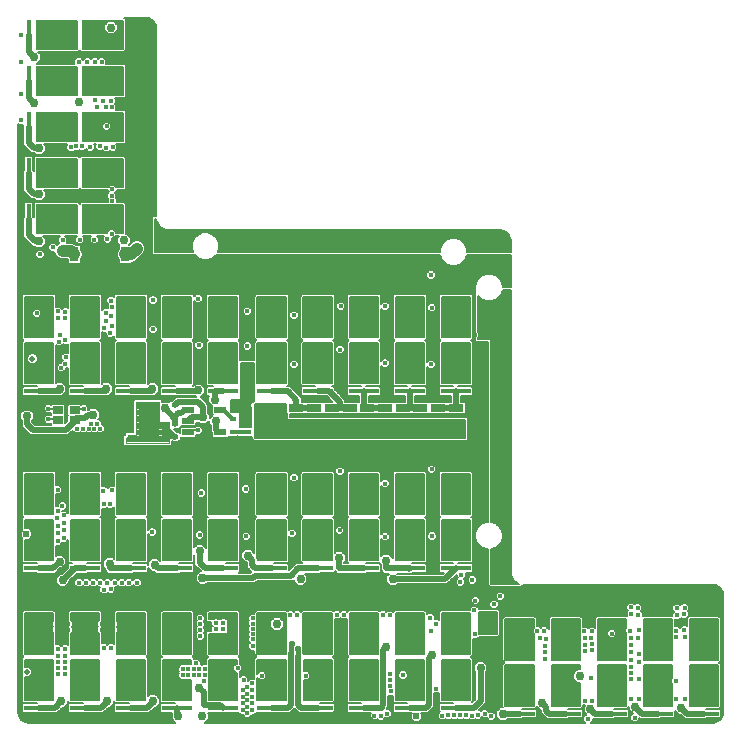
<source format=gtl>
G75*
%MOIN*%
%OFA0B0*%
%FSLAX25Y25*%
%IPPOS*%
%LPD*%
%AMOC8*
5,1,8,0,0,1.08239X$1,22.5*
%
%ADD10R,0.09843X0.01772*%
%ADD11R,0.09843X0.03543*%
%ADD12R,0.03346X0.02559*%
%ADD13R,0.05118X0.02756*%
%ADD14R,0.02756X0.05118*%
%ADD15R,0.03937X0.01378*%
%ADD16C,0.00020*%
%ADD17R,0.03937X0.02165*%
%ADD18R,0.02362X0.01575*%
%ADD19R,0.01772X0.09843*%
%ADD20R,0.03543X0.09843*%
%ADD21R,0.06500X0.11000*%
%ADD22C,0.01969*%
%ADD23C,0.02953*%
%ADD24C,0.01981*%
%ADD25C,0.02375*%
%ADD26C,0.01587*%
%ADD27C,0.00500*%
%ADD28C,0.00787*%
%ADD29C,0.00394*%
%ADD30C,0.03937*%
%ADD31C,0.01181*%
%ADD32C,0.02178*%
%ADD33C,0.01575*%
D10*
X0099281Y0117096D03*
X0099281Y0125561D03*
X0099281Y0132451D03*
X0099281Y0140915D03*
X0099281Y0147805D03*
X0099281Y0156270D03*
X0099281Y0163553D03*
X0099281Y0172018D03*
X0099281Y0178907D03*
X0099281Y0187372D03*
X0099281Y0194262D03*
X0099281Y0202726D03*
X0114636Y0202726D03*
X0114636Y0194262D03*
X0114636Y0187372D03*
X0114636Y0178907D03*
X0114636Y0172018D03*
X0114636Y0163553D03*
X0114636Y0156270D03*
X0114636Y0147805D03*
X0114636Y0140915D03*
X0114636Y0132451D03*
X0114636Y0125561D03*
X0114636Y0117096D03*
X0129990Y0117096D03*
X0129990Y0125561D03*
X0129990Y0132451D03*
X0129990Y0140915D03*
X0129990Y0147805D03*
X0129990Y0156270D03*
X0129990Y0163553D03*
X0129990Y0172018D03*
X0129990Y0178907D03*
X0129990Y0187372D03*
X0129990Y0194262D03*
X0129990Y0202726D03*
X0145344Y0202726D03*
X0145344Y0194262D03*
X0145344Y0187372D03*
X0145344Y0178907D03*
X0145344Y0172018D03*
X0145344Y0163553D03*
X0145344Y0156270D03*
X0145344Y0147805D03*
X0145344Y0140915D03*
X0145344Y0132451D03*
X0145344Y0125561D03*
X0145344Y0117096D03*
X0160699Y0117096D03*
X0160699Y0125561D03*
X0160699Y0132451D03*
X0160699Y0140915D03*
X0160699Y0147805D03*
X0160699Y0156270D03*
X0160699Y0163553D03*
X0160699Y0172018D03*
X0160699Y0178907D03*
X0160699Y0187372D03*
X0160699Y0194262D03*
X0160699Y0202726D03*
X0176841Y0202726D03*
X0176841Y0194262D03*
X0176841Y0187372D03*
X0176841Y0178907D03*
X0176841Y0172018D03*
X0176841Y0163553D03*
X0176841Y0156270D03*
X0176841Y0147805D03*
X0176841Y0140915D03*
X0176841Y0132451D03*
X0176841Y0125561D03*
X0176841Y0117096D03*
X0192195Y0117096D03*
X0192195Y0125561D03*
X0192195Y0132451D03*
X0192195Y0140915D03*
X0192195Y0147805D03*
X0192195Y0156270D03*
X0192195Y0163553D03*
X0192195Y0172018D03*
X0192195Y0178907D03*
X0192195Y0187372D03*
X0192195Y0194262D03*
X0192195Y0202726D03*
X0207549Y0202726D03*
X0207549Y0194262D03*
X0207549Y0187372D03*
X0207549Y0178907D03*
X0207549Y0172018D03*
X0207549Y0163553D03*
X0207549Y0156270D03*
X0207549Y0147805D03*
X0207549Y0140915D03*
X0207549Y0132451D03*
X0207549Y0125561D03*
X0207549Y0117096D03*
X0222904Y0117096D03*
X0222904Y0125561D03*
X0222904Y0132451D03*
X0222904Y0140915D03*
X0222904Y0147805D03*
X0222904Y0156270D03*
X0222904Y0163553D03*
X0222904Y0172018D03*
X0222904Y0178907D03*
X0222904Y0187372D03*
X0222904Y0194262D03*
X0222904Y0202726D03*
X0238258Y0202726D03*
X0238258Y0194262D03*
X0238258Y0187372D03*
X0238258Y0178907D03*
X0238258Y0172018D03*
X0238258Y0163553D03*
X0238258Y0156270D03*
X0238258Y0147805D03*
X0238258Y0140915D03*
X0238258Y0132451D03*
X0238258Y0125561D03*
X0238258Y0117096D03*
X0259518Y0115128D03*
X0259518Y0123593D03*
X0259518Y0130482D03*
X0259518Y0138947D03*
X0259518Y0145837D03*
X0259518Y0154301D03*
X0274872Y0154301D03*
X0274872Y0145837D03*
X0274872Y0138947D03*
X0274872Y0130482D03*
X0274872Y0123593D03*
X0274872Y0115128D03*
X0290226Y0115128D03*
X0290226Y0123593D03*
X0290226Y0130482D03*
X0290226Y0138947D03*
X0290226Y0145837D03*
X0290226Y0154301D03*
X0305581Y0154301D03*
X0305581Y0145837D03*
X0305581Y0138947D03*
X0305581Y0130482D03*
X0305581Y0123593D03*
X0305581Y0115128D03*
X0320935Y0115128D03*
X0320935Y0123593D03*
X0320935Y0130482D03*
X0320935Y0138947D03*
X0320935Y0145837D03*
X0320935Y0154301D03*
X0238258Y0222608D03*
X0238258Y0231073D03*
X0238258Y0237963D03*
X0238258Y0246427D03*
X0238258Y0253317D03*
X0238258Y0261781D03*
X0222904Y0261781D03*
X0222904Y0253317D03*
X0222904Y0246427D03*
X0222904Y0237963D03*
X0222904Y0231073D03*
X0222904Y0222608D03*
X0207549Y0222608D03*
X0207549Y0231073D03*
X0207549Y0237963D03*
X0207549Y0246427D03*
X0207549Y0253317D03*
X0207549Y0261781D03*
X0192195Y0261781D03*
X0192195Y0253317D03*
X0192195Y0246427D03*
X0192195Y0237963D03*
X0192195Y0231073D03*
X0192195Y0222608D03*
X0176841Y0222608D03*
X0176841Y0231073D03*
X0176841Y0237963D03*
X0176841Y0246427D03*
X0176841Y0253317D03*
X0176841Y0261781D03*
X0160699Y0261781D03*
X0160699Y0253317D03*
X0160699Y0246427D03*
X0160699Y0237963D03*
X0160699Y0231073D03*
X0160699Y0222608D03*
X0145344Y0222608D03*
X0145344Y0231073D03*
X0145344Y0237963D03*
X0145344Y0246427D03*
X0145344Y0253317D03*
X0145344Y0261781D03*
X0129990Y0261781D03*
X0129990Y0253317D03*
X0129990Y0246427D03*
X0129990Y0237963D03*
X0129990Y0231073D03*
X0129990Y0222608D03*
X0114636Y0222608D03*
X0114636Y0231073D03*
X0114636Y0237963D03*
X0114636Y0246427D03*
X0114636Y0253317D03*
X0114636Y0261781D03*
X0099281Y0261781D03*
X0099281Y0253317D03*
X0099281Y0246427D03*
X0099281Y0237963D03*
X0099281Y0231073D03*
X0099281Y0222608D03*
D11*
X0099281Y0226841D03*
X0099281Y0242195D03*
X0099281Y0257549D03*
X0114636Y0257549D03*
X0129990Y0257549D03*
X0129990Y0242195D03*
X0114636Y0242195D03*
X0114636Y0226841D03*
X0129990Y0226841D03*
X0145344Y0226841D03*
X0145344Y0242195D03*
X0160699Y0242195D03*
X0160699Y0226841D03*
X0176841Y0226841D03*
X0176841Y0242195D03*
X0192195Y0242195D03*
X0207549Y0242195D03*
X0207549Y0226841D03*
X0192195Y0226841D03*
X0192195Y0198494D03*
X0207549Y0198494D03*
X0207549Y0183140D03*
X0192195Y0183140D03*
X0176841Y0183140D03*
X0176841Y0198494D03*
X0160699Y0198494D03*
X0160699Y0183140D03*
X0145344Y0183140D03*
X0145344Y0198494D03*
X0129990Y0198494D03*
X0114636Y0198494D03*
X0114636Y0183140D03*
X0129990Y0183140D03*
X0129990Y0167785D03*
X0114636Y0167785D03*
X0099281Y0167785D03*
X0099281Y0183140D03*
X0099281Y0198494D03*
X0099281Y0152037D03*
X0099281Y0136683D03*
X0099281Y0121329D03*
X0114636Y0121329D03*
X0129990Y0121329D03*
X0129990Y0136683D03*
X0114636Y0136683D03*
X0114636Y0152037D03*
X0129990Y0152037D03*
X0145344Y0152037D03*
X0145344Y0136683D03*
X0160699Y0136683D03*
X0160699Y0152037D03*
X0160699Y0167785D03*
X0145344Y0167785D03*
X0176841Y0167785D03*
X0192195Y0167785D03*
X0207549Y0167785D03*
X0222904Y0167785D03*
X0238258Y0167785D03*
X0238258Y0183140D03*
X0238258Y0198494D03*
X0222904Y0198494D03*
X0222904Y0183140D03*
X0222904Y0152037D03*
X0238258Y0152037D03*
X0238258Y0136683D03*
X0222904Y0136683D03*
X0222904Y0121329D03*
X0238258Y0121329D03*
X0259518Y0119360D03*
X0259518Y0134715D03*
X0259518Y0150069D03*
X0274872Y0150069D03*
X0290226Y0150069D03*
X0290226Y0134715D03*
X0274872Y0134715D03*
X0274872Y0119360D03*
X0290226Y0119360D03*
X0305581Y0119360D03*
X0320935Y0119360D03*
X0320935Y0134715D03*
X0305581Y0134715D03*
X0305581Y0150069D03*
X0320935Y0150069D03*
X0238258Y0226841D03*
X0238258Y0242195D03*
X0222904Y0242195D03*
X0222904Y0226841D03*
X0222904Y0257549D03*
X0238258Y0257549D03*
X0207549Y0257549D03*
X0192195Y0257549D03*
X0176841Y0257549D03*
X0160699Y0257549D03*
X0145344Y0257549D03*
X0176841Y0152037D03*
X0176841Y0136683D03*
X0192195Y0136683D03*
X0207549Y0136683D03*
X0207549Y0152037D03*
X0192195Y0152037D03*
X0192195Y0121329D03*
X0207549Y0121329D03*
X0176841Y0121329D03*
X0160699Y0121329D03*
X0145344Y0121329D03*
D12*
X0111191Y0212955D03*
X0111191Y0216309D03*
X0105679Y0216309D03*
X0105679Y0212955D03*
D13*
X0141407Y0266604D03*
X0147707Y0266604D03*
X0147707Y0274478D03*
X0141407Y0274478D03*
X0164242Y0274872D03*
X0164242Y0266998D03*
X0173691Y0266998D03*
X0179596Y0266998D03*
X0179596Y0274872D03*
X0173691Y0274872D03*
X0189439Y0274872D03*
X0195344Y0274872D03*
X0195344Y0266998D03*
X0189439Y0266998D03*
X0204793Y0266998D03*
X0210699Y0266998D03*
X0210699Y0274872D03*
X0204793Y0274872D03*
X0219754Y0274872D03*
X0225659Y0274872D03*
X0225659Y0266998D03*
X0219754Y0266998D03*
X0245541Y0266998D03*
X0251447Y0266998D03*
X0251447Y0274872D03*
X0245541Y0274872D03*
X0238258Y0216998D03*
X0232352Y0216998D03*
X0232352Y0209124D03*
X0238258Y0209124D03*
X0226447Y0209124D03*
X0220541Y0209124D03*
X0214636Y0209124D03*
X0214636Y0216998D03*
X0220541Y0216998D03*
X0226447Y0216998D03*
X0208730Y0216998D03*
X0202825Y0216998D03*
X0196919Y0216998D03*
X0196919Y0209124D03*
X0202825Y0209124D03*
X0208730Y0209124D03*
X0191014Y0209124D03*
X0185108Y0209124D03*
X0185108Y0216998D03*
X0191014Y0216998D03*
X0248888Y0155581D03*
X0248888Y0147707D03*
D14*
X0247313Y0161486D03*
X0247313Y0167392D03*
X0255187Y0167392D03*
X0255187Y0161486D03*
X0255187Y0183140D03*
X0255187Y0189045D03*
X0255187Y0194951D03*
X0255187Y0200856D03*
X0255187Y0206762D03*
X0255187Y0213061D03*
X0255187Y0218967D03*
X0255187Y0224872D03*
X0255187Y0230778D03*
X0255187Y0236683D03*
X0247313Y0236683D03*
X0247313Y0230778D03*
X0247313Y0224872D03*
X0247313Y0218967D03*
X0247313Y0213061D03*
X0247313Y0206762D03*
X0247313Y0200856D03*
X0247313Y0194951D03*
X0247313Y0189045D03*
X0247313Y0183140D03*
X0135896Y0268179D03*
X0128022Y0268179D03*
X0118967Y0268179D03*
X0111093Y0268179D03*
D15*
X0167982Y0216506D03*
X0167982Y0213947D03*
X0167982Y0211388D03*
X0167982Y0208829D03*
X0179400Y0208829D03*
X0179400Y0211388D03*
X0179400Y0213947D03*
X0179400Y0216506D03*
D16*
X0178219Y0215817D02*
X0181368Y0215817D01*
X0181368Y0217195D01*
X0171526Y0217195D01*
X0171526Y0208140D01*
X0181368Y0208140D01*
X0181368Y0209518D01*
X0178219Y0209518D01*
X0178219Y0210699D01*
X0181368Y0210699D01*
X0181368Y0212077D01*
X0178219Y0212077D01*
X0178219Y0213258D01*
X0181368Y0213258D01*
X0181368Y0214636D01*
X0178219Y0214636D01*
X0178219Y0215817D01*
X0178219Y0215810D02*
X0171526Y0215810D01*
X0171526Y0215828D02*
X0181368Y0215828D01*
X0181368Y0215846D02*
X0171526Y0215846D01*
X0171526Y0215865D02*
X0181368Y0215865D01*
X0181368Y0215883D02*
X0171526Y0215883D01*
X0171526Y0215901D02*
X0181368Y0215901D01*
X0181368Y0215919D02*
X0171526Y0215919D01*
X0171526Y0215937D02*
X0181368Y0215937D01*
X0181368Y0215956D02*
X0171526Y0215956D01*
X0171526Y0215974D02*
X0181368Y0215974D01*
X0181368Y0215992D02*
X0171526Y0215992D01*
X0171526Y0216010D02*
X0181368Y0216010D01*
X0181368Y0216028D02*
X0171526Y0216028D01*
X0171526Y0216047D02*
X0181368Y0216047D01*
X0181368Y0216065D02*
X0171526Y0216065D01*
X0171526Y0216083D02*
X0181368Y0216083D01*
X0181368Y0216101D02*
X0171526Y0216101D01*
X0171526Y0216119D02*
X0181368Y0216119D01*
X0181368Y0216137D02*
X0171526Y0216137D01*
X0171526Y0216156D02*
X0181368Y0216156D01*
X0181368Y0216174D02*
X0171526Y0216174D01*
X0171526Y0216192D02*
X0181368Y0216192D01*
X0181368Y0216210D02*
X0171526Y0216210D01*
X0171526Y0216228D02*
X0181368Y0216228D01*
X0181368Y0216247D02*
X0171526Y0216247D01*
X0171526Y0216265D02*
X0181368Y0216265D01*
X0181368Y0216283D02*
X0171526Y0216283D01*
X0171526Y0216301D02*
X0181368Y0216301D01*
X0181368Y0216319D02*
X0171526Y0216319D01*
X0171526Y0216338D02*
X0181368Y0216338D01*
X0181368Y0216356D02*
X0171526Y0216356D01*
X0171526Y0216374D02*
X0181368Y0216374D01*
X0181368Y0216392D02*
X0171526Y0216392D01*
X0171526Y0216410D02*
X0181368Y0216410D01*
X0181368Y0216429D02*
X0171526Y0216429D01*
X0171526Y0216447D02*
X0181368Y0216447D01*
X0181368Y0216465D02*
X0171526Y0216465D01*
X0171526Y0216483D02*
X0181368Y0216483D01*
X0181368Y0216501D02*
X0171526Y0216501D01*
X0171526Y0216520D02*
X0181368Y0216520D01*
X0181368Y0216538D02*
X0171526Y0216538D01*
X0171526Y0216556D02*
X0181368Y0216556D01*
X0181368Y0216574D02*
X0171526Y0216574D01*
X0171526Y0216592D02*
X0181368Y0216592D01*
X0181368Y0216611D02*
X0171526Y0216611D01*
X0171526Y0216629D02*
X0181368Y0216629D01*
X0181368Y0216647D02*
X0171526Y0216647D01*
X0171526Y0216665D02*
X0181368Y0216665D01*
X0181368Y0216683D02*
X0171526Y0216683D01*
X0171526Y0216702D02*
X0181368Y0216702D01*
X0181368Y0216720D02*
X0171526Y0216720D01*
X0171526Y0216738D02*
X0181368Y0216738D01*
X0181368Y0216756D02*
X0171526Y0216756D01*
X0171526Y0216774D02*
X0181368Y0216774D01*
X0181368Y0216793D02*
X0171526Y0216793D01*
X0171526Y0216811D02*
X0181368Y0216811D01*
X0181368Y0216829D02*
X0171526Y0216829D01*
X0171526Y0216847D02*
X0181368Y0216847D01*
X0181368Y0216865D02*
X0171526Y0216865D01*
X0171526Y0216884D02*
X0181368Y0216884D01*
X0181368Y0216902D02*
X0171526Y0216902D01*
X0171526Y0216920D02*
X0181368Y0216920D01*
X0181368Y0216938D02*
X0171526Y0216938D01*
X0171526Y0216956D02*
X0181368Y0216956D01*
X0181368Y0216975D02*
X0171526Y0216975D01*
X0171526Y0216993D02*
X0181368Y0216993D01*
X0181368Y0217011D02*
X0171526Y0217011D01*
X0171526Y0217029D02*
X0181368Y0217029D01*
X0181368Y0217047D02*
X0171526Y0217047D01*
X0171526Y0217066D02*
X0181368Y0217066D01*
X0181368Y0217084D02*
X0171526Y0217084D01*
X0171526Y0217102D02*
X0181368Y0217102D01*
X0181368Y0217120D02*
X0171526Y0217120D01*
X0171526Y0217138D02*
X0181368Y0217138D01*
X0181368Y0217156D02*
X0171526Y0217156D01*
X0171526Y0217175D02*
X0181368Y0217175D01*
X0181368Y0217193D02*
X0171526Y0217193D01*
X0171526Y0215792D02*
X0178219Y0215792D01*
X0178219Y0215774D02*
X0171526Y0215774D01*
X0171526Y0215755D02*
X0178219Y0215755D01*
X0178219Y0215737D02*
X0171526Y0215737D01*
X0171526Y0215719D02*
X0178219Y0215719D01*
X0178219Y0215701D02*
X0171526Y0215701D01*
X0171526Y0215683D02*
X0178219Y0215683D01*
X0178219Y0215664D02*
X0171526Y0215664D01*
X0171526Y0215646D02*
X0178219Y0215646D01*
X0178219Y0215628D02*
X0171526Y0215628D01*
X0171526Y0215610D02*
X0178219Y0215610D01*
X0178219Y0215592D02*
X0171526Y0215592D01*
X0171526Y0215573D02*
X0178219Y0215573D01*
X0178219Y0215555D02*
X0171526Y0215555D01*
X0171526Y0215537D02*
X0178219Y0215537D01*
X0178219Y0215519D02*
X0171526Y0215519D01*
X0171526Y0215501D02*
X0178219Y0215501D01*
X0178219Y0215482D02*
X0171526Y0215482D01*
X0171526Y0215464D02*
X0178219Y0215464D01*
X0178219Y0215446D02*
X0171526Y0215446D01*
X0171526Y0215428D02*
X0178219Y0215428D01*
X0178219Y0215410D02*
X0171526Y0215410D01*
X0171526Y0215391D02*
X0178219Y0215391D01*
X0178219Y0215373D02*
X0171526Y0215373D01*
X0171526Y0215355D02*
X0178219Y0215355D01*
X0178219Y0215337D02*
X0171526Y0215337D01*
X0171526Y0215319D02*
X0178219Y0215319D01*
X0178219Y0215300D02*
X0171526Y0215300D01*
X0171526Y0215282D02*
X0178219Y0215282D01*
X0178219Y0215264D02*
X0171526Y0215264D01*
X0171526Y0215246D02*
X0178219Y0215246D01*
X0178219Y0215228D02*
X0171526Y0215228D01*
X0171526Y0215209D02*
X0178219Y0215209D01*
X0178219Y0215191D02*
X0171526Y0215191D01*
X0171526Y0215173D02*
X0178219Y0215173D01*
X0178219Y0215155D02*
X0171526Y0215155D01*
X0171526Y0215137D02*
X0178219Y0215137D01*
X0178219Y0215119D02*
X0171526Y0215119D01*
X0171526Y0215100D02*
X0178219Y0215100D01*
X0178219Y0215082D02*
X0171526Y0215082D01*
X0171526Y0215064D02*
X0178219Y0215064D01*
X0178219Y0215046D02*
X0171526Y0215046D01*
X0171526Y0215028D02*
X0178219Y0215028D01*
X0178219Y0215009D02*
X0171526Y0215009D01*
X0171526Y0214991D02*
X0178219Y0214991D01*
X0178219Y0214973D02*
X0171526Y0214973D01*
X0171526Y0214955D02*
X0178219Y0214955D01*
X0178219Y0214937D02*
X0171526Y0214937D01*
X0171526Y0214918D02*
X0178219Y0214918D01*
X0178219Y0214900D02*
X0171526Y0214900D01*
X0171526Y0214882D02*
X0178219Y0214882D01*
X0178219Y0214864D02*
X0171526Y0214864D01*
X0171526Y0214846D02*
X0178219Y0214846D01*
X0178219Y0214827D02*
X0171526Y0214827D01*
X0171526Y0214809D02*
X0178219Y0214809D01*
X0178219Y0214791D02*
X0171526Y0214791D01*
X0171526Y0214773D02*
X0178219Y0214773D01*
X0178219Y0214755D02*
X0171526Y0214755D01*
X0171526Y0214736D02*
X0178219Y0214736D01*
X0178219Y0214718D02*
X0171526Y0214718D01*
X0171526Y0214700D02*
X0178219Y0214700D01*
X0178219Y0214682D02*
X0171526Y0214682D01*
X0171526Y0214664D02*
X0178219Y0214664D01*
X0178219Y0214645D02*
X0171526Y0214645D01*
X0171526Y0214627D02*
X0181368Y0214627D01*
X0181368Y0214609D02*
X0171526Y0214609D01*
X0171526Y0214591D02*
X0181368Y0214591D01*
X0181368Y0214573D02*
X0171526Y0214573D01*
X0171526Y0214554D02*
X0181368Y0214554D01*
X0181368Y0214536D02*
X0171526Y0214536D01*
X0171526Y0214518D02*
X0181368Y0214518D01*
X0181368Y0214500D02*
X0171526Y0214500D01*
X0171526Y0214482D02*
X0181368Y0214482D01*
X0181368Y0214463D02*
X0171526Y0214463D01*
X0171526Y0214445D02*
X0181368Y0214445D01*
X0181368Y0214427D02*
X0171526Y0214427D01*
X0171526Y0214409D02*
X0181368Y0214409D01*
X0181368Y0214391D02*
X0171526Y0214391D01*
X0171526Y0214372D02*
X0181368Y0214372D01*
X0181368Y0214354D02*
X0171526Y0214354D01*
X0171526Y0214336D02*
X0181368Y0214336D01*
X0181368Y0214318D02*
X0171526Y0214318D01*
X0171526Y0214300D02*
X0181368Y0214300D01*
X0181368Y0214281D02*
X0171526Y0214281D01*
X0171526Y0214263D02*
X0181368Y0214263D01*
X0181368Y0214245D02*
X0171526Y0214245D01*
X0171526Y0214227D02*
X0181368Y0214227D01*
X0181368Y0214209D02*
X0171526Y0214209D01*
X0171526Y0214190D02*
X0181368Y0214190D01*
X0181368Y0214172D02*
X0171526Y0214172D01*
X0171526Y0214154D02*
X0181368Y0214154D01*
X0181368Y0214136D02*
X0171526Y0214136D01*
X0171526Y0214118D02*
X0181368Y0214118D01*
X0181368Y0214100D02*
X0171526Y0214100D01*
X0171526Y0214081D02*
X0181368Y0214081D01*
X0181368Y0214063D02*
X0171526Y0214063D01*
X0171526Y0214045D02*
X0181368Y0214045D01*
X0181368Y0214027D02*
X0171526Y0214027D01*
X0171526Y0214009D02*
X0181368Y0214009D01*
X0181368Y0213990D02*
X0171526Y0213990D01*
X0171526Y0213972D02*
X0181368Y0213972D01*
X0181368Y0213954D02*
X0171526Y0213954D01*
X0171526Y0213936D02*
X0181368Y0213936D01*
X0181368Y0213918D02*
X0171526Y0213918D01*
X0171526Y0213899D02*
X0181368Y0213899D01*
X0181368Y0213881D02*
X0171526Y0213881D01*
X0171526Y0213863D02*
X0181368Y0213863D01*
X0181368Y0213845D02*
X0171526Y0213845D01*
X0171526Y0213827D02*
X0181368Y0213827D01*
X0181368Y0213808D02*
X0171526Y0213808D01*
X0171526Y0213790D02*
X0181368Y0213790D01*
X0181368Y0213772D02*
X0171526Y0213772D01*
X0171526Y0213754D02*
X0181368Y0213754D01*
X0181368Y0213736D02*
X0171526Y0213736D01*
X0171526Y0213717D02*
X0181368Y0213717D01*
X0181368Y0213699D02*
X0171526Y0213699D01*
X0171526Y0213681D02*
X0181368Y0213681D01*
X0181368Y0213663D02*
X0171526Y0213663D01*
X0171526Y0213645D02*
X0181368Y0213645D01*
X0181368Y0213626D02*
X0171526Y0213626D01*
X0171526Y0213608D02*
X0181368Y0213608D01*
X0181368Y0213590D02*
X0171526Y0213590D01*
X0171526Y0213572D02*
X0181368Y0213572D01*
X0181368Y0213554D02*
X0171526Y0213554D01*
X0171526Y0213535D02*
X0181368Y0213535D01*
X0181368Y0213517D02*
X0171526Y0213517D01*
X0171526Y0213499D02*
X0181368Y0213499D01*
X0181368Y0213481D02*
X0171526Y0213481D01*
X0171526Y0213463D02*
X0181368Y0213463D01*
X0181368Y0213444D02*
X0171526Y0213444D01*
X0171526Y0213426D02*
X0181368Y0213426D01*
X0181368Y0213408D02*
X0171526Y0213408D01*
X0171526Y0213390D02*
X0181368Y0213390D01*
X0181368Y0213372D02*
X0171526Y0213372D01*
X0171526Y0213353D02*
X0181368Y0213353D01*
X0181368Y0213335D02*
X0171526Y0213335D01*
X0171526Y0213317D02*
X0181368Y0213317D01*
X0181368Y0213299D02*
X0171526Y0213299D01*
X0171526Y0213281D02*
X0181368Y0213281D01*
X0181368Y0213262D02*
X0171526Y0213262D01*
X0171526Y0213244D02*
X0178219Y0213244D01*
X0178219Y0213226D02*
X0171526Y0213226D01*
X0171526Y0213208D02*
X0178219Y0213208D01*
X0178219Y0213190D02*
X0171526Y0213190D01*
X0171526Y0213171D02*
X0178219Y0213171D01*
X0178219Y0213153D02*
X0171526Y0213153D01*
X0171526Y0213135D02*
X0178219Y0213135D01*
X0178219Y0213117D02*
X0171526Y0213117D01*
X0171526Y0213099D02*
X0178219Y0213099D01*
X0178219Y0213081D02*
X0171526Y0213081D01*
X0171526Y0213062D02*
X0178219Y0213062D01*
X0178219Y0213044D02*
X0171526Y0213044D01*
X0171526Y0213026D02*
X0178219Y0213026D01*
X0178219Y0213008D02*
X0171526Y0213008D01*
X0171526Y0212990D02*
X0178219Y0212990D01*
X0178219Y0212971D02*
X0171526Y0212971D01*
X0171526Y0212953D02*
X0178219Y0212953D01*
X0178219Y0212935D02*
X0171526Y0212935D01*
X0171526Y0212917D02*
X0178219Y0212917D01*
X0178219Y0212899D02*
X0171526Y0212899D01*
X0171526Y0212880D02*
X0178219Y0212880D01*
X0178219Y0212862D02*
X0171526Y0212862D01*
X0171526Y0212844D02*
X0178219Y0212844D01*
X0178219Y0212826D02*
X0171526Y0212826D01*
X0171526Y0212808D02*
X0178219Y0212808D01*
X0178219Y0212789D02*
X0171526Y0212789D01*
X0171526Y0212771D02*
X0178219Y0212771D01*
X0178219Y0212753D02*
X0171526Y0212753D01*
X0171526Y0212735D02*
X0178219Y0212735D01*
X0178219Y0212717D02*
X0171526Y0212717D01*
X0171526Y0212698D02*
X0178219Y0212698D01*
X0178219Y0212680D02*
X0171526Y0212680D01*
X0171526Y0212662D02*
X0178219Y0212662D01*
X0178219Y0212644D02*
X0171526Y0212644D01*
X0171526Y0212626D02*
X0178219Y0212626D01*
X0178219Y0212607D02*
X0171526Y0212607D01*
X0171526Y0212589D02*
X0178219Y0212589D01*
X0178219Y0212571D02*
X0171526Y0212571D01*
X0171526Y0212553D02*
X0178219Y0212553D01*
X0178219Y0212535D02*
X0171526Y0212535D01*
X0171526Y0212516D02*
X0178219Y0212516D01*
X0178219Y0212498D02*
X0171526Y0212498D01*
X0171526Y0212480D02*
X0178219Y0212480D01*
X0178219Y0212462D02*
X0171526Y0212462D01*
X0171526Y0212444D02*
X0178219Y0212444D01*
X0178219Y0212425D02*
X0171526Y0212425D01*
X0171526Y0212407D02*
X0178219Y0212407D01*
X0178219Y0212389D02*
X0171526Y0212389D01*
X0171526Y0212371D02*
X0178219Y0212371D01*
X0178219Y0212353D02*
X0171526Y0212353D01*
X0171526Y0212334D02*
X0178219Y0212334D01*
X0178219Y0212316D02*
X0171526Y0212316D01*
X0171526Y0212298D02*
X0178219Y0212298D01*
X0178219Y0212280D02*
X0171526Y0212280D01*
X0171526Y0212262D02*
X0178219Y0212262D01*
X0178219Y0212243D02*
X0171526Y0212243D01*
X0171526Y0212225D02*
X0178219Y0212225D01*
X0178219Y0212207D02*
X0171526Y0212207D01*
X0171526Y0212189D02*
X0178219Y0212189D01*
X0178219Y0212171D02*
X0171526Y0212171D01*
X0171526Y0212152D02*
X0178219Y0212152D01*
X0178219Y0212134D02*
X0171526Y0212134D01*
X0171526Y0212116D02*
X0178219Y0212116D01*
X0178219Y0212098D02*
X0171526Y0212098D01*
X0171526Y0212080D02*
X0178219Y0212080D01*
X0178219Y0210697D02*
X0171526Y0210697D01*
X0171526Y0210715D02*
X0181368Y0210715D01*
X0181368Y0210733D02*
X0171526Y0210733D01*
X0171526Y0210751D02*
X0181368Y0210751D01*
X0181368Y0210770D02*
X0171526Y0210770D01*
X0171526Y0210788D02*
X0181368Y0210788D01*
X0181368Y0210806D02*
X0171526Y0210806D01*
X0171526Y0210824D02*
X0181368Y0210824D01*
X0181368Y0210842D02*
X0171526Y0210842D01*
X0171526Y0210861D02*
X0181368Y0210861D01*
X0181368Y0210879D02*
X0171526Y0210879D01*
X0171526Y0210897D02*
X0181368Y0210897D01*
X0181368Y0210915D02*
X0171526Y0210915D01*
X0171526Y0210933D02*
X0181368Y0210933D01*
X0181368Y0210952D02*
X0171526Y0210952D01*
X0171526Y0210970D02*
X0181368Y0210970D01*
X0181368Y0210988D02*
X0171526Y0210988D01*
X0171526Y0211006D02*
X0181368Y0211006D01*
X0181368Y0211024D02*
X0171526Y0211024D01*
X0171526Y0211043D02*
X0181368Y0211043D01*
X0181368Y0211061D02*
X0171526Y0211061D01*
X0171526Y0211079D02*
X0181368Y0211079D01*
X0181368Y0211097D02*
X0171526Y0211097D01*
X0171526Y0211115D02*
X0181368Y0211115D01*
X0181368Y0211134D02*
X0171526Y0211134D01*
X0171526Y0211152D02*
X0181368Y0211152D01*
X0181368Y0211170D02*
X0171526Y0211170D01*
X0171526Y0211188D02*
X0181368Y0211188D01*
X0181368Y0211206D02*
X0171526Y0211206D01*
X0171526Y0211224D02*
X0181368Y0211224D01*
X0181368Y0211243D02*
X0171526Y0211243D01*
X0171526Y0211261D02*
X0181368Y0211261D01*
X0181368Y0211279D02*
X0171526Y0211279D01*
X0171526Y0211297D02*
X0181368Y0211297D01*
X0181368Y0211315D02*
X0171526Y0211315D01*
X0171526Y0211334D02*
X0181368Y0211334D01*
X0181368Y0211352D02*
X0171526Y0211352D01*
X0171526Y0211370D02*
X0181368Y0211370D01*
X0181368Y0211388D02*
X0171526Y0211388D01*
X0171526Y0211406D02*
X0181368Y0211406D01*
X0181368Y0211425D02*
X0171526Y0211425D01*
X0171526Y0211443D02*
X0181368Y0211443D01*
X0181368Y0211461D02*
X0171526Y0211461D01*
X0171526Y0211479D02*
X0181368Y0211479D01*
X0181368Y0211497D02*
X0171526Y0211497D01*
X0171526Y0211516D02*
X0181368Y0211516D01*
X0181368Y0211534D02*
X0171526Y0211534D01*
X0171526Y0211552D02*
X0181368Y0211552D01*
X0181368Y0211570D02*
X0171526Y0211570D01*
X0171526Y0211588D02*
X0181368Y0211588D01*
X0181368Y0211607D02*
X0171526Y0211607D01*
X0171526Y0211625D02*
X0181368Y0211625D01*
X0181368Y0211643D02*
X0171526Y0211643D01*
X0171526Y0211661D02*
X0181368Y0211661D01*
X0181368Y0211679D02*
X0171526Y0211679D01*
X0171526Y0211698D02*
X0181368Y0211698D01*
X0181368Y0211716D02*
X0171526Y0211716D01*
X0171526Y0211734D02*
X0181368Y0211734D01*
X0181368Y0211752D02*
X0171526Y0211752D01*
X0171526Y0211770D02*
X0181368Y0211770D01*
X0181368Y0211789D02*
X0171526Y0211789D01*
X0171526Y0211807D02*
X0181368Y0211807D01*
X0181368Y0211825D02*
X0171526Y0211825D01*
X0171526Y0211843D02*
X0181368Y0211843D01*
X0181368Y0211861D02*
X0171526Y0211861D01*
X0171526Y0211880D02*
X0181368Y0211880D01*
X0181368Y0211898D02*
X0171526Y0211898D01*
X0171526Y0211916D02*
X0181368Y0211916D01*
X0181368Y0211934D02*
X0171526Y0211934D01*
X0171526Y0211952D02*
X0181368Y0211952D01*
X0181368Y0211971D02*
X0171526Y0211971D01*
X0171526Y0211989D02*
X0181368Y0211989D01*
X0181368Y0212007D02*
X0171526Y0212007D01*
X0171526Y0212025D02*
X0181368Y0212025D01*
X0181368Y0212043D02*
X0171526Y0212043D01*
X0171526Y0212062D02*
X0181368Y0212062D01*
X0181368Y0209514D02*
X0171526Y0209514D01*
X0171526Y0209496D02*
X0181368Y0209496D01*
X0181368Y0209478D02*
X0171526Y0209478D01*
X0171526Y0209459D02*
X0181368Y0209459D01*
X0181368Y0209441D02*
X0171526Y0209441D01*
X0171526Y0209423D02*
X0181368Y0209423D01*
X0181368Y0209405D02*
X0171526Y0209405D01*
X0171526Y0209387D02*
X0181368Y0209387D01*
X0181368Y0209368D02*
X0171526Y0209368D01*
X0171526Y0209350D02*
X0181368Y0209350D01*
X0181368Y0209332D02*
X0171526Y0209332D01*
X0171526Y0209314D02*
X0181368Y0209314D01*
X0181368Y0209296D02*
X0171526Y0209296D01*
X0171526Y0209277D02*
X0181368Y0209277D01*
X0181368Y0209259D02*
X0171526Y0209259D01*
X0171526Y0209241D02*
X0181368Y0209241D01*
X0181368Y0209223D02*
X0171526Y0209223D01*
X0171526Y0209205D02*
X0181368Y0209205D01*
X0181368Y0209186D02*
X0171526Y0209186D01*
X0171526Y0209168D02*
X0181368Y0209168D01*
X0181368Y0209150D02*
X0171526Y0209150D01*
X0171526Y0209132D02*
X0181368Y0209132D01*
X0181368Y0209114D02*
X0171526Y0209114D01*
X0171526Y0209096D02*
X0181368Y0209096D01*
X0181368Y0209077D02*
X0171526Y0209077D01*
X0171526Y0209059D02*
X0181368Y0209059D01*
X0181368Y0209041D02*
X0171526Y0209041D01*
X0171526Y0209023D02*
X0181368Y0209023D01*
X0181368Y0209005D02*
X0171526Y0209005D01*
X0171526Y0208986D02*
X0181368Y0208986D01*
X0181368Y0208968D02*
X0171526Y0208968D01*
X0171526Y0208950D02*
X0181368Y0208950D01*
X0181368Y0208932D02*
X0171526Y0208932D01*
X0171526Y0208914D02*
X0181368Y0208914D01*
X0181368Y0208895D02*
X0171526Y0208895D01*
X0171526Y0208877D02*
X0181368Y0208877D01*
X0181368Y0208859D02*
X0171526Y0208859D01*
X0171526Y0208841D02*
X0181368Y0208841D01*
X0181368Y0208823D02*
X0171526Y0208823D01*
X0171526Y0208804D02*
X0181368Y0208804D01*
X0181368Y0208786D02*
X0171526Y0208786D01*
X0171526Y0208768D02*
X0181368Y0208768D01*
X0181368Y0208750D02*
X0171526Y0208750D01*
X0171526Y0208732D02*
X0181368Y0208732D01*
X0181368Y0208713D02*
X0171526Y0208713D01*
X0171526Y0208695D02*
X0181368Y0208695D01*
X0181368Y0208677D02*
X0171526Y0208677D01*
X0171526Y0208659D02*
X0181368Y0208659D01*
X0181368Y0208641D02*
X0171526Y0208641D01*
X0171526Y0208622D02*
X0181368Y0208622D01*
X0181368Y0208604D02*
X0171526Y0208604D01*
X0171526Y0208586D02*
X0181368Y0208586D01*
X0181368Y0208568D02*
X0171526Y0208568D01*
X0171526Y0208550D02*
X0181368Y0208550D01*
X0181368Y0208531D02*
X0171526Y0208531D01*
X0171526Y0208513D02*
X0181368Y0208513D01*
X0181368Y0208495D02*
X0171526Y0208495D01*
X0171526Y0208477D02*
X0181368Y0208477D01*
X0181368Y0208459D02*
X0171526Y0208459D01*
X0171526Y0208440D02*
X0181368Y0208440D01*
X0181368Y0208422D02*
X0171526Y0208422D01*
X0171526Y0208404D02*
X0181368Y0208404D01*
X0181368Y0208386D02*
X0171526Y0208386D01*
X0171526Y0208368D02*
X0181368Y0208368D01*
X0181368Y0208349D02*
X0171526Y0208349D01*
X0171526Y0208331D02*
X0181368Y0208331D01*
X0181368Y0208313D02*
X0171526Y0208313D01*
X0171526Y0208295D02*
X0181368Y0208295D01*
X0181368Y0208277D02*
X0171526Y0208277D01*
X0171526Y0208258D02*
X0181368Y0208258D01*
X0181368Y0208240D02*
X0171526Y0208240D01*
X0171526Y0208222D02*
X0181368Y0208222D01*
X0181368Y0208204D02*
X0171526Y0208204D01*
X0171526Y0208186D02*
X0181368Y0208186D01*
X0181368Y0208167D02*
X0171526Y0208167D01*
X0171526Y0208149D02*
X0181368Y0208149D01*
X0178219Y0209532D02*
X0171526Y0209532D01*
X0171526Y0209550D02*
X0178219Y0209550D01*
X0178219Y0209569D02*
X0171526Y0209569D01*
X0171526Y0209587D02*
X0178219Y0209587D01*
X0178219Y0209605D02*
X0171526Y0209605D01*
X0171526Y0209623D02*
X0178219Y0209623D01*
X0178219Y0209641D02*
X0171526Y0209641D01*
X0171526Y0209660D02*
X0178219Y0209660D01*
X0178219Y0209678D02*
X0171526Y0209678D01*
X0171526Y0209696D02*
X0178219Y0209696D01*
X0178219Y0209714D02*
X0171526Y0209714D01*
X0171526Y0209732D02*
X0178219Y0209732D01*
X0178219Y0209751D02*
X0171526Y0209751D01*
X0171526Y0209769D02*
X0178219Y0209769D01*
X0178219Y0209787D02*
X0171526Y0209787D01*
X0171526Y0209805D02*
X0178219Y0209805D01*
X0178219Y0209823D02*
X0171526Y0209823D01*
X0171526Y0209842D02*
X0178219Y0209842D01*
X0178219Y0209860D02*
X0171526Y0209860D01*
X0171526Y0209878D02*
X0178219Y0209878D01*
X0178219Y0209896D02*
X0171526Y0209896D01*
X0171526Y0209914D02*
X0178219Y0209914D01*
X0178219Y0209933D02*
X0171526Y0209933D01*
X0171526Y0209951D02*
X0178219Y0209951D01*
X0178219Y0209969D02*
X0171526Y0209969D01*
X0171526Y0209987D02*
X0178219Y0209987D01*
X0178219Y0210005D02*
X0171526Y0210005D01*
X0171526Y0210024D02*
X0178219Y0210024D01*
X0178219Y0210042D02*
X0171526Y0210042D01*
X0171526Y0210060D02*
X0178219Y0210060D01*
X0178219Y0210078D02*
X0171526Y0210078D01*
X0171526Y0210096D02*
X0178219Y0210096D01*
X0178219Y0210115D02*
X0171526Y0210115D01*
X0171526Y0210133D02*
X0178219Y0210133D01*
X0178219Y0210151D02*
X0171526Y0210151D01*
X0171526Y0210169D02*
X0178219Y0210169D01*
X0178219Y0210187D02*
X0171526Y0210187D01*
X0171526Y0210205D02*
X0178219Y0210205D01*
X0178219Y0210224D02*
X0171526Y0210224D01*
X0171526Y0210242D02*
X0178219Y0210242D01*
X0178219Y0210260D02*
X0171526Y0210260D01*
X0171526Y0210278D02*
X0178219Y0210278D01*
X0178219Y0210296D02*
X0171526Y0210296D01*
X0171526Y0210315D02*
X0178219Y0210315D01*
X0178219Y0210333D02*
X0171526Y0210333D01*
X0171526Y0210351D02*
X0178219Y0210351D01*
X0178219Y0210369D02*
X0171526Y0210369D01*
X0171526Y0210387D02*
X0178219Y0210387D01*
X0178219Y0210406D02*
X0171526Y0210406D01*
X0171526Y0210424D02*
X0178219Y0210424D01*
X0178219Y0210442D02*
X0171526Y0210442D01*
X0171526Y0210460D02*
X0178219Y0210460D01*
X0178219Y0210478D02*
X0171526Y0210478D01*
X0171526Y0210497D02*
X0178219Y0210497D01*
X0178219Y0210515D02*
X0171526Y0210515D01*
X0171526Y0210533D02*
X0178219Y0210533D01*
X0178219Y0210551D02*
X0171526Y0210551D01*
X0171526Y0210569D02*
X0178219Y0210569D01*
X0178219Y0210588D02*
X0171526Y0210588D01*
X0171526Y0210606D02*
X0178219Y0210606D01*
X0178219Y0210624D02*
X0171526Y0210624D01*
X0171526Y0210642D02*
X0178219Y0210642D01*
X0178219Y0210660D02*
X0171526Y0210660D01*
X0171526Y0210679D02*
X0178219Y0210679D01*
X0169951Y0210699D02*
X0169951Y0217195D01*
X0166014Y0217195D01*
X0166014Y0215817D01*
X0167982Y0215817D01*
X0167982Y0214636D01*
X0166014Y0214636D01*
X0166014Y0213258D01*
X0167982Y0213258D01*
X0167982Y0212077D01*
X0166014Y0212077D01*
X0166014Y0210699D01*
X0169951Y0210699D01*
X0169951Y0210715D02*
X0166014Y0210715D01*
X0166014Y0210733D02*
X0169951Y0210733D01*
X0169951Y0210751D02*
X0166014Y0210751D01*
X0166014Y0210770D02*
X0169951Y0210770D01*
X0169951Y0210788D02*
X0166014Y0210788D01*
X0166014Y0210806D02*
X0169951Y0210806D01*
X0169951Y0210824D02*
X0166014Y0210824D01*
X0166014Y0210842D02*
X0169951Y0210842D01*
X0169951Y0210861D02*
X0166014Y0210861D01*
X0166014Y0210879D02*
X0169951Y0210879D01*
X0169951Y0210897D02*
X0166014Y0210897D01*
X0166014Y0210915D02*
X0169951Y0210915D01*
X0169951Y0210933D02*
X0166014Y0210933D01*
X0166014Y0210952D02*
X0169951Y0210952D01*
X0169951Y0210970D02*
X0166014Y0210970D01*
X0166014Y0210988D02*
X0169951Y0210988D01*
X0169951Y0211006D02*
X0166014Y0211006D01*
X0166014Y0211024D02*
X0169951Y0211024D01*
X0169951Y0211043D02*
X0166014Y0211043D01*
X0166014Y0211061D02*
X0169951Y0211061D01*
X0169951Y0211079D02*
X0166014Y0211079D01*
X0166014Y0211097D02*
X0169951Y0211097D01*
X0169951Y0211115D02*
X0166014Y0211115D01*
X0166014Y0211134D02*
X0169951Y0211134D01*
X0169951Y0211152D02*
X0166014Y0211152D01*
X0166014Y0211170D02*
X0169951Y0211170D01*
X0169951Y0211188D02*
X0166014Y0211188D01*
X0166014Y0211206D02*
X0169951Y0211206D01*
X0169951Y0211224D02*
X0166014Y0211224D01*
X0166014Y0211243D02*
X0169951Y0211243D01*
X0169951Y0211261D02*
X0166014Y0211261D01*
X0166014Y0211279D02*
X0169951Y0211279D01*
X0169951Y0211297D02*
X0166014Y0211297D01*
X0166014Y0211315D02*
X0169951Y0211315D01*
X0169951Y0211334D02*
X0166014Y0211334D01*
X0166014Y0211352D02*
X0169951Y0211352D01*
X0169951Y0211370D02*
X0166014Y0211370D01*
X0166014Y0211388D02*
X0169951Y0211388D01*
X0169951Y0211406D02*
X0166014Y0211406D01*
X0166014Y0211425D02*
X0169951Y0211425D01*
X0169951Y0211443D02*
X0166014Y0211443D01*
X0166014Y0211461D02*
X0169951Y0211461D01*
X0169951Y0211479D02*
X0166014Y0211479D01*
X0166014Y0211497D02*
X0169951Y0211497D01*
X0169951Y0211516D02*
X0166014Y0211516D01*
X0166014Y0211534D02*
X0169951Y0211534D01*
X0169951Y0211552D02*
X0166014Y0211552D01*
X0166014Y0211570D02*
X0169951Y0211570D01*
X0169951Y0211588D02*
X0166014Y0211588D01*
X0166014Y0211607D02*
X0169951Y0211607D01*
X0169951Y0211625D02*
X0166014Y0211625D01*
X0166014Y0211643D02*
X0169951Y0211643D01*
X0169951Y0211661D02*
X0166014Y0211661D01*
X0166014Y0211679D02*
X0169951Y0211679D01*
X0169951Y0211698D02*
X0166014Y0211698D01*
X0166014Y0211716D02*
X0169951Y0211716D01*
X0169951Y0211734D02*
X0166014Y0211734D01*
X0166014Y0211752D02*
X0169951Y0211752D01*
X0169951Y0211770D02*
X0166014Y0211770D01*
X0166014Y0211789D02*
X0169951Y0211789D01*
X0169951Y0211807D02*
X0166014Y0211807D01*
X0166014Y0211825D02*
X0169951Y0211825D01*
X0169951Y0211843D02*
X0166014Y0211843D01*
X0166014Y0211861D02*
X0169951Y0211861D01*
X0169951Y0211880D02*
X0166014Y0211880D01*
X0166014Y0211898D02*
X0169951Y0211898D01*
X0169951Y0211916D02*
X0166014Y0211916D01*
X0166014Y0211934D02*
X0169951Y0211934D01*
X0169951Y0211952D02*
X0166014Y0211952D01*
X0166014Y0211971D02*
X0169951Y0211971D01*
X0169951Y0211989D02*
X0166014Y0211989D01*
X0166014Y0212007D02*
X0169951Y0212007D01*
X0169951Y0212025D02*
X0166014Y0212025D01*
X0166014Y0212043D02*
X0169951Y0212043D01*
X0169951Y0212062D02*
X0166014Y0212062D01*
X0166014Y0213262D02*
X0169951Y0213262D01*
X0169951Y0213244D02*
X0167982Y0213244D01*
X0167982Y0213226D02*
X0169951Y0213226D01*
X0169951Y0213208D02*
X0167982Y0213208D01*
X0167982Y0213190D02*
X0169951Y0213190D01*
X0169951Y0213171D02*
X0167982Y0213171D01*
X0167982Y0213153D02*
X0169951Y0213153D01*
X0169951Y0213135D02*
X0167982Y0213135D01*
X0167982Y0213117D02*
X0169951Y0213117D01*
X0169951Y0213099D02*
X0167982Y0213099D01*
X0167982Y0213081D02*
X0169951Y0213081D01*
X0169951Y0213062D02*
X0167982Y0213062D01*
X0167982Y0213044D02*
X0169951Y0213044D01*
X0169951Y0213026D02*
X0167982Y0213026D01*
X0167982Y0213008D02*
X0169951Y0213008D01*
X0169951Y0212990D02*
X0167982Y0212990D01*
X0167982Y0212971D02*
X0169951Y0212971D01*
X0169951Y0212953D02*
X0167982Y0212953D01*
X0167982Y0212935D02*
X0169951Y0212935D01*
X0169951Y0212917D02*
X0167982Y0212917D01*
X0167982Y0212899D02*
X0169951Y0212899D01*
X0169951Y0212880D02*
X0167982Y0212880D01*
X0167982Y0212862D02*
X0169951Y0212862D01*
X0169951Y0212844D02*
X0167982Y0212844D01*
X0167982Y0212826D02*
X0169951Y0212826D01*
X0169951Y0212808D02*
X0167982Y0212808D01*
X0167982Y0212789D02*
X0169951Y0212789D01*
X0169951Y0212771D02*
X0167982Y0212771D01*
X0167982Y0212753D02*
X0169951Y0212753D01*
X0169951Y0212735D02*
X0167982Y0212735D01*
X0167982Y0212717D02*
X0169951Y0212717D01*
X0169951Y0212698D02*
X0167982Y0212698D01*
X0167982Y0212680D02*
X0169951Y0212680D01*
X0169951Y0212662D02*
X0167982Y0212662D01*
X0167982Y0212644D02*
X0169951Y0212644D01*
X0169951Y0212626D02*
X0167982Y0212626D01*
X0167982Y0212607D02*
X0169951Y0212607D01*
X0169951Y0212589D02*
X0167982Y0212589D01*
X0167982Y0212571D02*
X0169951Y0212571D01*
X0169951Y0212553D02*
X0167982Y0212553D01*
X0167982Y0212535D02*
X0169951Y0212535D01*
X0169951Y0212516D02*
X0167982Y0212516D01*
X0167982Y0212498D02*
X0169951Y0212498D01*
X0169951Y0212480D02*
X0167982Y0212480D01*
X0167982Y0212462D02*
X0169951Y0212462D01*
X0169951Y0212444D02*
X0167982Y0212444D01*
X0167982Y0212425D02*
X0169951Y0212425D01*
X0169951Y0212407D02*
X0167982Y0212407D01*
X0167982Y0212389D02*
X0169951Y0212389D01*
X0169951Y0212371D02*
X0167982Y0212371D01*
X0167982Y0212353D02*
X0169951Y0212353D01*
X0169951Y0212334D02*
X0167982Y0212334D01*
X0167982Y0212316D02*
X0169951Y0212316D01*
X0169951Y0212298D02*
X0167982Y0212298D01*
X0167982Y0212280D02*
X0169951Y0212280D01*
X0169951Y0212262D02*
X0167982Y0212262D01*
X0167982Y0212243D02*
X0169951Y0212243D01*
X0169951Y0212225D02*
X0167982Y0212225D01*
X0167982Y0212207D02*
X0169951Y0212207D01*
X0169951Y0212189D02*
X0167982Y0212189D01*
X0167982Y0212171D02*
X0169951Y0212171D01*
X0169951Y0212152D02*
X0167982Y0212152D01*
X0167982Y0212134D02*
X0169951Y0212134D01*
X0169951Y0212116D02*
X0167982Y0212116D01*
X0167982Y0212098D02*
X0169951Y0212098D01*
X0169951Y0212080D02*
X0167982Y0212080D01*
X0166014Y0213281D02*
X0169951Y0213281D01*
X0169951Y0213299D02*
X0166014Y0213299D01*
X0166014Y0213317D02*
X0169951Y0213317D01*
X0169951Y0213335D02*
X0166014Y0213335D01*
X0166014Y0213353D02*
X0169951Y0213353D01*
X0169951Y0213372D02*
X0166014Y0213372D01*
X0166014Y0213390D02*
X0169951Y0213390D01*
X0169951Y0213408D02*
X0166014Y0213408D01*
X0166014Y0213426D02*
X0169951Y0213426D01*
X0169951Y0213444D02*
X0166014Y0213444D01*
X0166014Y0213463D02*
X0169951Y0213463D01*
X0169951Y0213481D02*
X0166014Y0213481D01*
X0166014Y0213499D02*
X0169951Y0213499D01*
X0169951Y0213517D02*
X0166014Y0213517D01*
X0166014Y0213535D02*
X0169951Y0213535D01*
X0169951Y0213554D02*
X0166014Y0213554D01*
X0166014Y0213572D02*
X0169951Y0213572D01*
X0169951Y0213590D02*
X0166014Y0213590D01*
X0166014Y0213608D02*
X0169951Y0213608D01*
X0169951Y0213626D02*
X0166014Y0213626D01*
X0166014Y0213645D02*
X0169951Y0213645D01*
X0169951Y0213663D02*
X0166014Y0213663D01*
X0166014Y0213681D02*
X0169951Y0213681D01*
X0169951Y0213699D02*
X0166014Y0213699D01*
X0166014Y0213717D02*
X0169951Y0213717D01*
X0169951Y0213736D02*
X0166014Y0213736D01*
X0166014Y0213754D02*
X0169951Y0213754D01*
X0169951Y0213772D02*
X0166014Y0213772D01*
X0166014Y0213790D02*
X0169951Y0213790D01*
X0169951Y0213808D02*
X0166014Y0213808D01*
X0166014Y0213827D02*
X0169951Y0213827D01*
X0169951Y0213845D02*
X0166014Y0213845D01*
X0166014Y0213863D02*
X0169951Y0213863D01*
X0169951Y0213881D02*
X0166014Y0213881D01*
X0166014Y0213899D02*
X0169951Y0213899D01*
X0169951Y0213918D02*
X0166014Y0213918D01*
X0166014Y0213936D02*
X0169951Y0213936D01*
X0169951Y0213954D02*
X0166014Y0213954D01*
X0166014Y0213972D02*
X0169951Y0213972D01*
X0169951Y0213990D02*
X0166014Y0213990D01*
X0166014Y0214009D02*
X0169951Y0214009D01*
X0169951Y0214027D02*
X0166014Y0214027D01*
X0166014Y0214045D02*
X0169951Y0214045D01*
X0169951Y0214063D02*
X0166014Y0214063D01*
X0166014Y0214081D02*
X0169951Y0214081D01*
X0169951Y0214100D02*
X0166014Y0214100D01*
X0166014Y0214118D02*
X0169951Y0214118D01*
X0169951Y0214136D02*
X0166014Y0214136D01*
X0166014Y0214154D02*
X0169951Y0214154D01*
X0169951Y0214172D02*
X0166014Y0214172D01*
X0166014Y0214190D02*
X0169951Y0214190D01*
X0169951Y0214209D02*
X0166014Y0214209D01*
X0166014Y0214227D02*
X0169951Y0214227D01*
X0169951Y0214245D02*
X0166014Y0214245D01*
X0166014Y0214263D02*
X0169951Y0214263D01*
X0169951Y0214281D02*
X0166014Y0214281D01*
X0166014Y0214300D02*
X0169951Y0214300D01*
X0169951Y0214318D02*
X0166014Y0214318D01*
X0166014Y0214336D02*
X0169951Y0214336D01*
X0169951Y0214354D02*
X0166014Y0214354D01*
X0166014Y0214372D02*
X0169951Y0214372D01*
X0169951Y0214391D02*
X0166014Y0214391D01*
X0166014Y0214409D02*
X0169951Y0214409D01*
X0169951Y0214427D02*
X0166014Y0214427D01*
X0166014Y0214445D02*
X0169951Y0214445D01*
X0169951Y0214463D02*
X0166014Y0214463D01*
X0166014Y0214482D02*
X0169951Y0214482D01*
X0169951Y0214500D02*
X0166014Y0214500D01*
X0166014Y0214518D02*
X0169951Y0214518D01*
X0169951Y0214536D02*
X0166014Y0214536D01*
X0166014Y0214554D02*
X0169951Y0214554D01*
X0169951Y0214573D02*
X0166014Y0214573D01*
X0166014Y0214591D02*
X0169951Y0214591D01*
X0169951Y0214609D02*
X0166014Y0214609D01*
X0166014Y0214627D02*
X0169951Y0214627D01*
X0169951Y0214645D02*
X0167982Y0214645D01*
X0167982Y0214664D02*
X0169951Y0214664D01*
X0169951Y0214682D02*
X0167982Y0214682D01*
X0167982Y0214700D02*
X0169951Y0214700D01*
X0169951Y0214718D02*
X0167982Y0214718D01*
X0167982Y0214736D02*
X0169951Y0214736D01*
X0169951Y0214755D02*
X0167982Y0214755D01*
X0167982Y0214773D02*
X0169951Y0214773D01*
X0169951Y0214791D02*
X0167982Y0214791D01*
X0167982Y0214809D02*
X0169951Y0214809D01*
X0169951Y0214827D02*
X0167982Y0214827D01*
X0167982Y0214846D02*
X0169951Y0214846D01*
X0169951Y0214864D02*
X0167982Y0214864D01*
X0167982Y0214882D02*
X0169951Y0214882D01*
X0169951Y0214900D02*
X0167982Y0214900D01*
X0167982Y0214918D02*
X0169951Y0214918D01*
X0169951Y0214937D02*
X0167982Y0214937D01*
X0167982Y0214955D02*
X0169951Y0214955D01*
X0169951Y0214973D02*
X0167982Y0214973D01*
X0167982Y0214991D02*
X0169951Y0214991D01*
X0169951Y0215009D02*
X0167982Y0215009D01*
X0167982Y0215028D02*
X0169951Y0215028D01*
X0169951Y0215046D02*
X0167982Y0215046D01*
X0167982Y0215064D02*
X0169951Y0215064D01*
X0169951Y0215082D02*
X0167982Y0215082D01*
X0167982Y0215100D02*
X0169951Y0215100D01*
X0169951Y0215119D02*
X0167982Y0215119D01*
X0167982Y0215137D02*
X0169951Y0215137D01*
X0169951Y0215155D02*
X0167982Y0215155D01*
X0167982Y0215173D02*
X0169951Y0215173D01*
X0169951Y0215191D02*
X0167982Y0215191D01*
X0167982Y0215209D02*
X0169951Y0215209D01*
X0169951Y0215228D02*
X0167982Y0215228D01*
X0167982Y0215246D02*
X0169951Y0215246D01*
X0169951Y0215264D02*
X0167982Y0215264D01*
X0167982Y0215282D02*
X0169951Y0215282D01*
X0169951Y0215300D02*
X0167982Y0215300D01*
X0167982Y0215319D02*
X0169951Y0215319D01*
X0169951Y0215337D02*
X0167982Y0215337D01*
X0167982Y0215355D02*
X0169951Y0215355D01*
X0169951Y0215373D02*
X0167982Y0215373D01*
X0167982Y0215391D02*
X0169951Y0215391D01*
X0169951Y0215410D02*
X0167982Y0215410D01*
X0167982Y0215428D02*
X0169951Y0215428D01*
X0169951Y0215446D02*
X0167982Y0215446D01*
X0167982Y0215464D02*
X0169951Y0215464D01*
X0169951Y0215482D02*
X0167982Y0215482D01*
X0167982Y0215501D02*
X0169951Y0215501D01*
X0169951Y0215519D02*
X0167982Y0215519D01*
X0167982Y0215537D02*
X0169951Y0215537D01*
X0169951Y0215555D02*
X0167982Y0215555D01*
X0167982Y0215573D02*
X0169951Y0215573D01*
X0169951Y0215592D02*
X0167982Y0215592D01*
X0167982Y0215610D02*
X0169951Y0215610D01*
X0169951Y0215628D02*
X0167982Y0215628D01*
X0167982Y0215646D02*
X0169951Y0215646D01*
X0169951Y0215664D02*
X0167982Y0215664D01*
X0167982Y0215683D02*
X0169951Y0215683D01*
X0169951Y0215701D02*
X0167982Y0215701D01*
X0167982Y0215719D02*
X0169951Y0215719D01*
X0169951Y0215737D02*
X0167982Y0215737D01*
X0167982Y0215755D02*
X0169951Y0215755D01*
X0169951Y0215774D02*
X0167982Y0215774D01*
X0167982Y0215792D02*
X0169951Y0215792D01*
X0169951Y0215810D02*
X0167982Y0215810D01*
X0166014Y0215828D02*
X0169951Y0215828D01*
X0169951Y0215846D02*
X0166014Y0215846D01*
X0166014Y0215865D02*
X0169951Y0215865D01*
X0169951Y0215883D02*
X0166014Y0215883D01*
X0166014Y0215901D02*
X0169951Y0215901D01*
X0169951Y0215919D02*
X0166014Y0215919D01*
X0166014Y0215937D02*
X0169951Y0215937D01*
X0169951Y0215956D02*
X0166014Y0215956D01*
X0166014Y0215974D02*
X0169951Y0215974D01*
X0169951Y0215992D02*
X0166014Y0215992D01*
X0166014Y0216010D02*
X0169951Y0216010D01*
X0169951Y0216028D02*
X0166014Y0216028D01*
X0166014Y0216047D02*
X0169951Y0216047D01*
X0169951Y0216065D02*
X0166014Y0216065D01*
X0166014Y0216083D02*
X0169951Y0216083D01*
X0169951Y0216101D02*
X0166014Y0216101D01*
X0166014Y0216119D02*
X0169951Y0216119D01*
X0169951Y0216137D02*
X0166014Y0216137D01*
X0166014Y0216156D02*
X0169951Y0216156D01*
X0169951Y0216174D02*
X0166014Y0216174D01*
X0166014Y0216192D02*
X0169951Y0216192D01*
X0169951Y0216210D02*
X0166014Y0216210D01*
X0166014Y0216228D02*
X0169951Y0216228D01*
X0169951Y0216247D02*
X0166014Y0216247D01*
X0166014Y0216265D02*
X0169951Y0216265D01*
X0169951Y0216283D02*
X0166014Y0216283D01*
X0166014Y0216301D02*
X0169951Y0216301D01*
X0169951Y0216319D02*
X0166014Y0216319D01*
X0166014Y0216338D02*
X0169951Y0216338D01*
X0169951Y0216356D02*
X0166014Y0216356D01*
X0166014Y0216374D02*
X0169951Y0216374D01*
X0169951Y0216392D02*
X0166014Y0216392D01*
X0166014Y0216410D02*
X0169951Y0216410D01*
X0169951Y0216429D02*
X0166014Y0216429D01*
X0166014Y0216447D02*
X0169951Y0216447D01*
X0169951Y0216465D02*
X0166014Y0216465D01*
X0166014Y0216483D02*
X0169951Y0216483D01*
X0169951Y0216501D02*
X0166014Y0216501D01*
X0166014Y0216520D02*
X0169951Y0216520D01*
X0169951Y0216538D02*
X0166014Y0216538D01*
X0166014Y0216556D02*
X0169951Y0216556D01*
X0169951Y0216574D02*
X0166014Y0216574D01*
X0166014Y0216592D02*
X0169951Y0216592D01*
X0169951Y0216611D02*
X0166014Y0216611D01*
X0166014Y0216629D02*
X0169951Y0216629D01*
X0169951Y0216647D02*
X0166014Y0216647D01*
X0166014Y0216665D02*
X0169951Y0216665D01*
X0169951Y0216683D02*
X0166014Y0216683D01*
X0166014Y0216702D02*
X0169951Y0216702D01*
X0169951Y0216720D02*
X0166014Y0216720D01*
X0166014Y0216738D02*
X0169951Y0216738D01*
X0169951Y0216756D02*
X0166014Y0216756D01*
X0166014Y0216774D02*
X0169951Y0216774D01*
X0169951Y0216793D02*
X0166014Y0216793D01*
X0166014Y0216811D02*
X0169951Y0216811D01*
X0169951Y0216829D02*
X0166014Y0216829D01*
X0166014Y0216847D02*
X0169951Y0216847D01*
X0169951Y0216865D02*
X0166014Y0216865D01*
X0166014Y0216884D02*
X0169951Y0216884D01*
X0169951Y0216902D02*
X0166014Y0216902D01*
X0166014Y0216920D02*
X0169951Y0216920D01*
X0169951Y0216938D02*
X0166014Y0216938D01*
X0166014Y0216956D02*
X0169951Y0216956D01*
X0169951Y0216975D02*
X0166014Y0216975D01*
X0166014Y0216993D02*
X0169951Y0216993D01*
X0169951Y0217011D02*
X0166014Y0217011D01*
X0166014Y0217029D02*
X0169951Y0217029D01*
X0169951Y0217047D02*
X0166014Y0217047D01*
X0166014Y0217066D02*
X0169951Y0217066D01*
X0169951Y0217084D02*
X0166014Y0217084D01*
X0166014Y0217102D02*
X0169951Y0217102D01*
X0169951Y0217120D02*
X0166014Y0217120D01*
X0166014Y0217138D02*
X0169951Y0217138D01*
X0169951Y0217156D02*
X0166014Y0217156D01*
X0166014Y0217175D02*
X0169951Y0217175D01*
X0169951Y0217193D02*
X0166014Y0217193D01*
D17*
X0159715Y0216407D03*
X0159715Y0208927D03*
X0149085Y0208927D03*
X0149085Y0212667D03*
X0149085Y0216407D03*
D18*
X0144557Y0217917D03*
X0144557Y0213717D03*
X0144557Y0211618D03*
X0144557Y0207418D03*
X0163848Y0208993D03*
X0163848Y0213193D03*
D19*
X0135010Y0279990D03*
X0126545Y0279990D03*
X0119656Y0279990D03*
X0111191Y0279990D03*
X0104301Y0279990D03*
X0095837Y0279990D03*
X0095837Y0295344D03*
X0104301Y0295344D03*
X0111191Y0295344D03*
X0119656Y0295344D03*
X0126545Y0295344D03*
X0135010Y0295344D03*
X0135010Y0310699D03*
X0126545Y0310699D03*
X0119656Y0310699D03*
X0111191Y0310699D03*
X0104301Y0310699D03*
X0095837Y0310699D03*
X0095837Y0326053D03*
X0104301Y0326053D03*
X0111191Y0326053D03*
X0119656Y0326053D03*
X0126545Y0326053D03*
X0135010Y0326053D03*
X0135010Y0341407D03*
X0126545Y0341407D03*
X0119656Y0341407D03*
X0111191Y0341407D03*
X0104301Y0341407D03*
X0095837Y0341407D03*
D20*
X0100069Y0341407D03*
X0100069Y0326053D03*
X0100069Y0310699D03*
X0115423Y0310699D03*
X0115423Y0326053D03*
X0115423Y0341407D03*
X0130778Y0341407D03*
X0130778Y0326053D03*
X0130778Y0310699D03*
X0130778Y0295344D03*
X0130778Y0279990D03*
X0115423Y0279990D03*
X0115423Y0295344D03*
X0100069Y0295344D03*
X0100069Y0279990D03*
D21*
X0124884Y0213061D03*
X0135884Y0213061D03*
D22*
X0141250Y0210620D02*
X0141250Y0207707D01*
X0141368Y0207589D01*
X0144334Y0207589D01*
X0144557Y0207418D01*
X0144059Y0207811D01*
X0143824Y0207811D01*
X0141894Y0209742D01*
X0141894Y0209976D01*
X0141250Y0210620D01*
X0144557Y0211618D02*
X0144557Y0213717D01*
X0144557Y0214155D01*
X0145634Y0215232D01*
X0146805Y0215232D01*
X0147981Y0216407D01*
X0149085Y0216407D01*
X0150260Y0213843D02*
X0152535Y0213843D01*
X0152541Y0213848D01*
X0154006Y0213848D01*
X0154006Y0217392D01*
X0152425Y0218972D01*
X0145634Y0218972D01*
X0144578Y0217917D01*
X0144557Y0217917D01*
X0141402Y0216927D02*
X0144557Y0213181D01*
X0144557Y0211618D01*
X0149085Y0212667D02*
X0150260Y0213843D01*
X0158337Y0212667D02*
X0158337Y0210305D01*
X0158339Y0210233D01*
X0158345Y0210161D01*
X0158354Y0210089D01*
X0158367Y0210018D01*
X0158384Y0209948D01*
X0158404Y0209879D01*
X0158429Y0209811D01*
X0158456Y0209745D01*
X0158487Y0209679D01*
X0158522Y0209616D01*
X0158559Y0209554D01*
X0158600Y0209495D01*
X0158644Y0209438D01*
X0158691Y0209383D01*
X0158741Y0209331D01*
X0158793Y0209281D01*
X0158848Y0209234D01*
X0158905Y0209190D01*
X0158964Y0209149D01*
X0159026Y0209112D01*
X0159089Y0209077D01*
X0159155Y0209046D01*
X0159221Y0209019D01*
X0159289Y0208994D01*
X0159358Y0208974D01*
X0159428Y0208957D01*
X0159499Y0208944D01*
X0159571Y0208935D01*
X0159643Y0208929D01*
X0159715Y0208927D01*
X0157943Y0219754D02*
X0157943Y0222608D01*
X0160699Y0222608D01*
X0152431Y0222904D02*
X0152037Y0222608D01*
X0145344Y0222608D01*
X0137077Y0222608D02*
X0137077Y0223297D01*
X0137077Y0222608D02*
X0129990Y0222608D01*
X0121722Y0222608D02*
X0121722Y0223297D01*
X0121722Y0222608D02*
X0114636Y0222608D01*
X0115689Y0214636D02*
X0114601Y0213547D01*
X0111784Y0213547D01*
X0111191Y0212955D01*
X0111191Y0212638D01*
X0108240Y0209687D01*
X0097144Y0209687D01*
X0095298Y0211533D01*
X0095298Y0214242D01*
X0099281Y0222608D02*
X0106177Y0222608D01*
X0106177Y0223297D01*
X0115689Y0214636D02*
X0117392Y0214636D01*
X0118967Y0261781D02*
X0114636Y0261781D01*
X0118967Y0261781D02*
X0118967Y0268179D01*
X0099281Y0272510D02*
X0097892Y0272510D01*
X0095837Y0274565D01*
X0095837Y0279990D01*
X0097498Y0288258D02*
X0095837Y0289919D01*
X0095837Y0295344D01*
X0097498Y0288258D02*
X0099281Y0288258D01*
X0099281Y0303612D02*
X0097498Y0303612D01*
X0095837Y0305274D01*
X0095837Y0310699D01*
X0097707Y0318573D02*
X0095837Y0320443D01*
X0095837Y0326053D01*
X0097707Y0333927D02*
X0095837Y0335797D01*
X0095837Y0341407D01*
X0176841Y0222608D02*
X0182254Y0222608D01*
X0185108Y0219754D01*
X0185108Y0216998D01*
X0191014Y0216998D01*
X0192195Y0222608D02*
X0196033Y0222608D01*
X0199675Y0218967D01*
X0199675Y0216998D01*
X0197313Y0216998D01*
X0196919Y0217392D01*
X0196919Y0216998D01*
X0199675Y0216998D02*
X0202825Y0216998D01*
X0207549Y0218179D02*
X0208730Y0216998D01*
X0214636Y0216998D01*
X0220541Y0216998D02*
X0222904Y0216998D01*
X0222904Y0222608D01*
X0222904Y0216998D02*
X0226447Y0216998D01*
X0232352Y0216998D02*
X0238258Y0216998D01*
X0238258Y0222608D01*
X0207549Y0222608D02*
X0207549Y0218179D01*
X0193671Y0222608D02*
X0192195Y0222608D01*
X0199281Y0166998D02*
X0199281Y0163553D01*
X0207549Y0163553D01*
X0215030Y0163553D02*
X0222904Y0163553D01*
X0222805Y0163455D01*
X0217318Y0159985D02*
X0234689Y0159985D01*
X0238258Y0163553D01*
X0215030Y0163553D02*
X0215030Y0166106D01*
X0192195Y0163553D02*
X0185612Y0163553D01*
X0183146Y0161087D01*
X0171268Y0161087D01*
X0170486Y0160305D01*
X0153803Y0160305D01*
X0154695Y0163553D02*
X0160699Y0163553D01*
X0154695Y0163553D02*
X0152825Y0165423D01*
X0152825Y0169360D01*
X0145344Y0163553D02*
X0138947Y0163553D01*
X0137864Y0164636D01*
X0129990Y0163553D02*
X0122904Y0163553D01*
X0122904Y0165030D01*
X0114636Y0163553D02*
X0111185Y0163553D01*
X0107156Y0159524D01*
X0103913Y0163553D02*
X0106177Y0165817D01*
X0103913Y0163553D02*
X0099281Y0163553D01*
X0106762Y0119360D02*
X0105685Y0118283D01*
X0105685Y0118075D01*
X0104707Y0117096D01*
X0099281Y0117096D01*
X0114636Y0117096D02*
X0120061Y0117096D01*
X0122116Y0119152D01*
X0122116Y0119360D01*
X0129990Y0117096D02*
X0135415Y0117096D01*
X0137661Y0119343D01*
X0137268Y0119360D01*
X0145344Y0117096D02*
X0145344Y0114636D01*
X0145738Y0114242D01*
X0154295Y0118075D02*
X0159720Y0118075D01*
X0160699Y0117096D01*
X0154295Y0118075D02*
X0154295Y0118573D01*
X0154295Y0118075D01*
X0154295Y0118573D02*
X0154295Y0122181D01*
X0152785Y0123691D01*
X0176841Y0117096D02*
X0182266Y0117096D01*
X0183244Y0118075D01*
X0183244Y0135297D01*
X0185791Y0134439D02*
X0185791Y0118075D01*
X0186770Y0117096D01*
X0192195Y0117096D01*
X0207549Y0117096D02*
X0213553Y0117096D01*
X0213553Y0117675D01*
X0213953Y0118075D01*
X0213953Y0136394D01*
X0215030Y0137470D01*
X0229307Y0133638D02*
X0229307Y0118075D01*
X0228329Y0117096D01*
X0222904Y0117096D01*
X0238258Y0117096D02*
X0244262Y0117096D01*
X0246526Y0119360D01*
X0246526Y0130384D01*
X0254006Y0115030D02*
X0259518Y0115030D01*
X0259518Y0115128D01*
X0267109Y0118573D02*
X0268469Y0117213D01*
X0268469Y0116106D01*
X0269447Y0115128D01*
X0274872Y0115128D01*
X0283140Y0116604D02*
X0284616Y0115128D01*
X0290226Y0115128D01*
X0298100Y0117392D02*
X0300364Y0115128D01*
X0305581Y0115128D01*
X0313455Y0116998D02*
X0315325Y0115128D01*
X0320935Y0115128D01*
X0230384Y0134715D02*
X0229307Y0133638D01*
X0176841Y0163553D02*
X0171415Y0163553D01*
X0170437Y0164532D01*
X0170437Y0166315D01*
X0168967Y0167785D01*
D23*
X0168967Y0167785D03*
X0152825Y0169360D03*
X0153803Y0160305D03*
X0137864Y0164636D03*
X0122904Y0165030D03*
X0107156Y0159524D03*
X0106177Y0165817D03*
X0106762Y0119360D03*
X0122116Y0119360D03*
X0137268Y0119360D03*
X0145738Y0114242D03*
X0153612Y0114242D03*
X0152785Y0123691D03*
X0178606Y0144945D03*
X0186492Y0159998D03*
X0199281Y0166998D03*
X0215030Y0166106D03*
X0217318Y0159985D03*
X0215030Y0137470D03*
X0230384Y0134715D03*
X0246526Y0130384D03*
X0254006Y0115030D03*
X0267109Y0118573D03*
X0279596Y0127622D03*
X0283140Y0116604D03*
X0298100Y0117392D03*
X0313455Y0116998D03*
X0158337Y0212667D03*
X0154006Y0213848D03*
X0157943Y0219754D03*
X0152431Y0222904D03*
X0141402Y0216927D03*
X0137077Y0223297D03*
X0121722Y0223297D03*
X0117392Y0214636D03*
X0106177Y0223297D03*
X0095298Y0214242D03*
X0107156Y0269360D03*
X0099281Y0272510D03*
X0099281Y0288258D03*
X0099281Y0303612D03*
X0097707Y0318573D03*
X0112793Y0319158D03*
X0097707Y0333927D03*
X0123297Y0343770D03*
X0127628Y0272904D03*
X0131959Y0270148D03*
D24*
X0097095Y0233447D03*
X0095298Y0129027D03*
D25*
X0095101Y0174983D03*
X0225128Y0114251D03*
D26*
X0233770Y0114439D03*
X0235699Y0114518D03*
X0237707Y0114596D03*
X0239715Y0114596D03*
X0241644Y0114518D03*
X0243770Y0114400D03*
X0245541Y0114675D03*
X0247864Y0115069D03*
X0250108Y0114281D03*
X0231644Y0123415D03*
X0220628Y0128022D03*
X0216368Y0128415D03*
X0216368Y0126447D03*
X0216368Y0124478D03*
X0216486Y0122510D03*
X0215384Y0115069D03*
X0213297Y0114321D03*
X0211132Y0114478D03*
X0208337Y0114636D03*
X0208337Y0112864D03*
X0205974Y0112864D03*
X0205974Y0114636D03*
X0203612Y0114636D03*
X0203612Y0112864D03*
X0201250Y0112864D03*
X0201250Y0114636D03*
X0198888Y0114636D03*
X0198888Y0112864D03*
X0196526Y0112864D03*
X0196526Y0114636D03*
X0194163Y0114636D03*
X0194163Y0112864D03*
X0191801Y0112864D03*
X0191801Y0114636D03*
X0189439Y0114636D03*
X0189439Y0112864D03*
X0187077Y0112864D03*
X0187077Y0114636D03*
X0184715Y0114636D03*
X0184715Y0112864D03*
X0182352Y0112864D03*
X0182352Y0114636D03*
X0179990Y0114636D03*
X0179990Y0112864D03*
X0177628Y0112864D03*
X0177628Y0114636D03*
X0175266Y0114636D03*
X0175266Y0112864D03*
X0170344Y0116211D03*
X0168770Y0115226D03*
X0167195Y0116211D03*
X0168770Y0117392D03*
X0170344Y0118573D03*
X0168770Y0119557D03*
X0170344Y0120541D03*
X0168770Y0121722D03*
X0167195Y0120541D03*
X0167195Y0118573D03*
X0167195Y0122904D03*
X0168770Y0124085D03*
X0170344Y0125266D03*
X0170344Y0122904D03*
X0167502Y0126336D03*
X0165575Y0130254D03*
X0173580Y0127739D03*
X0170541Y0137581D03*
X0170541Y0139833D03*
X0170541Y0141604D03*
X0170541Y0143376D03*
X0170541Y0145148D03*
X0170541Y0146919D03*
X0182746Y0150856D03*
X0185502Y0150856D03*
X0185384Y0148022D03*
X0183140Y0148022D03*
X0185896Y0155974D03*
X0189439Y0157943D03*
X0191801Y0157943D03*
X0194163Y0157943D03*
X0196526Y0157943D03*
X0198888Y0157943D03*
X0198494Y0155974D03*
X0200856Y0155974D03*
X0201250Y0157943D03*
X0203612Y0157943D03*
X0205974Y0157943D03*
X0209911Y0157943D03*
X0212274Y0157943D03*
X0214636Y0157943D03*
X0214242Y0155974D03*
X0216604Y0155974D03*
X0216801Y0151014D03*
X0216171Y0147943D03*
X0213927Y0148061D03*
X0213652Y0151014D03*
X0200659Y0150620D03*
X0198297Y0150620D03*
X0198573Y0148061D03*
X0200935Y0148061D03*
X0188258Y0127739D03*
X0198691Y0125266D03*
X0201014Y0125266D03*
X0201053Y0123061D03*
X0201250Y0120541D03*
X0201250Y0118179D03*
X0198494Y0118179D03*
X0198494Y0120541D03*
X0198533Y0122707D03*
X0230069Y0142510D03*
X0231644Y0145069D03*
X0229636Y0147156D03*
X0229203Y0151250D03*
X0229203Y0153219D03*
X0229203Y0155187D03*
X0231565Y0155187D03*
X0231565Y0153219D03*
X0231565Y0151250D03*
X0239715Y0158967D03*
X0240030Y0161289D03*
X0243730Y0159675D03*
X0244793Y0152825D03*
X0244400Y0149557D03*
X0247313Y0144951D03*
X0249281Y0144951D03*
X0249281Y0142982D03*
X0247313Y0142982D03*
X0244557Y0141526D03*
X0251486Y0143179D03*
X0251014Y0151526D03*
X0253100Y0154242D03*
X0251250Y0158730D03*
X0251250Y0160699D03*
X0251250Y0162667D03*
X0251250Y0164636D03*
X0251250Y0166604D03*
X0252037Y0168573D03*
X0244557Y0178415D03*
X0244557Y0182352D03*
X0244557Y0186289D03*
X0244557Y0190226D03*
X0244557Y0194163D03*
X0244557Y0198100D03*
X0244557Y0202037D03*
X0244557Y0205974D03*
X0241407Y0205187D03*
X0238258Y0205187D03*
X0235108Y0205187D03*
X0225266Y0205187D03*
X0222116Y0205187D03*
X0218967Y0205187D03*
X0210305Y0205187D03*
X0207156Y0205187D03*
X0204006Y0205187D03*
X0194951Y0205187D03*
X0191801Y0205187D03*
X0188652Y0205187D03*
X0179990Y0205187D03*
X0176841Y0205187D03*
X0173691Y0205187D03*
X0169360Y0203219D03*
X0166998Y0203219D03*
X0166998Y0200856D03*
X0166998Y0198494D03*
X0169360Y0198494D03*
X0169360Y0200856D03*
X0168179Y0190030D03*
X0153415Y0188652D03*
X0154006Y0198494D03*
X0154006Y0200856D03*
X0151644Y0200856D03*
X0151644Y0198494D03*
X0151644Y0203219D03*
X0154006Y0203219D03*
X0152431Y0209518D03*
X0141368Y0207589D03*
X0141250Y0210620D03*
X0136644Y0206407D03*
X0134675Y0206407D03*
X0132313Y0206407D03*
X0129557Y0206407D03*
X0123455Y0204085D03*
X0123573Y0201959D03*
X0121053Y0201919D03*
X0121093Y0204006D03*
X0119754Y0210108D03*
X0118770Y0211683D03*
X0117785Y0210108D03*
X0116801Y0211683D03*
X0115817Y0210108D03*
X0113848Y0210108D03*
X0111880Y0210108D03*
X0114242Y0216801D03*
X0102431Y0216801D03*
X0102431Y0213258D03*
X0106762Y0203809D03*
X0105699Y0202116D03*
X0108100Y0202156D03*
X0107904Y0192392D03*
X0105699Y0192313D03*
X0105502Y0189715D03*
X0107116Y0184360D03*
X0105494Y0182746D03*
X0105463Y0180226D03*
X0107549Y0181171D03*
X0107549Y0178809D03*
X0105581Y0177628D03*
X0107549Y0176447D03*
X0105581Y0175266D03*
X0107549Y0173691D03*
X0105581Y0172510D03*
X0112667Y0158730D03*
X0115030Y0158730D03*
X0117392Y0158730D03*
X0119754Y0158730D03*
X0122116Y0158730D03*
X0124478Y0158730D03*
X0126841Y0158730D03*
X0129203Y0158730D03*
X0131959Y0158730D03*
X0123179Y0156565D03*
X0120935Y0156368D03*
X0123297Y0154006D03*
X0123297Y0152037D03*
X0123297Y0150069D03*
X0124085Y0144951D03*
X0124085Y0142982D03*
X0122116Y0142982D03*
X0120148Y0142982D03*
X0120148Y0144951D03*
X0122116Y0144951D03*
X0120935Y0137077D03*
X0123297Y0137077D03*
X0109124Y0142982D03*
X0107156Y0142982D03*
X0107156Y0144951D03*
X0109124Y0144951D03*
X0105187Y0144951D03*
X0105187Y0142982D03*
X0105494Y0136683D03*
X0105581Y0134321D03*
X0105581Y0132352D03*
X0105581Y0130384D03*
X0105581Y0128415D03*
X0107943Y0128415D03*
X0107943Y0130384D03*
X0107943Y0132352D03*
X0107943Y0134321D03*
X0107943Y0136683D03*
X0105974Y0150463D03*
X0105974Y0152431D03*
X0105974Y0154400D03*
X0120896Y0184911D03*
X0122904Y0184951D03*
X0123612Y0189518D03*
X0120738Y0189478D03*
X0120738Y0192274D03*
X0123337Y0192470D03*
X0137077Y0175659D03*
X0152825Y0174675D03*
X0168376Y0174281D03*
X0183730Y0175266D03*
X0199478Y0176250D03*
X0214636Y0174085D03*
X0230344Y0174360D03*
X0214636Y0191801D03*
X0230148Y0196604D03*
X0244557Y0209911D03*
X0244557Y0213848D03*
X0244557Y0217785D03*
X0244557Y0221722D03*
X0244557Y0225659D03*
X0244557Y0229596D03*
X0244557Y0233533D03*
X0244557Y0237470D03*
X0244557Y0241407D03*
X0247313Y0241407D03*
X0249281Y0241407D03*
X0249281Y0243376D03*
X0247313Y0243376D03*
X0247313Y0245344D03*
X0249281Y0245344D03*
X0249281Y0247313D03*
X0247313Y0247313D03*
X0247313Y0249281D03*
X0249281Y0249281D03*
X0249281Y0251250D03*
X0247313Y0251250D03*
X0251250Y0251250D03*
X0251250Y0249281D03*
X0251250Y0247313D03*
X0253219Y0247313D03*
X0253219Y0249281D03*
X0253219Y0251250D03*
X0253219Y0245344D03*
X0253219Y0243376D03*
X0253219Y0241407D03*
X0251250Y0241407D03*
X0251250Y0239439D03*
X0251250Y0237470D03*
X0251250Y0235502D03*
X0251250Y0233533D03*
X0251250Y0231565D03*
X0251250Y0229596D03*
X0251250Y0227628D03*
X0251250Y0225659D03*
X0251250Y0223691D03*
X0251250Y0221722D03*
X0251250Y0219754D03*
X0251250Y0217785D03*
X0251250Y0215817D03*
X0251250Y0213848D03*
X0251250Y0211880D03*
X0251250Y0209911D03*
X0251250Y0207943D03*
X0251250Y0205974D03*
X0251250Y0204006D03*
X0251250Y0202037D03*
X0251250Y0200069D03*
X0251250Y0198100D03*
X0251250Y0196132D03*
X0251250Y0194163D03*
X0251250Y0192195D03*
X0251250Y0190226D03*
X0251250Y0188258D03*
X0251250Y0186289D03*
X0251250Y0184321D03*
X0252037Y0182352D03*
X0252037Y0179990D03*
X0259911Y0156762D03*
X0262274Y0156565D03*
X0266998Y0156565D03*
X0269360Y0156565D03*
X0273691Y0156565D03*
X0276053Y0156565D03*
X0280384Y0156565D03*
X0282746Y0156565D03*
X0287077Y0156565D03*
X0289439Y0156565D03*
X0293770Y0156565D03*
X0296132Y0156565D03*
X0296565Y0150502D03*
X0296683Y0148297D03*
X0299006Y0148022D03*
X0298848Y0150463D03*
X0300856Y0156565D03*
X0303219Y0156565D03*
X0307943Y0156565D03*
X0310305Y0156565D03*
X0314242Y0156565D03*
X0316604Y0156565D03*
X0321329Y0156565D03*
X0323691Y0156565D03*
X0314478Y0150423D03*
X0314281Y0148258D03*
X0311998Y0148022D03*
X0311998Y0150187D03*
X0311762Y0142746D03*
X0311801Y0140541D03*
X0314478Y0140659D03*
X0314439Y0142982D03*
X0299163Y0142943D03*
X0299124Y0140344D03*
X0296526Y0140344D03*
X0296565Y0137943D03*
X0296683Y0135738D03*
X0299163Y0134872D03*
X0299163Y0132431D03*
X0296486Y0133100D03*
X0296604Y0130817D03*
X0296683Y0128730D03*
X0296565Y0126604D03*
X0299281Y0126683D03*
X0299242Y0120030D03*
X0296565Y0120069D03*
X0297864Y0113730D03*
X0283770Y0119478D03*
X0281329Y0119478D03*
X0282313Y0113337D03*
X0283376Y0127037D03*
X0281289Y0136053D03*
X0281289Y0138140D03*
X0281211Y0140344D03*
X0283455Y0140423D03*
X0283533Y0138455D03*
X0283573Y0136407D03*
X0283533Y0142589D03*
X0281132Y0142589D03*
X0290226Y0141801D03*
X0296329Y0142825D03*
X0311526Y0126014D03*
X0311801Y0120108D03*
X0314478Y0119833D03*
X0267864Y0133179D03*
X0267904Y0135541D03*
X0268061Y0137746D03*
X0268258Y0139951D03*
X0266250Y0140384D03*
X0265423Y0142785D03*
X0267707Y0142628D03*
X0199675Y0195935D03*
X0184321Y0193770D03*
X0168179Y0218573D03*
X0167392Y0220541D03*
X0167392Y0222904D03*
X0167392Y0225266D03*
X0167392Y0227628D03*
X0170148Y0227628D03*
X0170148Y0225266D03*
X0170148Y0222904D03*
X0170148Y0220541D03*
X0164636Y0218573D03*
X0167392Y0230384D03*
X0170148Y0230384D03*
X0168770Y0237667D03*
X0168770Y0249281D03*
X0173691Y0264242D03*
X0176841Y0264242D03*
X0179990Y0264242D03*
X0181132Y0271368D03*
X0184715Y0271329D03*
X0184675Y0275305D03*
X0189793Y0271368D03*
X0192156Y0271762D03*
X0195305Y0271762D03*
X0198061Y0271368D03*
X0201211Y0271762D03*
X0200423Y0274518D03*
X0205935Y0271762D03*
X0208297Y0272156D03*
X0213809Y0271368D03*
X0217352Y0271368D03*
X0215384Y0274911D03*
X0221683Y0271762D03*
X0224439Y0271762D03*
X0228376Y0271368D03*
X0231526Y0271368D03*
X0230344Y0274518D03*
X0233100Y0274518D03*
X0240581Y0274518D03*
X0243730Y0271368D03*
X0246486Y0271368D03*
X0249242Y0271368D03*
X0252431Y0271329D03*
X0254754Y0271368D03*
X0252825Y0263061D03*
X0249675Y0263061D03*
X0246526Y0263061D03*
X0229990Y0261289D03*
X0225659Y0263848D03*
X0222510Y0263848D03*
X0219360Y0263848D03*
X0211093Y0264242D03*
X0207943Y0264242D03*
X0204793Y0264242D03*
X0195344Y0264242D03*
X0192195Y0264242D03*
X0189045Y0264242D03*
X0177195Y0271368D03*
X0172470Y0271368D03*
X0168140Y0271762D03*
X0169321Y0274518D03*
X0164203Y0271762D03*
X0159911Y0264242D03*
X0156762Y0264242D03*
X0153612Y0264242D03*
X0148848Y0271368D03*
X0145305Y0271368D03*
X0142943Y0271368D03*
X0139400Y0271368D03*
X0134715Y0273691D03*
X0132746Y0273691D03*
X0130778Y0273691D03*
X0123494Y0275069D03*
X0122116Y0273297D03*
X0123258Y0270423D03*
X0122077Y0268258D03*
X0123179Y0266368D03*
X0122116Y0263848D03*
X0123297Y0262274D03*
X0120541Y0257156D03*
X0123297Y0252825D03*
X0123691Y0250659D03*
X0121526Y0248691D03*
X0123297Y0247707D03*
X0121526Y0246132D03*
X0121132Y0243573D03*
X0123494Y0244163D03*
X0123100Y0241998D03*
X0137274Y0243179D03*
X0137274Y0253022D03*
X0152431Y0253415D03*
X0152628Y0237864D03*
X0184321Y0231565D03*
X0199675Y0236486D03*
X0199872Y0250856D03*
X0184321Y0247904D03*
X0214636Y0250856D03*
X0230187Y0250463D03*
X0229990Y0231565D03*
X0214636Y0231959D03*
X0251250Y0243376D03*
X0251250Y0245344D03*
X0160699Y0145344D03*
X0160699Y0143376D03*
X0158337Y0143376D03*
X0158337Y0145344D03*
X0153022Y0144990D03*
X0153061Y0146919D03*
X0153100Y0142904D03*
X0153061Y0141014D03*
X0151762Y0131887D03*
X0152628Y0129990D03*
X0150856Y0129990D03*
X0149085Y0129990D03*
X0147313Y0129990D03*
X0147313Y0128022D03*
X0149085Y0128022D03*
X0150856Y0128022D03*
X0152707Y0127943D03*
X0154596Y0128022D03*
X0154321Y0126093D03*
X0154596Y0129990D03*
X0106762Y0230384D03*
X0108140Y0231762D03*
X0108337Y0233927D03*
X0105974Y0239045D03*
X0108140Y0239636D03*
X0106171Y0241407D03*
X0105778Y0246919D03*
X0107943Y0246919D03*
X0108140Y0249085D03*
X0105581Y0249281D03*
X0098558Y0248605D03*
X0105581Y0257156D03*
X0107943Y0257156D03*
X0106919Y0262667D03*
X0109006Y0263927D03*
X0111841Y0264045D03*
X0115030Y0264124D03*
X0116093Y0267234D03*
X0116211Y0270581D03*
X0117785Y0273100D03*
X0112864Y0273100D03*
X0107156Y0272904D03*
X0104006Y0270541D03*
X0099675Y0268179D03*
X0099675Y0264085D03*
X0104675Y0264085D03*
X0123691Y0286093D03*
X0123494Y0287667D03*
X0123691Y0289833D03*
X0130384Y0289045D03*
X0131959Y0287864D03*
X0130384Y0286289D03*
X0136683Y0289045D03*
X0137077Y0292982D03*
X0137470Y0298494D03*
X0136683Y0304006D03*
X0133927Y0304006D03*
X0131959Y0302825D03*
X0130778Y0304400D03*
X0130384Y0301644D03*
X0123888Y0304006D03*
X0121722Y0303809D03*
X0119557Y0304203D03*
X0116407Y0304006D03*
X0113652Y0304203D03*
X0111683Y0304203D03*
X0109911Y0304006D03*
X0121833Y0310896D03*
X0121526Y0317392D03*
X0123494Y0317195D03*
X0123297Y0319360D03*
X0120541Y0319360D03*
X0117982Y0319557D03*
X0118573Y0317392D03*
X0130778Y0317785D03*
X0131959Y0319754D03*
X0133140Y0317785D03*
X0135108Y0319360D03*
X0135896Y0317392D03*
X0137077Y0310699D03*
X0137077Y0326841D03*
X0136683Y0333140D03*
X0134321Y0333927D03*
X0131959Y0332746D03*
X0131959Y0335108D03*
X0137470Y0340226D03*
X0120148Y0332352D03*
X0117982Y0332352D03*
X0115423Y0332352D03*
X0112667Y0332352D03*
X0093179Y0332352D03*
X0093179Y0341407D03*
X0093179Y0321526D03*
X0093376Y0312864D03*
X0136683Y0282746D03*
D27*
X0092557Y0114571D02*
X0093409Y0113095D01*
X0094886Y0112242D01*
X0095738Y0112130D01*
X0144705Y0112130D01*
X0143514Y0113321D01*
X0143514Y0115163D01*
X0143612Y0115262D01*
X0143612Y0115463D01*
X0140113Y0115463D01*
X0139675Y0115901D01*
X0139675Y0118292D01*
X0140113Y0118730D01*
X0144529Y0118730D01*
X0144554Y0118756D01*
X0140207Y0118756D01*
X0140154Y0118809D01*
X0140113Y0118809D01*
X0139675Y0119247D01*
X0139675Y0119287D01*
X0139622Y0119341D01*
X0139622Y0133553D01*
X0139675Y0133606D01*
X0139675Y0133646D01*
X0140113Y0134085D01*
X0140154Y0134085D01*
X0140193Y0134124D01*
X0140154Y0134163D01*
X0140113Y0134163D01*
X0139675Y0134602D01*
X0139675Y0134642D01*
X0139622Y0134695D01*
X0139622Y0148907D01*
X0139675Y0148961D01*
X0139675Y0149001D01*
X0140113Y0149439D01*
X0140154Y0149439D01*
X0140207Y0149492D01*
X0150482Y0149492D01*
X0150535Y0149439D01*
X0150576Y0149439D01*
X0151014Y0149001D01*
X0151014Y0148961D01*
X0151067Y0148907D01*
X0151067Y0134695D01*
X0151014Y0134642D01*
X0151014Y0134602D01*
X0150576Y0134163D01*
X0150535Y0134163D01*
X0150496Y0134124D01*
X0150535Y0134085D01*
X0150576Y0134085D01*
X0151014Y0133646D01*
X0151014Y0133606D01*
X0151067Y0133553D01*
X0151067Y0133373D01*
X0151123Y0133429D01*
X0152400Y0133429D01*
X0153303Y0132526D01*
X0153303Y0131495D01*
X0153612Y0131186D01*
X0153958Y0131532D01*
X0154976Y0131532D01*
X0154976Y0133553D01*
X0155030Y0133606D01*
X0155030Y0133646D01*
X0155468Y0134085D01*
X0155508Y0134085D01*
X0155547Y0134124D01*
X0155508Y0134163D01*
X0155468Y0134163D01*
X0155030Y0134602D01*
X0155030Y0134642D01*
X0154976Y0134695D01*
X0154976Y0142215D01*
X0155561Y0142799D01*
X0156795Y0142799D01*
X0156795Y0144015D01*
X0157141Y0144360D01*
X0156795Y0144706D01*
X0156795Y0145528D01*
X0155561Y0145528D01*
X0154976Y0146112D01*
X0154976Y0148907D01*
X0155030Y0148961D01*
X0155030Y0149001D01*
X0155468Y0149439D01*
X0155508Y0149439D01*
X0155561Y0149492D01*
X0165837Y0149492D01*
X0165890Y0149439D01*
X0165930Y0149439D01*
X0166368Y0149001D01*
X0166368Y0148961D01*
X0166421Y0148907D01*
X0166421Y0134695D01*
X0166368Y0134642D01*
X0166368Y0134602D01*
X0165930Y0134163D01*
X0165890Y0134163D01*
X0165850Y0134124D01*
X0165890Y0134085D01*
X0165930Y0134085D01*
X0166368Y0133646D01*
X0166368Y0133606D01*
X0166421Y0133553D01*
X0166421Y0131587D01*
X0167117Y0130892D01*
X0167117Y0129615D01*
X0166421Y0128920D01*
X0166421Y0127435D01*
X0166864Y0127878D01*
X0168141Y0127878D01*
X0169044Y0126975D01*
X0169044Y0126146D01*
X0169706Y0126807D01*
X0170983Y0126807D01*
X0171118Y0126672D01*
X0171118Y0133553D01*
X0171171Y0133606D01*
X0171171Y0133646D01*
X0171609Y0134085D01*
X0171650Y0134085D01*
X0171689Y0134124D01*
X0171650Y0134163D01*
X0171609Y0134163D01*
X0171171Y0134602D01*
X0171171Y0134642D01*
X0171118Y0134695D01*
X0171118Y0136039D01*
X0169903Y0136039D01*
X0169000Y0136942D01*
X0169000Y0138220D01*
X0169487Y0138707D01*
X0169000Y0139194D01*
X0169000Y0140471D01*
X0169247Y0140718D01*
X0169000Y0140966D01*
X0169000Y0142243D01*
X0169247Y0142490D01*
X0169000Y0142737D01*
X0169000Y0144015D01*
X0169247Y0144262D01*
X0169000Y0144509D01*
X0169000Y0145786D01*
X0169247Y0146033D01*
X0169000Y0146281D01*
X0169000Y0147558D01*
X0169903Y0148461D01*
X0171118Y0148461D01*
X0171118Y0148907D01*
X0171171Y0148961D01*
X0171171Y0149001D01*
X0171609Y0149439D01*
X0171650Y0149439D01*
X0171703Y0149492D01*
X0181978Y0149492D01*
X0182031Y0149439D01*
X0182072Y0149439D01*
X0182224Y0149286D01*
X0182501Y0149563D01*
X0183778Y0149563D01*
X0184262Y0149080D01*
X0184745Y0149563D01*
X0186022Y0149563D01*
X0186555Y0149030D01*
X0186964Y0149439D01*
X0187004Y0149439D01*
X0187057Y0149492D01*
X0197333Y0149492D01*
X0197386Y0149439D01*
X0197426Y0149439D01*
X0197598Y0149267D01*
X0197934Y0149603D01*
X0199211Y0149603D01*
X0199754Y0149060D01*
X0200296Y0149603D01*
X0201574Y0149603D01*
X0202028Y0149149D01*
X0202318Y0149439D01*
X0202358Y0149439D01*
X0202411Y0149492D01*
X0212687Y0149492D01*
X0212740Y0149439D01*
X0212780Y0149439D01*
X0212953Y0149267D01*
X0213289Y0149603D01*
X0214566Y0149603D01*
X0215108Y0149060D01*
X0215533Y0149485D01*
X0216810Y0149485D01*
X0217264Y0149030D01*
X0217672Y0149439D01*
X0217713Y0149439D01*
X0217766Y0149492D01*
X0228041Y0149492D01*
X0228094Y0149439D01*
X0228135Y0149439D01*
X0228573Y0149001D01*
X0228573Y0148961D01*
X0228626Y0148907D01*
X0228626Y0148326D01*
X0228997Y0148697D01*
X0230274Y0148697D01*
X0231178Y0147794D01*
X0231178Y0146611D01*
X0232282Y0146611D01*
X0232535Y0146357D01*
X0232535Y0148907D01*
X0232589Y0148961D01*
X0232589Y0149001D01*
X0233027Y0149439D01*
X0233067Y0149439D01*
X0233120Y0149492D01*
X0242858Y0149492D01*
X0242858Y0150196D01*
X0243761Y0151099D01*
X0245038Y0151099D01*
X0245941Y0150196D01*
X0245941Y0149886D01*
X0252451Y0149886D01*
X0253035Y0149301D01*
X0253035Y0141388D01*
X0252451Y0140803D01*
X0246015Y0140803D01*
X0245196Y0139984D01*
X0243980Y0139984D01*
X0243980Y0134695D01*
X0243927Y0134642D01*
X0243927Y0134602D01*
X0243489Y0134163D01*
X0243449Y0134163D01*
X0243409Y0134124D01*
X0243449Y0134085D01*
X0243489Y0134085D01*
X0243927Y0133646D01*
X0243927Y0133606D01*
X0243980Y0133553D01*
X0243980Y0119341D01*
X0243927Y0119287D01*
X0243927Y0119247D01*
X0243509Y0118829D01*
X0243544Y0118829D01*
X0244793Y0120078D01*
X0244793Y0128970D01*
X0244301Y0129462D01*
X0244301Y0131305D01*
X0245604Y0132608D01*
X0247447Y0132608D01*
X0248750Y0131305D01*
X0248750Y0129462D01*
X0248258Y0128970D01*
X0248258Y0118643D01*
X0247243Y0117628D01*
X0245832Y0116217D01*
X0246180Y0116217D01*
X0246506Y0115891D01*
X0247226Y0116611D01*
X0248503Y0116611D01*
X0249380Y0115733D01*
X0249470Y0115823D01*
X0250747Y0115823D01*
X0251650Y0114920D01*
X0251650Y0113643D01*
X0250747Y0112740D01*
X0249470Y0112740D01*
X0248593Y0113617D01*
X0248503Y0113527D01*
X0247226Y0113527D01*
X0246900Y0113853D01*
X0246180Y0113134D01*
X0244903Y0113134D01*
X0244793Y0113243D01*
X0244408Y0112858D01*
X0243131Y0112858D01*
X0242648Y0113341D01*
X0242282Y0112976D01*
X0241005Y0112976D01*
X0240640Y0113341D01*
X0240353Y0113055D01*
X0239076Y0113055D01*
X0238711Y0113420D01*
X0238345Y0113055D01*
X0237068Y0113055D01*
X0236742Y0113381D01*
X0236337Y0112976D01*
X0235060Y0112976D01*
X0234774Y0113263D01*
X0234408Y0112897D01*
X0233131Y0112897D01*
X0232228Y0113800D01*
X0232228Y0115078D01*
X0232820Y0115669D01*
X0232589Y0115901D01*
X0232589Y0118292D01*
X0233027Y0118730D01*
X0237442Y0118730D01*
X0237468Y0118756D01*
X0233120Y0118756D01*
X0233067Y0118809D01*
X0233027Y0118809D01*
X0232589Y0119247D01*
X0232589Y0119287D01*
X0232535Y0119341D01*
X0232535Y0122127D01*
X0232282Y0121874D01*
X0231039Y0121874D01*
X0231039Y0117357D01*
X0230025Y0116343D01*
X0229046Y0115364D01*
X0226753Y0115364D01*
X0227064Y0115053D01*
X0227064Y0113450D01*
X0225930Y0112316D01*
X0224327Y0112316D01*
X0223193Y0113450D01*
X0223193Y0115053D01*
X0223504Y0115364D01*
X0222186Y0115364D01*
X0222088Y0115463D01*
X0217672Y0115463D01*
X0217234Y0115901D01*
X0217234Y0118292D01*
X0217672Y0118730D01*
X0222088Y0118730D01*
X0222113Y0118756D01*
X0217766Y0118756D01*
X0217713Y0118809D01*
X0217672Y0118809D01*
X0217234Y0119247D01*
X0217234Y0119287D01*
X0217181Y0119341D01*
X0217181Y0121024D01*
X0217125Y0120968D01*
X0215848Y0120968D01*
X0215685Y0121131D01*
X0215685Y0117357D01*
X0215285Y0116958D01*
X0215285Y0116611D01*
X0216022Y0116611D01*
X0216926Y0115707D01*
X0216926Y0114430D01*
X0216022Y0113527D01*
X0214745Y0113527D01*
X0214715Y0113558D01*
X0213936Y0112779D01*
X0212659Y0112779D01*
X0212136Y0113302D01*
X0211770Y0112937D01*
X0210493Y0112937D01*
X0209590Y0113840D01*
X0209590Y0115117D01*
X0209837Y0115364D01*
X0206832Y0115364D01*
X0206733Y0115463D01*
X0202318Y0115463D01*
X0201880Y0115901D01*
X0201880Y0118292D01*
X0202318Y0118730D01*
X0206733Y0118730D01*
X0206759Y0118756D01*
X0202411Y0118756D01*
X0202358Y0118809D01*
X0202318Y0118809D01*
X0201880Y0119247D01*
X0201880Y0119287D01*
X0201827Y0119341D01*
X0201827Y0133553D01*
X0201880Y0133606D01*
X0201880Y0133646D01*
X0202318Y0134085D01*
X0202358Y0134085D01*
X0202398Y0134124D01*
X0202358Y0134163D01*
X0202318Y0134163D01*
X0201880Y0134602D01*
X0201880Y0134642D01*
X0201827Y0134695D01*
X0201827Y0146773D01*
X0201574Y0146519D01*
X0200296Y0146519D01*
X0199754Y0147062D01*
X0199211Y0146519D01*
X0197934Y0146519D01*
X0197917Y0146536D01*
X0197917Y0134695D01*
X0197864Y0134642D01*
X0197864Y0134602D01*
X0197426Y0134163D01*
X0197386Y0134163D01*
X0197346Y0134124D01*
X0197386Y0134085D01*
X0197426Y0134085D01*
X0197864Y0133646D01*
X0197864Y0133606D01*
X0197917Y0133553D01*
X0197917Y0119341D01*
X0197864Y0119287D01*
X0197864Y0119247D01*
X0197426Y0118809D01*
X0197386Y0118809D01*
X0197333Y0118756D01*
X0192985Y0118756D01*
X0193011Y0118730D01*
X0197426Y0118730D01*
X0197864Y0118292D01*
X0197864Y0115901D01*
X0197426Y0115463D01*
X0193011Y0115463D01*
X0192912Y0115364D01*
X0186052Y0115364D01*
X0185074Y0116343D01*
X0184518Y0116899D01*
X0183962Y0116343D01*
X0182983Y0115364D01*
X0176123Y0115364D01*
X0176025Y0115463D01*
X0171777Y0115463D01*
X0170983Y0114669D01*
X0170311Y0114669D01*
X0170311Y0114588D01*
X0169408Y0113685D01*
X0168131Y0113685D01*
X0167228Y0114588D01*
X0167228Y0114669D01*
X0166556Y0114669D01*
X0165763Y0115463D01*
X0161515Y0115463D01*
X0161416Y0115364D01*
X0159981Y0115364D01*
X0159883Y0115463D01*
X0155537Y0115463D01*
X0155837Y0115163D01*
X0155837Y0113321D01*
X0154646Y0112130D01*
X0281339Y0112130D01*
X0280771Y0112698D01*
X0280771Y0113975D01*
X0281674Y0114878D01*
X0281720Y0114878D01*
X0280915Y0115683D01*
X0280915Y0117526D01*
X0281326Y0117937D01*
X0280690Y0117937D01*
X0280594Y0118032D01*
X0280594Y0117372D01*
X0280541Y0117319D01*
X0280541Y0117279D01*
X0280103Y0116841D01*
X0280063Y0116841D01*
X0280010Y0116787D01*
X0275662Y0116787D01*
X0275688Y0116762D01*
X0280103Y0116762D01*
X0280541Y0116324D01*
X0280541Y0113932D01*
X0280103Y0113494D01*
X0275688Y0113494D01*
X0275590Y0113396D01*
X0268729Y0113396D01*
X0267715Y0114410D01*
X0266736Y0115389D01*
X0266736Y0116348D01*
X0266187Y0116348D01*
X0265202Y0117334D01*
X0265187Y0117319D01*
X0265187Y0117279D01*
X0264749Y0116841D01*
X0264709Y0116841D01*
X0264655Y0116787D01*
X0260308Y0116787D01*
X0260334Y0116762D01*
X0264749Y0116762D01*
X0265187Y0116324D01*
X0265187Y0113932D01*
X0264749Y0113494D01*
X0260432Y0113494D01*
X0260235Y0113297D01*
X0255419Y0113297D01*
X0254927Y0112805D01*
X0253085Y0112805D01*
X0251782Y0114108D01*
X0251782Y0115951D01*
X0253085Y0117254D01*
X0253873Y0117254D01*
X0253848Y0117279D01*
X0253848Y0117319D01*
X0253795Y0117372D01*
X0253795Y0131585D01*
X0253848Y0131638D01*
X0253848Y0131678D01*
X0254287Y0132116D01*
X0254327Y0132116D01*
X0254366Y0132156D01*
X0254327Y0132195D01*
X0254287Y0132195D01*
X0253848Y0132633D01*
X0253848Y0132673D01*
X0253795Y0132726D01*
X0253795Y0146939D01*
X0253848Y0146992D01*
X0253848Y0147032D01*
X0254287Y0147470D01*
X0254327Y0147470D01*
X0254380Y0147524D01*
X0264655Y0147524D01*
X0264709Y0147470D01*
X0264749Y0147470D01*
X0265187Y0147032D01*
X0265187Y0146992D01*
X0265240Y0146939D01*
X0265240Y0144327D01*
X0266062Y0144327D01*
X0266644Y0143745D01*
X0267068Y0144170D01*
X0268345Y0144170D01*
X0269150Y0143365D01*
X0269150Y0146939D01*
X0269203Y0146992D01*
X0269203Y0147032D01*
X0269641Y0147470D01*
X0269681Y0147470D01*
X0269734Y0147524D01*
X0280010Y0147524D01*
X0280063Y0147470D01*
X0280103Y0147470D01*
X0280541Y0147032D01*
X0280541Y0146992D01*
X0280594Y0146939D01*
X0280594Y0144130D01*
X0281770Y0144130D01*
X0282333Y0143568D01*
X0282895Y0144130D01*
X0284172Y0144130D01*
X0284504Y0143798D01*
X0284504Y0146939D01*
X0284557Y0146992D01*
X0284557Y0147032D01*
X0284995Y0147470D01*
X0285035Y0147470D01*
X0285089Y0147524D01*
X0295276Y0147524D01*
X0295141Y0147659D01*
X0295141Y0148936D01*
X0295546Y0149341D01*
X0295023Y0149863D01*
X0295023Y0151141D01*
X0295926Y0152044D01*
X0297204Y0152044D01*
X0297726Y0151521D01*
X0298210Y0152004D01*
X0299487Y0152004D01*
X0300390Y0151101D01*
X0300390Y0149824D01*
X0299887Y0149321D01*
X0300548Y0148660D01*
X0300548Y0147524D01*
X0310456Y0147524D01*
X0310456Y0148660D01*
X0310900Y0149104D01*
X0310456Y0149548D01*
X0310456Y0150826D01*
X0311359Y0151729D01*
X0312637Y0151729D01*
X0313120Y0151245D01*
X0313840Y0151965D01*
X0315117Y0151965D01*
X0316020Y0151062D01*
X0316020Y0149785D01*
X0315478Y0149242D01*
X0315823Y0148896D01*
X0315823Y0147619D01*
X0314920Y0146716D01*
X0313643Y0146716D01*
X0313258Y0147101D01*
X0312637Y0146480D01*
X0311359Y0146480D01*
X0311303Y0146536D01*
X0311303Y0144288D01*
X0312400Y0144288D01*
X0312982Y0143706D01*
X0313800Y0144524D01*
X0315078Y0144524D01*
X0315213Y0144389D01*
X0315213Y0146939D01*
X0315266Y0146992D01*
X0315266Y0147032D01*
X0315704Y0147470D01*
X0315744Y0147470D01*
X0315797Y0147524D01*
X0326073Y0147524D01*
X0326126Y0147470D01*
X0326166Y0147470D01*
X0326604Y0147032D01*
X0326604Y0146992D01*
X0326657Y0146939D01*
X0326657Y0132726D01*
X0326604Y0132673D01*
X0326604Y0132633D01*
X0326166Y0132195D01*
X0326126Y0132195D01*
X0326087Y0132155D01*
X0326126Y0132116D01*
X0326166Y0132116D01*
X0326604Y0131678D01*
X0326604Y0131638D01*
X0326657Y0131585D01*
X0326657Y0117372D01*
X0326604Y0117319D01*
X0326604Y0117279D01*
X0326166Y0116841D01*
X0326126Y0116841D01*
X0326073Y0116787D01*
X0321725Y0116787D01*
X0321751Y0116762D01*
X0326166Y0116762D01*
X0326604Y0116324D01*
X0326604Y0113932D01*
X0326166Y0113494D01*
X0321751Y0113494D01*
X0321653Y0113396D01*
X0314607Y0113396D01*
X0313593Y0114410D01*
X0313229Y0114774D01*
X0312533Y0114774D01*
X0311250Y0116057D01*
X0311250Y0113932D01*
X0310812Y0113494D01*
X0306397Y0113494D01*
X0306298Y0113396D01*
X0299647Y0113396D01*
X0299406Y0113637D01*
X0299406Y0113092D01*
X0298503Y0112189D01*
X0297226Y0112189D01*
X0296322Y0113092D01*
X0296322Y0114369D01*
X0297150Y0115196D01*
X0295876Y0116470D01*
X0295876Y0117259D01*
X0295457Y0116841D01*
X0295417Y0116841D01*
X0295364Y0116787D01*
X0291017Y0116787D01*
X0291042Y0116762D01*
X0295457Y0116762D01*
X0295896Y0116324D01*
X0295896Y0113932D01*
X0295457Y0113494D01*
X0291042Y0113494D01*
X0290944Y0113396D01*
X0283899Y0113396D01*
X0283855Y0113440D01*
X0283855Y0112698D01*
X0283287Y0112130D01*
X0324085Y0112130D01*
X0324937Y0112242D01*
X0326413Y0113095D01*
X0327266Y0114571D01*
X0327378Y0115423D01*
X0327378Y0154793D01*
X0327266Y0155646D01*
X0326413Y0157122D01*
X0324937Y0157974D01*
X0324085Y0158087D01*
X0260516Y0158087D01*
X0260516Y0157923D01*
X0259931Y0157339D01*
X0252039Y0157339D01*
X0251889Y0157189D01*
X0250611Y0157189D01*
X0250461Y0157339D01*
X0249656Y0157339D01*
X0249071Y0157923D01*
X0249071Y0169898D01*
X0248370Y0169898D01*
X0246687Y0170595D01*
X0245398Y0171884D01*
X0244701Y0173567D01*
X0244701Y0175390D01*
X0245398Y0177073D01*
X0246687Y0178362D01*
X0248370Y0179059D01*
X0249071Y0179059D01*
X0249071Y0238835D01*
X0245325Y0238835D01*
X0244740Y0239419D01*
X0244740Y0256149D01*
X0244701Y0256244D01*
X0244701Y0258067D01*
X0245398Y0259750D01*
X0246687Y0261039D01*
X0248370Y0261736D01*
X0250193Y0261736D01*
X0251876Y0261039D01*
X0253165Y0259750D01*
X0253862Y0258067D01*
X0253862Y0257366D01*
X0256512Y0257366D01*
X0256512Y0267969D01*
X0242015Y0267969D01*
X0241354Y0266372D01*
X0256512Y0266372D01*
X0256512Y0266870D02*
X0241560Y0266870D01*
X0241354Y0266372D02*
X0240065Y0265083D01*
X0238382Y0264386D01*
X0236559Y0264386D01*
X0234876Y0265083D01*
X0233587Y0266372D01*
X0155747Y0266372D01*
X0155704Y0266354D02*
X0157388Y0267052D01*
X0158305Y0267969D01*
X0232926Y0267969D01*
X0233587Y0266372D01*
X0233381Y0266870D02*
X0156950Y0266870D01*
X0157705Y0267369D02*
X0233174Y0267369D01*
X0232968Y0267867D02*
X0158204Y0267867D01*
X0158936Y0268967D02*
X0159374Y0270024D01*
X0159374Y0271846D01*
X0158677Y0273530D01*
X0157388Y0274818D01*
X0155704Y0275516D01*
X0153882Y0275516D01*
X0152199Y0274818D01*
X0150910Y0273530D01*
X0150213Y0271846D01*
X0150213Y0270024D01*
X0150651Y0268967D01*
X0138022Y0268967D01*
X0138022Y0271048D01*
X0137864Y0271205D01*
X0137864Y0279990D01*
X0138402Y0279990D01*
X0138402Y0279550D01*
X0139629Y0277424D01*
X0141755Y0276197D01*
X0143249Y0276197D01*
X0253219Y0276197D01*
X0254071Y0276085D01*
X0255547Y0275232D01*
X0256400Y0273756D01*
X0256512Y0272904D01*
X0256512Y0268967D01*
X0254473Y0268967D01*
X0254316Y0269124D01*
X0248578Y0269124D01*
X0248494Y0269040D01*
X0248410Y0269124D01*
X0242672Y0269124D01*
X0242515Y0268967D01*
X0242051Y0268967D01*
X0242051Y0269878D01*
X0241354Y0271561D01*
X0240065Y0272850D01*
X0238382Y0273547D01*
X0236559Y0273547D01*
X0234876Y0272850D01*
X0233587Y0271561D01*
X0232890Y0269878D01*
X0232890Y0268967D01*
X0228686Y0268967D01*
X0228528Y0269124D01*
X0222791Y0269124D01*
X0222707Y0269040D01*
X0222623Y0269124D01*
X0216885Y0269124D01*
X0216728Y0268967D01*
X0213725Y0268967D01*
X0213568Y0269124D01*
X0207830Y0269124D01*
X0207746Y0269040D01*
X0207662Y0269124D01*
X0201924Y0269124D01*
X0201767Y0268967D01*
X0198371Y0268967D01*
X0198213Y0269124D01*
X0192476Y0269124D01*
X0192392Y0269040D01*
X0192308Y0269124D01*
X0186570Y0269124D01*
X0186413Y0268967D01*
X0182623Y0268967D01*
X0182465Y0269124D01*
X0176728Y0269124D01*
X0176644Y0269040D01*
X0176560Y0269124D01*
X0170822Y0269124D01*
X0170665Y0268967D01*
X0167268Y0268967D01*
X0167111Y0269124D01*
X0161373Y0269124D01*
X0161216Y0268967D01*
X0158936Y0268967D01*
X0159100Y0269363D02*
X0232890Y0269363D01*
X0232890Y0269861D02*
X0159307Y0269861D01*
X0159374Y0270360D02*
X0233090Y0270360D01*
X0233296Y0270858D02*
X0159374Y0270858D01*
X0159374Y0271357D02*
X0233502Y0271357D01*
X0233881Y0271855D02*
X0159370Y0271855D01*
X0159164Y0272354D02*
X0234380Y0272354D01*
X0234882Y0272852D02*
X0158957Y0272852D01*
X0158751Y0273351D02*
X0236085Y0273351D01*
X0238855Y0273351D02*
X0256453Y0273351D01*
X0256512Y0272852D02*
X0240059Y0272852D01*
X0240561Y0272354D02*
X0256512Y0272354D01*
X0256512Y0271855D02*
X0241060Y0271855D01*
X0241438Y0271357D02*
X0256512Y0271357D01*
X0256512Y0270858D02*
X0241645Y0270858D01*
X0241851Y0270360D02*
X0256512Y0270360D01*
X0256512Y0269861D02*
X0242051Y0269861D01*
X0242051Y0269363D02*
X0256512Y0269363D01*
X0256512Y0267867D02*
X0241973Y0267867D01*
X0241767Y0267369D02*
X0256512Y0267369D01*
X0256512Y0265873D02*
X0240855Y0265873D01*
X0240357Y0265375D02*
X0256512Y0265375D01*
X0256512Y0264876D02*
X0239566Y0264876D01*
X0235375Y0264876D02*
X0129714Y0264876D01*
X0129709Y0264872D02*
X0130148Y0265310D01*
X0130148Y0265463D01*
X0130530Y0265463D01*
X0131529Y0265876D01*
X0132293Y0266640D01*
X0134262Y0268609D01*
X0134675Y0269607D01*
X0134675Y0270688D01*
X0134262Y0271686D01*
X0133497Y0272451D01*
X0132499Y0272864D01*
X0131418Y0272864D01*
X0130420Y0272451D01*
X0129455Y0271486D01*
X0129356Y0271486D01*
X0129852Y0271982D01*
X0129852Y0273825D01*
X0128549Y0275128D01*
X0128232Y0275128D01*
X0128232Y0285128D01*
X0128179Y0285181D01*
X0128179Y0285221D01*
X0127741Y0285659D01*
X0127701Y0285659D01*
X0127648Y0285713D01*
X0125233Y0285713D01*
X0125233Y0286731D01*
X0124985Y0286978D01*
X0125036Y0287029D01*
X0125036Y0288306D01*
X0124690Y0288652D01*
X0125233Y0289194D01*
X0125233Y0289622D01*
X0127648Y0289622D01*
X0127701Y0289675D01*
X0127741Y0289675D01*
X0128179Y0290113D01*
X0128179Y0290154D01*
X0128232Y0290207D01*
X0128232Y0300482D01*
X0128179Y0300535D01*
X0128179Y0300576D01*
X0127741Y0301014D01*
X0127701Y0301014D01*
X0127648Y0301067D01*
X0113435Y0301067D01*
X0113382Y0301014D01*
X0113342Y0301014D01*
X0112904Y0300576D01*
X0112904Y0300535D01*
X0112864Y0300496D01*
X0112825Y0300535D01*
X0112825Y0300576D01*
X0112387Y0301014D01*
X0112346Y0301014D01*
X0112293Y0301067D01*
X0098081Y0301067D01*
X0098028Y0301014D01*
X0097987Y0301014D01*
X0097549Y0300576D01*
X0097549Y0300535D01*
X0097496Y0300482D01*
X0097496Y0296135D01*
X0097470Y0296160D01*
X0097470Y0300576D01*
X0097032Y0301014D01*
X0094641Y0301014D01*
X0094203Y0300576D01*
X0094203Y0296160D01*
X0094104Y0296062D01*
X0094104Y0289202D01*
X0096781Y0286526D01*
X0097868Y0286526D01*
X0098360Y0286034D01*
X0100203Y0286034D01*
X0101506Y0287337D01*
X0101506Y0289179D01*
X0101063Y0289622D01*
X0112293Y0289622D01*
X0112346Y0289675D01*
X0112387Y0289675D01*
X0112825Y0290113D01*
X0112825Y0290154D01*
X0112864Y0290193D01*
X0112904Y0290154D01*
X0112904Y0290113D01*
X0113342Y0289675D01*
X0113382Y0289675D01*
X0113435Y0289622D01*
X0122149Y0289622D01*
X0122149Y0289194D01*
X0122495Y0288848D01*
X0121952Y0288306D01*
X0121952Y0287029D01*
X0122200Y0286781D01*
X0122149Y0286731D01*
X0122149Y0285713D01*
X0113435Y0285713D01*
X0113382Y0285659D01*
X0113342Y0285659D01*
X0112904Y0285221D01*
X0112904Y0285181D01*
X0112864Y0285142D01*
X0112825Y0285181D01*
X0112825Y0285221D01*
X0112387Y0285659D01*
X0112346Y0285659D01*
X0112293Y0285713D01*
X0098081Y0285713D01*
X0098028Y0285659D01*
X0097987Y0285659D01*
X0097549Y0285221D01*
X0097549Y0285181D01*
X0097496Y0285128D01*
X0097496Y0280780D01*
X0097470Y0280806D01*
X0097470Y0285221D01*
X0097032Y0285659D01*
X0094641Y0285659D01*
X0094203Y0285221D01*
X0094203Y0280806D01*
X0094104Y0280708D01*
X0094104Y0273848D01*
X0097174Y0270778D01*
X0097868Y0270778D01*
X0098360Y0270285D01*
X0100203Y0270285D01*
X0101506Y0271588D01*
X0101506Y0273431D01*
X0100669Y0274268D01*
X0106339Y0274268D01*
X0105614Y0273542D01*
X0105614Y0272265D01*
X0106040Y0271839D01*
X0105617Y0271663D01*
X0105341Y0271387D01*
X0104644Y0272083D01*
X0103367Y0272083D01*
X0102464Y0271180D01*
X0102464Y0269903D01*
X0103367Y0269000D01*
X0104439Y0269000D01*
X0104439Y0268820D01*
X0104853Y0267821D01*
X0105617Y0267057D01*
X0106615Y0266644D01*
X0108786Y0266644D01*
X0108967Y0266463D01*
X0108967Y0265310D01*
X0109405Y0264872D01*
X0112780Y0264872D01*
X0113218Y0265310D01*
X0113218Y0266463D01*
X0113395Y0266640D01*
X0113809Y0267639D01*
X0113809Y0268719D01*
X0113395Y0269718D01*
X0113218Y0269895D01*
X0113218Y0271048D01*
X0112780Y0271486D01*
X0111627Y0271486D01*
X0111450Y0271663D01*
X0110452Y0272077D01*
X0108509Y0272077D01*
X0108697Y0272265D01*
X0108697Y0273542D01*
X0107972Y0274268D01*
X0111851Y0274268D01*
X0111322Y0273739D01*
X0111322Y0272462D01*
X0112226Y0271559D01*
X0113503Y0271559D01*
X0114406Y0272462D01*
X0114406Y0273739D01*
X0113877Y0274268D01*
X0116773Y0274268D01*
X0116244Y0273739D01*
X0116244Y0272462D01*
X0117147Y0271559D01*
X0118424Y0271559D01*
X0119327Y0272462D01*
X0119327Y0273739D01*
X0118798Y0274268D01*
X0120906Y0274268D01*
X0120574Y0273936D01*
X0120574Y0272659D01*
X0121478Y0271756D01*
X0122755Y0271756D01*
X0123658Y0272659D01*
X0123658Y0273527D01*
X0124133Y0273527D01*
X0124873Y0274268D01*
X0125846Y0274268D01*
X0125404Y0273825D01*
X0125404Y0271982D01*
X0126117Y0271269D01*
X0125896Y0271048D01*
X0125896Y0269895D01*
X0125719Y0269718D01*
X0125305Y0268719D01*
X0125305Y0267639D01*
X0125719Y0266640D01*
X0125896Y0266463D01*
X0125896Y0265310D01*
X0126334Y0264872D01*
X0129709Y0264872D01*
X0130148Y0265375D02*
X0234584Y0265375D01*
X0234086Y0265873D02*
X0131522Y0265873D01*
X0132025Y0266372D02*
X0153840Y0266372D01*
X0153882Y0266354D02*
X0155704Y0266354D01*
X0153882Y0266354D02*
X0152199Y0267052D01*
X0151282Y0267969D01*
X0137451Y0267969D01*
X0136866Y0268553D01*
X0136866Y0280404D01*
X0137451Y0280988D01*
X0138402Y0280988D01*
X0138402Y0343770D01*
X0138289Y0344622D01*
X0137437Y0346098D01*
X0135961Y0346951D01*
X0135108Y0347063D01*
X0127755Y0347063D01*
X0128179Y0346639D01*
X0128179Y0346598D01*
X0128232Y0346545D01*
X0128232Y0336270D01*
X0128179Y0336217D01*
X0128179Y0336176D01*
X0127741Y0335738D01*
X0127701Y0335738D01*
X0127648Y0335685D01*
X0113435Y0335685D01*
X0113382Y0335738D01*
X0113342Y0335738D01*
X0112904Y0336176D01*
X0112904Y0336217D01*
X0112864Y0336256D01*
X0112825Y0336217D01*
X0112825Y0336176D01*
X0112387Y0335738D01*
X0112346Y0335738D01*
X0112293Y0335685D01*
X0099094Y0335685D01*
X0099931Y0334849D01*
X0099931Y0333006D01*
X0098701Y0331776D01*
X0111126Y0331776D01*
X0111126Y0332991D01*
X0112029Y0333894D01*
X0113306Y0333894D01*
X0114045Y0333155D01*
X0114785Y0333894D01*
X0116062Y0333894D01*
X0116703Y0333253D01*
X0117344Y0333894D01*
X0118621Y0333894D01*
X0119065Y0333450D01*
X0119509Y0333894D01*
X0120786Y0333894D01*
X0121689Y0332991D01*
X0121689Y0331776D01*
X0127648Y0331776D01*
X0127701Y0331722D01*
X0127741Y0331722D01*
X0128179Y0331284D01*
X0128179Y0331244D01*
X0128232Y0331191D01*
X0128232Y0320915D01*
X0128179Y0320862D01*
X0128179Y0320822D01*
X0127741Y0320384D01*
X0127701Y0320384D01*
X0127648Y0320331D01*
X0124507Y0320331D01*
X0124839Y0319999D01*
X0124839Y0318722D01*
X0124493Y0318376D01*
X0125036Y0317833D01*
X0125036Y0316556D01*
X0124901Y0316421D01*
X0127648Y0316421D01*
X0127701Y0316368D01*
X0127741Y0316368D01*
X0128179Y0315930D01*
X0128179Y0315890D01*
X0128232Y0315837D01*
X0128232Y0305561D01*
X0128179Y0305508D01*
X0128179Y0305468D01*
X0127741Y0305030D01*
X0127701Y0305030D01*
X0127648Y0304976D01*
X0125098Y0304976D01*
X0125429Y0304644D01*
X0125429Y0303367D01*
X0124526Y0302464D01*
X0123249Y0302464D01*
X0122904Y0302810D01*
X0122361Y0302267D01*
X0121084Y0302267D01*
X0120443Y0302908D01*
X0120196Y0302661D01*
X0118918Y0302661D01*
X0118015Y0303564D01*
X0118015Y0304841D01*
X0118150Y0304976D01*
X0117617Y0304976D01*
X0117949Y0304644D01*
X0117949Y0303367D01*
X0117046Y0302464D01*
X0115769Y0302464D01*
X0114931Y0303302D01*
X0114290Y0302661D01*
X0113013Y0302661D01*
X0112667Y0303007D01*
X0112322Y0302661D01*
X0111044Y0302661D01*
X0110896Y0302810D01*
X0110550Y0302464D01*
X0109273Y0302464D01*
X0108370Y0303367D01*
X0108370Y0304644D01*
X0108702Y0304976D01*
X0101063Y0304976D01*
X0101506Y0304534D01*
X0101506Y0302691D01*
X0100203Y0301388D01*
X0098360Y0301388D01*
X0097868Y0301880D01*
X0096781Y0301880D01*
X0094104Y0304556D01*
X0094104Y0311412D01*
X0094015Y0311322D01*
X0092737Y0311322D01*
X0092445Y0311615D01*
X0092445Y0115423D01*
X0092557Y0114571D01*
X0092524Y0114824D02*
X0143514Y0114824D01*
X0143514Y0114326D02*
X0092699Y0114326D01*
X0092986Y0113827D02*
X0143514Y0113827D01*
X0143514Y0113329D02*
X0093274Y0113329D01*
X0093867Y0112830D02*
X0144004Y0112830D01*
X0144503Y0112332D02*
X0094730Y0112332D01*
X0094050Y0115463D02*
X0098466Y0115463D01*
X0098564Y0115364D01*
X0105424Y0115364D01*
X0106439Y0116379D01*
X0107196Y0117136D01*
X0107683Y0117136D01*
X0108986Y0118439D01*
X0108986Y0119228D01*
X0109405Y0118809D01*
X0109445Y0118809D01*
X0109498Y0118756D01*
X0113846Y0118756D01*
X0113820Y0118730D01*
X0109405Y0118730D01*
X0108967Y0118292D01*
X0108967Y0115901D01*
X0109405Y0115463D01*
X0113820Y0115463D01*
X0113918Y0115364D01*
X0120778Y0115364D01*
X0121793Y0116379D01*
X0122550Y0117136D01*
X0123037Y0117136D01*
X0124341Y0118439D01*
X0124341Y0119228D01*
X0124759Y0118809D01*
X0124799Y0118809D01*
X0124852Y0118756D01*
X0129200Y0118756D01*
X0129174Y0118730D01*
X0124759Y0118730D01*
X0124321Y0118292D01*
X0124321Y0115901D01*
X0124759Y0115463D01*
X0129174Y0115463D01*
X0129273Y0115364D01*
X0136133Y0115364D01*
X0137904Y0117136D01*
X0138189Y0117136D01*
X0139492Y0118439D01*
X0139492Y0120282D01*
X0138189Y0121585D01*
X0136346Y0121585D01*
X0135713Y0120951D01*
X0135713Y0133553D01*
X0135659Y0133606D01*
X0135659Y0133646D01*
X0135221Y0134085D01*
X0135181Y0134085D01*
X0135142Y0134124D01*
X0135181Y0134163D01*
X0135221Y0134163D01*
X0135659Y0134602D01*
X0135659Y0134642D01*
X0135713Y0134695D01*
X0135713Y0148907D01*
X0135659Y0148961D01*
X0135659Y0149001D01*
X0135221Y0149439D01*
X0135181Y0149439D01*
X0135128Y0149492D01*
X0124852Y0149492D01*
X0124799Y0149439D01*
X0124759Y0149439D01*
X0124321Y0149001D01*
X0124321Y0148961D01*
X0124268Y0148907D01*
X0124268Y0138287D01*
X0123936Y0138618D01*
X0122659Y0138618D01*
X0122116Y0138076D01*
X0121574Y0138618D01*
X0120358Y0138618D01*
X0120358Y0148907D01*
X0120305Y0148961D01*
X0120305Y0149001D01*
X0119867Y0149439D01*
X0119827Y0149439D01*
X0119774Y0149492D01*
X0109498Y0149492D01*
X0109445Y0149439D01*
X0109405Y0149439D01*
X0108967Y0149001D01*
X0108967Y0148961D01*
X0108913Y0148907D01*
X0108913Y0137893D01*
X0108581Y0138225D01*
X0107304Y0138225D01*
X0106719Y0137639D01*
X0106133Y0138225D01*
X0105004Y0138225D01*
X0105004Y0148907D01*
X0104951Y0148961D01*
X0104951Y0149001D01*
X0104513Y0149439D01*
X0104472Y0149439D01*
X0104419Y0149492D01*
X0094144Y0149492D01*
X0094091Y0149439D01*
X0094050Y0149439D01*
X0093612Y0149001D01*
X0093612Y0148961D01*
X0093559Y0148907D01*
X0093559Y0134695D01*
X0093612Y0134642D01*
X0093612Y0134602D01*
X0094050Y0134163D01*
X0094091Y0134163D01*
X0094130Y0134124D01*
X0094091Y0134085D01*
X0094050Y0134085D01*
X0093612Y0133646D01*
X0093612Y0133606D01*
X0093559Y0133553D01*
X0093559Y0119341D01*
X0093612Y0119287D01*
X0093612Y0119247D01*
X0094050Y0118809D01*
X0094091Y0118809D01*
X0094144Y0118756D01*
X0098491Y0118756D01*
X0098466Y0118730D01*
X0094050Y0118730D01*
X0093612Y0118292D01*
X0093612Y0115901D01*
X0094050Y0115463D01*
X0093692Y0115821D02*
X0092445Y0115821D01*
X0092458Y0115323D02*
X0143612Y0115323D01*
X0139755Y0115821D02*
X0136590Y0115821D01*
X0137088Y0116320D02*
X0139675Y0116320D01*
X0139675Y0116818D02*
X0137587Y0116818D01*
X0138370Y0117317D02*
X0139675Y0117317D01*
X0139675Y0117815D02*
X0138869Y0117815D01*
X0139367Y0118314D02*
X0139697Y0118314D01*
X0139492Y0118812D02*
X0140110Y0118812D01*
X0139652Y0119311D02*
X0139492Y0119311D01*
X0139492Y0119809D02*
X0139622Y0119809D01*
X0139622Y0120308D02*
X0139466Y0120308D01*
X0139622Y0120807D02*
X0138967Y0120807D01*
X0138469Y0121305D02*
X0139622Y0121305D01*
X0139622Y0121804D02*
X0135713Y0121804D01*
X0135713Y0122302D02*
X0139622Y0122302D01*
X0139622Y0122801D02*
X0135713Y0122801D01*
X0135713Y0123299D02*
X0139622Y0123299D01*
X0139622Y0123798D02*
X0135713Y0123798D01*
X0135713Y0124296D02*
X0139622Y0124296D01*
X0139622Y0124795D02*
X0135713Y0124795D01*
X0135713Y0125293D02*
X0139622Y0125293D01*
X0139622Y0125792D02*
X0135713Y0125792D01*
X0135713Y0126290D02*
X0139622Y0126290D01*
X0139622Y0126789D02*
X0135713Y0126789D01*
X0135713Y0127287D02*
X0139622Y0127287D01*
X0139622Y0127786D02*
X0135713Y0127786D01*
X0135713Y0128284D02*
X0139622Y0128284D01*
X0139622Y0128783D02*
X0135713Y0128783D01*
X0135713Y0129281D02*
X0139622Y0129281D01*
X0139622Y0129780D02*
X0135713Y0129780D01*
X0135713Y0130278D02*
X0139622Y0130278D01*
X0139622Y0130777D02*
X0135713Y0130777D01*
X0135713Y0131275D02*
X0139622Y0131275D01*
X0139622Y0131774D02*
X0135713Y0131774D01*
X0135713Y0132272D02*
X0139622Y0132272D01*
X0139622Y0132771D02*
X0135713Y0132771D01*
X0135713Y0133269D02*
X0139622Y0133269D01*
X0139797Y0133768D02*
X0135538Y0133768D01*
X0135324Y0134266D02*
X0140010Y0134266D01*
X0139622Y0134765D02*
X0135713Y0134765D01*
X0135713Y0135263D02*
X0139622Y0135263D01*
X0139622Y0135762D02*
X0135713Y0135762D01*
X0135713Y0136260D02*
X0139622Y0136260D01*
X0139622Y0136759D02*
X0135713Y0136759D01*
X0135713Y0137257D02*
X0139622Y0137257D01*
X0139622Y0137756D02*
X0135713Y0137756D01*
X0135713Y0138254D02*
X0139622Y0138254D01*
X0139622Y0138753D02*
X0135713Y0138753D01*
X0135713Y0139251D02*
X0139622Y0139251D01*
X0139622Y0139750D02*
X0135713Y0139750D01*
X0135713Y0140248D02*
X0139622Y0140248D01*
X0139622Y0140747D02*
X0135713Y0140747D01*
X0135713Y0141245D02*
X0139622Y0141245D01*
X0139622Y0141744D02*
X0135713Y0141744D01*
X0135713Y0142242D02*
X0139622Y0142242D01*
X0139622Y0142741D02*
X0135713Y0142741D01*
X0135713Y0143240D02*
X0139622Y0143240D01*
X0139622Y0143738D02*
X0135713Y0143738D01*
X0135713Y0144237D02*
X0139622Y0144237D01*
X0139622Y0144735D02*
X0135713Y0144735D01*
X0135713Y0145234D02*
X0139622Y0145234D01*
X0139622Y0145732D02*
X0135713Y0145732D01*
X0135713Y0146231D02*
X0139622Y0146231D01*
X0139622Y0146729D02*
X0135713Y0146729D01*
X0135713Y0147228D02*
X0139622Y0147228D01*
X0139622Y0147726D02*
X0135713Y0147726D01*
X0135713Y0148225D02*
X0139622Y0148225D01*
X0139622Y0148723D02*
X0135713Y0148723D01*
X0135439Y0149222D02*
X0139896Y0149222D01*
X0140620Y0148494D02*
X0150069Y0148494D01*
X0150069Y0135108D01*
X0140620Y0135108D01*
X0140620Y0148494D01*
X0140620Y0148225D02*
X0150069Y0148225D01*
X0150069Y0147726D02*
X0140620Y0147726D01*
X0140620Y0147228D02*
X0150069Y0147228D01*
X0150069Y0146729D02*
X0140620Y0146729D01*
X0140620Y0146231D02*
X0150069Y0146231D01*
X0150069Y0145732D02*
X0140620Y0145732D01*
X0140620Y0145234D02*
X0150069Y0145234D01*
X0150069Y0144735D02*
X0140620Y0144735D01*
X0140620Y0144237D02*
X0150069Y0144237D01*
X0150069Y0143738D02*
X0140620Y0143738D01*
X0140620Y0143240D02*
X0150069Y0143240D01*
X0150069Y0142741D02*
X0140620Y0142741D01*
X0140620Y0142242D02*
X0150069Y0142242D01*
X0150069Y0141744D02*
X0140620Y0141744D01*
X0140620Y0141245D02*
X0150069Y0141245D01*
X0150069Y0140747D02*
X0140620Y0140747D01*
X0140620Y0140248D02*
X0150069Y0140248D01*
X0150069Y0139750D02*
X0140620Y0139750D01*
X0140620Y0139251D02*
X0150069Y0139251D01*
X0150069Y0138753D02*
X0140620Y0138753D01*
X0140620Y0138254D02*
X0150069Y0138254D01*
X0150069Y0137756D02*
X0140620Y0137756D01*
X0140620Y0137257D02*
X0150069Y0137257D01*
X0150069Y0136759D02*
X0140620Y0136759D01*
X0140620Y0136260D02*
X0150069Y0136260D01*
X0150069Y0135762D02*
X0140620Y0135762D01*
X0140620Y0135263D02*
X0150069Y0135263D01*
X0151067Y0135263D02*
X0154976Y0135263D01*
X0154976Y0134765D02*
X0151067Y0134765D01*
X0150678Y0134266D02*
X0155365Y0134266D01*
X0155151Y0133768D02*
X0150892Y0133768D01*
X0150069Y0133140D02*
X0140620Y0133140D01*
X0140620Y0119754D01*
X0150069Y0119754D01*
X0150069Y0126447D01*
X0147116Y0126447D01*
X0147083Y0126480D01*
X0146674Y0126480D01*
X0145771Y0127383D01*
X0145771Y0128660D01*
X0146117Y0129006D01*
X0145771Y0129352D01*
X0145771Y0130629D01*
X0146674Y0131532D01*
X0146689Y0131532D01*
X0146722Y0131565D01*
X0150069Y0131565D01*
X0150069Y0133140D01*
X0150069Y0132771D02*
X0140620Y0132771D01*
X0140620Y0132272D02*
X0150069Y0132272D01*
X0150069Y0131774D02*
X0140620Y0131774D01*
X0140620Y0131275D02*
X0146418Y0131275D01*
X0145919Y0130777D02*
X0140620Y0130777D01*
X0140620Y0130278D02*
X0145771Y0130278D01*
X0145771Y0129780D02*
X0140620Y0129780D01*
X0140620Y0129281D02*
X0145842Y0129281D01*
X0145894Y0128783D02*
X0140620Y0128783D01*
X0140620Y0128284D02*
X0145771Y0128284D01*
X0145771Y0127786D02*
X0140620Y0127786D01*
X0140620Y0127287D02*
X0145867Y0127287D01*
X0146366Y0126789D02*
X0140620Y0126789D01*
X0140620Y0126290D02*
X0150069Y0126290D01*
X0150069Y0125792D02*
X0140620Y0125792D01*
X0140620Y0125293D02*
X0150069Y0125293D01*
X0150069Y0124795D02*
X0140620Y0124795D01*
X0140620Y0124296D02*
X0150069Y0124296D01*
X0150069Y0123798D02*
X0140620Y0123798D01*
X0140620Y0123299D02*
X0150069Y0123299D01*
X0150069Y0122801D02*
X0140620Y0122801D01*
X0140620Y0122302D02*
X0150069Y0122302D01*
X0150069Y0121804D02*
X0140620Y0121804D01*
X0140620Y0121305D02*
X0150069Y0121305D01*
X0150069Y0120807D02*
X0140620Y0120807D01*
X0140620Y0120308D02*
X0150069Y0120308D01*
X0150069Y0119809D02*
X0140620Y0119809D01*
X0136067Y0121305D02*
X0135713Y0121305D01*
X0134715Y0121305D02*
X0125266Y0121305D01*
X0125266Y0120807D02*
X0134715Y0120807D01*
X0134715Y0120308D02*
X0125266Y0120308D01*
X0125266Y0119809D02*
X0134715Y0119809D01*
X0134715Y0119754D02*
X0125266Y0119754D01*
X0125266Y0133140D01*
X0134715Y0133140D01*
X0134715Y0119754D01*
X0134715Y0121804D02*
X0125266Y0121804D01*
X0125266Y0122302D02*
X0134715Y0122302D01*
X0134715Y0122801D02*
X0125266Y0122801D01*
X0125266Y0123299D02*
X0134715Y0123299D01*
X0134715Y0123798D02*
X0125266Y0123798D01*
X0125266Y0124296D02*
X0134715Y0124296D01*
X0134715Y0124795D02*
X0125266Y0124795D01*
X0125266Y0125293D02*
X0134715Y0125293D01*
X0134715Y0125792D02*
X0125266Y0125792D01*
X0125266Y0126290D02*
X0134715Y0126290D01*
X0134715Y0126789D02*
X0125266Y0126789D01*
X0125266Y0127287D02*
X0134715Y0127287D01*
X0134715Y0127786D02*
X0125266Y0127786D01*
X0125266Y0128284D02*
X0134715Y0128284D01*
X0134715Y0128783D02*
X0125266Y0128783D01*
X0125266Y0129281D02*
X0134715Y0129281D01*
X0134715Y0129780D02*
X0125266Y0129780D01*
X0125266Y0130278D02*
X0134715Y0130278D01*
X0134715Y0130777D02*
X0125266Y0130777D01*
X0125266Y0131275D02*
X0134715Y0131275D01*
X0134715Y0131774D02*
X0125266Y0131774D01*
X0125266Y0132272D02*
X0134715Y0132272D01*
X0134715Y0132771D02*
X0125266Y0132771D01*
X0125266Y0135108D02*
X0125266Y0141983D01*
X0125626Y0142344D01*
X0125626Y0143621D01*
X0125281Y0143967D01*
X0125626Y0144312D01*
X0125626Y0145589D01*
X0125266Y0145950D01*
X0125266Y0148494D01*
X0134715Y0148494D01*
X0134715Y0135108D01*
X0125266Y0135108D01*
X0125266Y0135263D02*
X0134715Y0135263D01*
X0134715Y0135762D02*
X0125266Y0135762D01*
X0125266Y0136260D02*
X0134715Y0136260D01*
X0134715Y0136759D02*
X0125266Y0136759D01*
X0125266Y0137257D02*
X0134715Y0137257D01*
X0134715Y0137756D02*
X0125266Y0137756D01*
X0125266Y0138254D02*
X0134715Y0138254D01*
X0134715Y0138753D02*
X0125266Y0138753D01*
X0125266Y0139251D02*
X0134715Y0139251D01*
X0134715Y0139750D02*
X0125266Y0139750D01*
X0125266Y0140248D02*
X0134715Y0140248D01*
X0134715Y0140747D02*
X0125266Y0140747D01*
X0125266Y0141245D02*
X0134715Y0141245D01*
X0134715Y0141744D02*
X0125266Y0141744D01*
X0125525Y0142242D02*
X0134715Y0142242D01*
X0134715Y0142741D02*
X0125626Y0142741D01*
X0125626Y0143240D02*
X0134715Y0143240D01*
X0134715Y0143738D02*
X0125509Y0143738D01*
X0125551Y0144237D02*
X0134715Y0144237D01*
X0134715Y0144735D02*
X0125626Y0144735D01*
X0125626Y0145234D02*
X0134715Y0145234D01*
X0134715Y0145732D02*
X0125484Y0145732D01*
X0125266Y0146231D02*
X0134715Y0146231D01*
X0134715Y0146729D02*
X0125266Y0146729D01*
X0125266Y0147228D02*
X0134715Y0147228D01*
X0134715Y0147726D02*
X0125266Y0147726D01*
X0125266Y0148225D02*
X0134715Y0148225D01*
X0132597Y0157189D02*
X0133500Y0158092D01*
X0133500Y0159369D01*
X0132597Y0160272D01*
X0131320Y0160272D01*
X0130581Y0159533D01*
X0129841Y0160272D01*
X0128564Y0160272D01*
X0128022Y0159729D01*
X0127479Y0160272D01*
X0126202Y0160272D01*
X0125659Y0159729D01*
X0125117Y0160272D01*
X0123840Y0160272D01*
X0123297Y0159729D01*
X0122755Y0160272D01*
X0121478Y0160272D01*
X0120935Y0159729D01*
X0120393Y0160272D01*
X0119115Y0160272D01*
X0118573Y0159729D01*
X0118030Y0160272D01*
X0116753Y0160272D01*
X0116211Y0159729D01*
X0115668Y0160272D01*
X0114391Y0160272D01*
X0113848Y0159729D01*
X0113306Y0160272D01*
X0112029Y0160272D01*
X0111126Y0159369D01*
X0111126Y0158092D01*
X0112029Y0157189D01*
X0113306Y0157189D01*
X0113848Y0157731D01*
X0114391Y0157189D01*
X0115668Y0157189D01*
X0116211Y0157731D01*
X0116753Y0157189D01*
X0118030Y0157189D01*
X0118573Y0157731D01*
X0119115Y0157189D01*
X0119575Y0157189D01*
X0119393Y0157007D01*
X0119393Y0155730D01*
X0120296Y0154826D01*
X0121574Y0154826D01*
X0122155Y0155408D01*
X0122541Y0155023D01*
X0123818Y0155023D01*
X0124721Y0155926D01*
X0124721Y0157189D01*
X0125117Y0157189D01*
X0125659Y0157731D01*
X0126202Y0157189D01*
X0127479Y0157189D01*
X0128022Y0157731D01*
X0128564Y0157189D01*
X0129841Y0157189D01*
X0130581Y0157928D01*
X0131320Y0157189D01*
X0132597Y0157189D01*
X0132606Y0157198D02*
X0250602Y0157198D01*
X0250069Y0158337D02*
X0259432Y0158337D01*
X0257739Y0159314D01*
X0257739Y0159314D01*
X0257739Y0159314D01*
X0256512Y0161440D01*
X0256512Y0256368D01*
X0253862Y0256368D01*
X0253862Y0256244D01*
X0253165Y0254561D01*
X0251876Y0253272D01*
X0250193Y0252575D01*
X0248370Y0252575D01*
X0246687Y0253272D01*
X0245738Y0254221D01*
X0245738Y0242407D01*
X0246099Y0242046D01*
X0246099Y0240769D01*
X0245738Y0240408D01*
X0245738Y0239990D01*
X0249001Y0239990D01*
X0249158Y0239833D01*
X0250069Y0239833D01*
X0250069Y0179059D01*
X0250193Y0179059D01*
X0251876Y0178362D01*
X0253165Y0177073D01*
X0253862Y0175390D01*
X0253862Y0173567D01*
X0253165Y0171884D01*
X0251876Y0170595D01*
X0250193Y0169898D01*
X0250069Y0169898D01*
X0250069Y0158337D01*
X0250069Y0158693D02*
X0258814Y0158693D01*
X0257951Y0159192D02*
X0250069Y0159192D01*
X0250069Y0159690D02*
X0257522Y0159690D01*
X0257234Y0160189D02*
X0250069Y0160189D01*
X0250069Y0160687D02*
X0256946Y0160687D01*
X0256658Y0161186D02*
X0250069Y0161186D01*
X0250069Y0161684D02*
X0256512Y0161684D01*
X0256512Y0162183D02*
X0250069Y0162183D01*
X0250069Y0162681D02*
X0256512Y0162681D01*
X0256512Y0163180D02*
X0250069Y0163180D01*
X0250069Y0163678D02*
X0256512Y0163678D01*
X0256512Y0164177D02*
X0250069Y0164177D01*
X0250069Y0164676D02*
X0256512Y0164676D01*
X0256512Y0165174D02*
X0250069Y0165174D01*
X0250069Y0165673D02*
X0256512Y0165673D01*
X0256512Y0166171D02*
X0250069Y0166171D01*
X0250069Y0166670D02*
X0256512Y0166670D01*
X0256512Y0167168D02*
X0250069Y0167168D01*
X0250069Y0167667D02*
X0256512Y0167667D01*
X0256512Y0168165D02*
X0250069Y0168165D01*
X0250069Y0168664D02*
X0256512Y0168664D01*
X0256512Y0169162D02*
X0250069Y0169162D01*
X0250069Y0169661D02*
X0256512Y0169661D01*
X0256512Y0170159D02*
X0250824Y0170159D01*
X0251939Y0170658D02*
X0256512Y0170658D01*
X0256512Y0171156D02*
X0252437Y0171156D01*
X0252936Y0171655D02*
X0256512Y0171655D01*
X0256512Y0172153D02*
X0253276Y0172153D01*
X0253483Y0172652D02*
X0256512Y0172652D01*
X0256512Y0173150D02*
X0253689Y0173150D01*
X0253862Y0173649D02*
X0256512Y0173649D01*
X0256512Y0174147D02*
X0253862Y0174147D01*
X0253862Y0174646D02*
X0256512Y0174646D01*
X0256512Y0175144D02*
X0253862Y0175144D01*
X0253757Y0175643D02*
X0256512Y0175643D01*
X0256512Y0176141D02*
X0253551Y0176141D01*
X0253344Y0176640D02*
X0256512Y0176640D01*
X0256512Y0177138D02*
X0253100Y0177138D01*
X0252601Y0177637D02*
X0256512Y0177637D01*
X0256512Y0178135D02*
X0252103Y0178135D01*
X0251219Y0178634D02*
X0256512Y0178634D01*
X0256512Y0179132D02*
X0250069Y0179132D01*
X0250069Y0179631D02*
X0256512Y0179631D01*
X0256512Y0180129D02*
X0250069Y0180129D01*
X0250069Y0180628D02*
X0256512Y0180628D01*
X0256512Y0181126D02*
X0250069Y0181126D01*
X0250069Y0181625D02*
X0256512Y0181625D01*
X0256512Y0182123D02*
X0250069Y0182123D01*
X0250069Y0182622D02*
X0256512Y0182622D01*
X0256512Y0183120D02*
X0250069Y0183120D01*
X0250069Y0183619D02*
X0256512Y0183619D01*
X0256512Y0184117D02*
X0250069Y0184117D01*
X0250069Y0184616D02*
X0256512Y0184616D01*
X0256512Y0185114D02*
X0250069Y0185114D01*
X0250069Y0185613D02*
X0256512Y0185613D01*
X0256512Y0186111D02*
X0250069Y0186111D01*
X0250069Y0186610D02*
X0256512Y0186610D01*
X0256512Y0187109D02*
X0250069Y0187109D01*
X0250069Y0187607D02*
X0256512Y0187607D01*
X0256512Y0188106D02*
X0250069Y0188106D01*
X0250069Y0188604D02*
X0256512Y0188604D01*
X0256512Y0189103D02*
X0250069Y0189103D01*
X0250069Y0189601D02*
X0256512Y0189601D01*
X0256512Y0190100D02*
X0250069Y0190100D01*
X0250069Y0190598D02*
X0256512Y0190598D01*
X0256512Y0191097D02*
X0250069Y0191097D01*
X0250069Y0191595D02*
X0256512Y0191595D01*
X0256512Y0192094D02*
X0250069Y0192094D01*
X0250069Y0192592D02*
X0256512Y0192592D01*
X0256512Y0193091D02*
X0250069Y0193091D01*
X0250069Y0193589D02*
X0256512Y0193589D01*
X0256512Y0194088D02*
X0250069Y0194088D01*
X0250069Y0194586D02*
X0256512Y0194586D01*
X0256512Y0195085D02*
X0250069Y0195085D01*
X0250069Y0195583D02*
X0256512Y0195583D01*
X0256512Y0196082D02*
X0250069Y0196082D01*
X0250069Y0196580D02*
X0256512Y0196580D01*
X0256512Y0197079D02*
X0250069Y0197079D01*
X0250069Y0197577D02*
X0256512Y0197577D01*
X0256512Y0198076D02*
X0250069Y0198076D01*
X0250069Y0198574D02*
X0256512Y0198574D01*
X0256512Y0199073D02*
X0250069Y0199073D01*
X0250069Y0199571D02*
X0256512Y0199571D01*
X0256512Y0200070D02*
X0250069Y0200070D01*
X0250069Y0200568D02*
X0256512Y0200568D01*
X0256512Y0201067D02*
X0250069Y0201067D01*
X0250069Y0201565D02*
X0256512Y0201565D01*
X0256512Y0202064D02*
X0250069Y0202064D01*
X0250069Y0202562D02*
X0256512Y0202562D01*
X0256512Y0203061D02*
X0250069Y0203061D01*
X0250069Y0203559D02*
X0256512Y0203559D01*
X0256512Y0204058D02*
X0250069Y0204058D01*
X0250069Y0204556D02*
X0256512Y0204556D01*
X0256512Y0205055D02*
X0250069Y0205055D01*
X0250069Y0205553D02*
X0256512Y0205553D01*
X0256512Y0206052D02*
X0250069Y0206052D01*
X0250069Y0206550D02*
X0256512Y0206550D01*
X0256512Y0207049D02*
X0250069Y0207049D01*
X0250069Y0207547D02*
X0256512Y0207547D01*
X0256512Y0208046D02*
X0250069Y0208046D01*
X0250069Y0208545D02*
X0256512Y0208545D01*
X0256512Y0209043D02*
X0250069Y0209043D01*
X0250069Y0209542D02*
X0256512Y0209542D01*
X0256512Y0210040D02*
X0250069Y0210040D01*
X0250069Y0210539D02*
X0256512Y0210539D01*
X0256512Y0211037D02*
X0250069Y0211037D01*
X0250069Y0211536D02*
X0256512Y0211536D01*
X0256512Y0212034D02*
X0250069Y0212034D01*
X0250069Y0212533D02*
X0256512Y0212533D01*
X0256512Y0213031D02*
X0250069Y0213031D01*
X0250069Y0213530D02*
X0256512Y0213530D01*
X0256512Y0214028D02*
X0250069Y0214028D01*
X0250069Y0214527D02*
X0256512Y0214527D01*
X0256512Y0215025D02*
X0250069Y0215025D01*
X0250069Y0215524D02*
X0256512Y0215524D01*
X0256512Y0216022D02*
X0250069Y0216022D01*
X0250069Y0216521D02*
X0256512Y0216521D01*
X0256512Y0217019D02*
X0250069Y0217019D01*
X0250069Y0217518D02*
X0256512Y0217518D01*
X0256512Y0218016D02*
X0250069Y0218016D01*
X0250069Y0218515D02*
X0256512Y0218515D01*
X0256512Y0219013D02*
X0250069Y0219013D01*
X0250069Y0219512D02*
X0256512Y0219512D01*
X0256512Y0220010D02*
X0250069Y0220010D01*
X0250069Y0220509D02*
X0256512Y0220509D01*
X0256512Y0221007D02*
X0250069Y0221007D01*
X0250069Y0221506D02*
X0256512Y0221506D01*
X0256512Y0222004D02*
X0250069Y0222004D01*
X0250069Y0222503D02*
X0256512Y0222503D01*
X0256512Y0223001D02*
X0250069Y0223001D01*
X0250069Y0223500D02*
X0256512Y0223500D01*
X0256512Y0223998D02*
X0250069Y0223998D01*
X0250069Y0224497D02*
X0256512Y0224497D01*
X0256512Y0224995D02*
X0250069Y0224995D01*
X0250069Y0225494D02*
X0256512Y0225494D01*
X0256512Y0225992D02*
X0250069Y0225992D01*
X0250069Y0226491D02*
X0256512Y0226491D01*
X0256512Y0226989D02*
X0250069Y0226989D01*
X0250069Y0227488D02*
X0256512Y0227488D01*
X0256512Y0227986D02*
X0250069Y0227986D01*
X0250069Y0228485D02*
X0256512Y0228485D01*
X0256512Y0228983D02*
X0250069Y0228983D01*
X0250069Y0229482D02*
X0256512Y0229482D01*
X0256512Y0229980D02*
X0250069Y0229980D01*
X0250069Y0230479D02*
X0256512Y0230479D01*
X0256512Y0230978D02*
X0250069Y0230978D01*
X0250069Y0231476D02*
X0256512Y0231476D01*
X0256512Y0231975D02*
X0250069Y0231975D01*
X0250069Y0232473D02*
X0256512Y0232473D01*
X0256512Y0232972D02*
X0250069Y0232972D01*
X0250069Y0233470D02*
X0256512Y0233470D01*
X0256512Y0233969D02*
X0250069Y0233969D01*
X0250069Y0234467D02*
X0256512Y0234467D01*
X0256512Y0234966D02*
X0250069Y0234966D01*
X0250069Y0235464D02*
X0256512Y0235464D01*
X0256512Y0235963D02*
X0250069Y0235963D01*
X0250069Y0236461D02*
X0256512Y0236461D01*
X0256512Y0236960D02*
X0250069Y0236960D01*
X0250069Y0237458D02*
X0256512Y0237458D01*
X0256512Y0237957D02*
X0250069Y0237957D01*
X0250069Y0238455D02*
X0256512Y0238455D01*
X0256512Y0238954D02*
X0250069Y0238954D01*
X0250069Y0239452D02*
X0256512Y0239452D01*
X0256512Y0239951D02*
X0249040Y0239951D01*
X0249071Y0238455D02*
X0243980Y0238455D01*
X0243980Y0237957D02*
X0249071Y0237957D01*
X0249071Y0237458D02*
X0243980Y0237458D01*
X0243980Y0236960D02*
X0249071Y0236960D01*
X0249071Y0236461D02*
X0243980Y0236461D01*
X0243980Y0235963D02*
X0249071Y0235963D01*
X0249071Y0235464D02*
X0243980Y0235464D01*
X0243980Y0234966D02*
X0249071Y0234966D01*
X0249071Y0234467D02*
X0243980Y0234467D01*
X0243980Y0233969D02*
X0249071Y0233969D01*
X0249071Y0233470D02*
X0243980Y0233470D01*
X0243980Y0232972D02*
X0249071Y0232972D01*
X0249071Y0232473D02*
X0243980Y0232473D01*
X0243980Y0231975D02*
X0249071Y0231975D01*
X0249071Y0231476D02*
X0243980Y0231476D01*
X0243980Y0230978D02*
X0249071Y0230978D01*
X0249071Y0230479D02*
X0243980Y0230479D01*
X0243980Y0229980D02*
X0249071Y0229980D01*
X0249071Y0229482D02*
X0243980Y0229482D01*
X0243980Y0228983D02*
X0249071Y0228983D01*
X0249071Y0228485D02*
X0243980Y0228485D01*
X0243980Y0227986D02*
X0249071Y0227986D01*
X0249071Y0227488D02*
X0243980Y0227488D01*
X0243980Y0226989D02*
X0249071Y0226989D01*
X0249071Y0226491D02*
X0243980Y0226491D01*
X0243980Y0225992D02*
X0249071Y0225992D01*
X0249071Y0225494D02*
X0243980Y0225494D01*
X0243980Y0224995D02*
X0249071Y0224995D01*
X0249071Y0224497D02*
X0243665Y0224497D01*
X0243489Y0224321D02*
X0243927Y0224759D01*
X0243927Y0224799D01*
X0243980Y0224852D01*
X0243980Y0239065D01*
X0243927Y0239118D01*
X0243927Y0239158D01*
X0243489Y0239596D01*
X0243449Y0239596D01*
X0243409Y0239636D01*
X0243449Y0239675D01*
X0243489Y0239675D01*
X0243927Y0240113D01*
X0243927Y0240154D01*
X0243980Y0240207D01*
X0243980Y0254419D01*
X0243927Y0254472D01*
X0243927Y0254513D01*
X0243489Y0254951D01*
X0243449Y0254951D01*
X0243396Y0255004D01*
X0233120Y0255004D01*
X0233067Y0254951D01*
X0233027Y0254951D01*
X0232589Y0254513D01*
X0232589Y0254472D01*
X0232535Y0254419D01*
X0232535Y0240207D01*
X0232589Y0240154D01*
X0232589Y0240113D01*
X0233027Y0239675D01*
X0233067Y0239675D01*
X0233106Y0239636D01*
X0233067Y0239596D01*
X0233027Y0239596D01*
X0232589Y0239158D01*
X0232589Y0239118D01*
X0232535Y0239065D01*
X0232535Y0224852D01*
X0232589Y0224799D01*
X0232589Y0224759D01*
X0233027Y0224321D01*
X0233067Y0224321D01*
X0233120Y0224268D01*
X0237468Y0224268D01*
X0237442Y0224242D01*
X0233027Y0224242D01*
X0232589Y0223804D01*
X0232589Y0221413D01*
X0233027Y0220974D01*
X0236526Y0220974D01*
X0236526Y0219124D01*
X0235389Y0219124D01*
X0235305Y0219040D01*
X0235221Y0219124D01*
X0229483Y0219124D01*
X0229400Y0219040D01*
X0229316Y0219124D01*
X0224636Y0219124D01*
X0224636Y0220974D01*
X0228135Y0220974D01*
X0228573Y0221413D01*
X0228573Y0223804D01*
X0228135Y0224242D01*
X0223719Y0224242D01*
X0223694Y0224268D01*
X0228041Y0224268D01*
X0228094Y0224321D01*
X0228135Y0224321D01*
X0228573Y0224759D01*
X0228573Y0224799D01*
X0228626Y0224852D01*
X0228626Y0230749D01*
X0229352Y0230023D01*
X0230629Y0230023D01*
X0231532Y0230926D01*
X0231532Y0232204D01*
X0230629Y0233107D01*
X0229352Y0233107D01*
X0228626Y0232381D01*
X0228626Y0239065D01*
X0228573Y0239118D01*
X0228573Y0239158D01*
X0228135Y0239596D01*
X0228094Y0239596D01*
X0228055Y0239636D01*
X0228094Y0239675D01*
X0228135Y0239675D01*
X0228573Y0240113D01*
X0228573Y0240154D01*
X0228626Y0240207D01*
X0228626Y0254419D01*
X0228573Y0254472D01*
X0228573Y0254513D01*
X0228135Y0254951D01*
X0228094Y0254951D01*
X0228041Y0255004D01*
X0217766Y0255004D01*
X0217713Y0254951D01*
X0217672Y0254951D01*
X0217234Y0254513D01*
X0217234Y0254472D01*
X0217181Y0254419D01*
X0217181Y0240207D01*
X0217234Y0240154D01*
X0217234Y0240113D01*
X0217672Y0239675D01*
X0217713Y0239675D01*
X0217752Y0239636D01*
X0217713Y0239596D01*
X0217672Y0239596D01*
X0217234Y0239158D01*
X0217234Y0239118D01*
X0217181Y0239065D01*
X0217181Y0224852D01*
X0217234Y0224799D01*
X0217234Y0224759D01*
X0217672Y0224321D01*
X0217713Y0224321D01*
X0217766Y0224268D01*
X0222113Y0224268D01*
X0222088Y0224242D01*
X0217672Y0224242D01*
X0217234Y0223804D01*
X0217234Y0221413D01*
X0217672Y0220974D01*
X0221171Y0220974D01*
X0221171Y0219124D01*
X0217672Y0219124D01*
X0217589Y0219040D01*
X0217505Y0219124D01*
X0211767Y0219124D01*
X0211683Y0219040D01*
X0211599Y0219124D01*
X0209281Y0219124D01*
X0209281Y0220974D01*
X0212780Y0220974D01*
X0213218Y0221413D01*
X0213218Y0223804D01*
X0212780Y0224242D01*
X0208365Y0224242D01*
X0208339Y0224268D01*
X0212687Y0224268D01*
X0212740Y0224321D01*
X0212780Y0224321D01*
X0213218Y0224759D01*
X0213218Y0224799D01*
X0213272Y0224852D01*
X0213272Y0231143D01*
X0213997Y0230417D01*
X0215274Y0230417D01*
X0216178Y0231320D01*
X0216178Y0232597D01*
X0215274Y0233500D01*
X0213997Y0233500D01*
X0213272Y0232775D01*
X0213272Y0239065D01*
X0213218Y0239118D01*
X0213218Y0239158D01*
X0212780Y0239596D01*
X0212740Y0239596D01*
X0212701Y0239636D01*
X0212740Y0239675D01*
X0212780Y0239675D01*
X0213218Y0240113D01*
X0213218Y0240154D01*
X0213272Y0240207D01*
X0213272Y0250040D01*
X0213997Y0249315D01*
X0215274Y0249315D01*
X0216178Y0250218D01*
X0216178Y0251495D01*
X0215274Y0252398D01*
X0213997Y0252398D01*
X0213272Y0251672D01*
X0213272Y0254419D01*
X0213218Y0254472D01*
X0213218Y0254513D01*
X0212780Y0254951D01*
X0212740Y0254951D01*
X0212687Y0255004D01*
X0202411Y0255004D01*
X0202358Y0254951D01*
X0202318Y0254951D01*
X0201880Y0254513D01*
X0201880Y0254472D01*
X0201827Y0254419D01*
X0201827Y0240207D01*
X0201880Y0240154D01*
X0201880Y0240113D01*
X0202318Y0239675D01*
X0202358Y0239675D01*
X0202398Y0239636D01*
X0202358Y0239596D01*
X0202318Y0239596D01*
X0201880Y0239158D01*
X0201880Y0239118D01*
X0201827Y0239065D01*
X0201827Y0224852D01*
X0201880Y0224799D01*
X0201880Y0224759D01*
X0202318Y0224321D01*
X0202358Y0224321D01*
X0202411Y0224268D01*
X0206759Y0224268D01*
X0206733Y0224242D01*
X0202318Y0224242D01*
X0201880Y0223804D01*
X0201880Y0221413D01*
X0202318Y0220974D01*
X0205817Y0220974D01*
X0205817Y0219080D01*
X0205778Y0219040D01*
X0205694Y0219124D01*
X0201407Y0219124D01*
X0201407Y0219684D01*
X0197864Y0223227D01*
X0197864Y0223804D01*
X0197426Y0224242D01*
X0196849Y0224242D01*
X0196824Y0224268D01*
X0197333Y0224268D01*
X0197386Y0224321D01*
X0197426Y0224321D01*
X0197864Y0224759D01*
X0197864Y0224799D01*
X0197917Y0224852D01*
X0197917Y0239065D01*
X0197864Y0239118D01*
X0197864Y0239158D01*
X0197426Y0239596D01*
X0197386Y0239596D01*
X0197346Y0239636D01*
X0197386Y0239675D01*
X0197426Y0239675D01*
X0197864Y0240113D01*
X0197864Y0240154D01*
X0197917Y0240207D01*
X0197917Y0254419D01*
X0197864Y0254472D01*
X0197864Y0254513D01*
X0197426Y0254951D01*
X0197386Y0254951D01*
X0197333Y0255004D01*
X0187057Y0255004D01*
X0187004Y0254951D01*
X0186964Y0254951D01*
X0186526Y0254513D01*
X0186526Y0254472D01*
X0186472Y0254419D01*
X0186472Y0240207D01*
X0186526Y0240154D01*
X0186526Y0240113D01*
X0186964Y0239675D01*
X0187004Y0239675D01*
X0187043Y0239636D01*
X0187004Y0239596D01*
X0186964Y0239596D01*
X0186526Y0239158D01*
X0186526Y0239118D01*
X0186472Y0239065D01*
X0186472Y0224852D01*
X0186526Y0224799D01*
X0186526Y0224759D01*
X0186964Y0224321D01*
X0187004Y0224321D01*
X0187057Y0224268D01*
X0191405Y0224268D01*
X0191379Y0224242D01*
X0186964Y0224242D01*
X0186526Y0223804D01*
X0186526Y0221413D01*
X0186964Y0220974D01*
X0191379Y0220974D01*
X0191477Y0220876D01*
X0195316Y0220876D01*
X0197068Y0219124D01*
X0194050Y0219124D01*
X0193967Y0219040D01*
X0193883Y0219124D01*
X0188145Y0219124D01*
X0188061Y0219040D01*
X0187977Y0219124D01*
X0186841Y0219124D01*
X0186841Y0220471D01*
X0185826Y0221486D01*
X0182971Y0224341D01*
X0182091Y0224341D01*
X0182510Y0224759D01*
X0182510Y0224799D01*
X0182563Y0224852D01*
X0182563Y0239065D01*
X0182510Y0239118D01*
X0182510Y0239158D01*
X0182072Y0239596D01*
X0182031Y0239596D01*
X0181992Y0239636D01*
X0182031Y0239675D01*
X0182072Y0239675D01*
X0182510Y0240113D01*
X0182510Y0240154D01*
X0182563Y0240207D01*
X0182563Y0254419D01*
X0182510Y0254472D01*
X0182510Y0254513D01*
X0182072Y0254951D01*
X0182031Y0254951D01*
X0181978Y0255004D01*
X0171703Y0255004D01*
X0171650Y0254951D01*
X0171609Y0254951D01*
X0171171Y0254513D01*
X0171171Y0254472D01*
X0171118Y0254419D01*
X0171118Y0240207D01*
X0171171Y0240154D01*
X0171171Y0240113D01*
X0171609Y0239675D01*
X0171650Y0239675D01*
X0171689Y0239636D01*
X0171650Y0239596D01*
X0171609Y0239596D01*
X0171171Y0239158D01*
X0171171Y0239118D01*
X0171118Y0239065D01*
X0171118Y0232957D01*
X0166421Y0232957D01*
X0166421Y0239065D01*
X0166368Y0239118D01*
X0166368Y0239158D01*
X0165930Y0239596D01*
X0165890Y0239596D01*
X0165850Y0239636D01*
X0165890Y0239675D01*
X0165930Y0239675D01*
X0166368Y0240113D01*
X0166368Y0240154D01*
X0166421Y0240207D01*
X0166421Y0254419D01*
X0166368Y0254472D01*
X0166368Y0254513D01*
X0165930Y0254951D01*
X0165890Y0254951D01*
X0165837Y0255004D01*
X0155561Y0255004D01*
X0155508Y0254951D01*
X0155468Y0254951D01*
X0155030Y0254513D01*
X0155030Y0254472D01*
X0154976Y0254419D01*
X0154976Y0240207D01*
X0155030Y0240154D01*
X0155030Y0240113D01*
X0155468Y0239675D01*
X0155508Y0239675D01*
X0155547Y0239636D01*
X0155508Y0239596D01*
X0155468Y0239596D01*
X0155030Y0239158D01*
X0155030Y0239118D01*
X0154976Y0239065D01*
X0154976Y0224852D01*
X0155030Y0224799D01*
X0155030Y0224759D01*
X0155468Y0224321D01*
X0155508Y0224321D01*
X0155561Y0224268D01*
X0157153Y0224268D01*
X0157127Y0224242D01*
X0155468Y0224242D01*
X0155030Y0223804D01*
X0155030Y0221413D01*
X0155468Y0220974D01*
X0156018Y0220974D01*
X0155719Y0220675D01*
X0155719Y0218833D01*
X0156998Y0217553D01*
X0156998Y0215015D01*
X0157268Y0214745D01*
X0156230Y0213707D01*
X0156230Y0214770D01*
X0155738Y0215262D01*
X0155738Y0218109D01*
X0154157Y0219690D01*
X0153168Y0220679D01*
X0153352Y0220679D01*
X0154655Y0221982D01*
X0154655Y0223825D01*
X0153352Y0225128D01*
X0151510Y0225128D01*
X0150722Y0224341D01*
X0150595Y0224341D01*
X0151014Y0224759D01*
X0151014Y0224799D01*
X0151067Y0224852D01*
X0151067Y0239065D01*
X0151014Y0239118D01*
X0151014Y0239158D01*
X0150576Y0239596D01*
X0150535Y0239596D01*
X0150496Y0239636D01*
X0150535Y0239675D01*
X0150576Y0239675D01*
X0151014Y0240113D01*
X0151014Y0240154D01*
X0151067Y0240207D01*
X0151067Y0252599D01*
X0151793Y0251874D01*
X0153070Y0251874D01*
X0153973Y0252777D01*
X0153973Y0254054D01*
X0153070Y0254957D01*
X0151793Y0254957D01*
X0151067Y0254231D01*
X0151067Y0254419D01*
X0151014Y0254472D01*
X0151014Y0254513D01*
X0150576Y0254951D01*
X0150535Y0254951D01*
X0150482Y0255004D01*
X0140207Y0255004D01*
X0140154Y0254951D01*
X0140113Y0254951D01*
X0139675Y0254513D01*
X0139675Y0254472D01*
X0139622Y0254419D01*
X0139622Y0240207D01*
X0139675Y0240154D01*
X0139675Y0240113D01*
X0140113Y0239675D01*
X0140154Y0239675D01*
X0140193Y0239636D01*
X0140154Y0239596D01*
X0140113Y0239596D01*
X0139675Y0239158D01*
X0139675Y0239118D01*
X0139622Y0239065D01*
X0139622Y0224852D01*
X0139675Y0224799D01*
X0139675Y0224759D01*
X0140113Y0224321D01*
X0140154Y0224321D01*
X0140207Y0224268D01*
X0144554Y0224268D01*
X0144529Y0224242D01*
X0140113Y0224242D01*
X0139675Y0223804D01*
X0139675Y0221413D01*
X0140113Y0220974D01*
X0144529Y0220974D01*
X0144627Y0220876D01*
X0151313Y0220876D01*
X0151484Y0220705D01*
X0144916Y0220705D01*
X0143902Y0219690D01*
X0143861Y0219649D01*
X0143840Y0219649D01*
X0143643Y0219452D01*
X0143066Y0219452D01*
X0142628Y0219014D01*
X0142628Y0218846D01*
X0142323Y0219151D01*
X0140480Y0219151D01*
X0140384Y0219055D01*
X0140384Y0219358D01*
X0139830Y0219911D01*
X0131174Y0219911D01*
X0130620Y0219358D01*
X0130620Y0208888D01*
X0128024Y0208888D01*
X0127471Y0208334D01*
X0127471Y0204796D01*
X0128024Y0204242D01*
X0142980Y0204242D01*
X0143533Y0204796D01*
X0143533Y0205856D01*
X0143739Y0205856D01*
X0144046Y0205614D01*
X0144061Y0205615D01*
X0144072Y0205606D01*
X0144771Y0205699D01*
X0145472Y0205781D01*
X0145481Y0205792D01*
X0145495Y0205794D01*
X0145563Y0205882D01*
X0146048Y0205882D01*
X0146486Y0206320D01*
X0146486Y0207417D01*
X0146806Y0207096D01*
X0151363Y0207096D01*
X0151801Y0207535D01*
X0151801Y0207976D01*
X0153070Y0207976D01*
X0153973Y0208879D01*
X0153973Y0210156D01*
X0153070Y0211059D01*
X0151793Y0211059D01*
X0151427Y0210694D01*
X0151363Y0210758D01*
X0146806Y0210758D01*
X0146368Y0210320D01*
X0146368Y0208633D01*
X0146048Y0208953D01*
X0145419Y0208953D01*
X0145052Y0209321D01*
X0144999Y0209321D01*
X0144776Y0209544D01*
X0144660Y0209544D01*
X0144569Y0209615D01*
X0144480Y0209605D01*
X0144200Y0209885D01*
X0145275Y0209885D01*
X0145471Y0210082D01*
X0146048Y0210082D01*
X0146486Y0210520D01*
X0146486Y0211157D01*
X0146806Y0210837D01*
X0151363Y0210837D01*
X0151801Y0211275D01*
X0151801Y0212110D01*
X0152598Y0212110D01*
X0153085Y0211624D01*
X0154927Y0211624D01*
X0156112Y0212809D01*
X0156112Y0211746D01*
X0156604Y0211254D01*
X0156604Y0209472D01*
X0156998Y0208790D01*
X0156998Y0207535D01*
X0157436Y0207096D01*
X0161993Y0207096D01*
X0162355Y0207459D01*
X0162357Y0207457D01*
X0165339Y0207457D01*
X0165489Y0207607D01*
X0165704Y0207392D01*
X0170261Y0207392D01*
X0170331Y0207462D01*
X0170331Y0206742D01*
X0170915Y0206158D01*
X0241821Y0206158D01*
X0242405Y0206742D01*
X0242405Y0213474D01*
X0241821Y0214059D01*
X0182957Y0214059D01*
X0182957Y0214872D01*
X0187977Y0214872D01*
X0188061Y0214956D01*
X0188145Y0214872D01*
X0193883Y0214872D01*
X0193967Y0214956D01*
X0194050Y0214872D01*
X0199788Y0214872D01*
X0199872Y0214956D01*
X0199956Y0214872D01*
X0205694Y0214872D01*
X0205778Y0214956D01*
X0205861Y0214872D01*
X0211599Y0214872D01*
X0211683Y0214956D01*
X0211767Y0214872D01*
X0217505Y0214872D01*
X0217589Y0214956D01*
X0217672Y0214872D01*
X0223410Y0214872D01*
X0223494Y0214956D01*
X0223578Y0214872D01*
X0229316Y0214872D01*
X0229400Y0214956D01*
X0229483Y0214872D01*
X0235221Y0214872D01*
X0235305Y0214956D01*
X0235389Y0214872D01*
X0241127Y0214872D01*
X0241565Y0215310D01*
X0241565Y0218686D01*
X0241127Y0219124D01*
X0239990Y0219124D01*
X0239990Y0220974D01*
X0243489Y0220974D01*
X0243927Y0221413D01*
X0243927Y0223804D01*
X0243489Y0224242D01*
X0239074Y0224242D01*
X0239048Y0224268D01*
X0243396Y0224268D01*
X0243449Y0224321D01*
X0243489Y0224321D01*
X0243733Y0223998D02*
X0249071Y0223998D01*
X0249071Y0223500D02*
X0243927Y0223500D01*
X0243927Y0223001D02*
X0249071Y0223001D01*
X0249071Y0222503D02*
X0243927Y0222503D01*
X0243927Y0222004D02*
X0249071Y0222004D01*
X0249071Y0221506D02*
X0243927Y0221506D01*
X0243522Y0221007D02*
X0249071Y0221007D01*
X0249071Y0220509D02*
X0239990Y0220509D01*
X0239990Y0220010D02*
X0249071Y0220010D01*
X0249071Y0219512D02*
X0239990Y0219512D01*
X0241237Y0219013D02*
X0249071Y0219013D01*
X0249071Y0218515D02*
X0241565Y0218515D01*
X0241565Y0218016D02*
X0249071Y0218016D01*
X0249071Y0217518D02*
X0241565Y0217518D01*
X0241565Y0217019D02*
X0249071Y0217019D01*
X0249071Y0216521D02*
X0241565Y0216521D01*
X0241565Y0216022D02*
X0249071Y0216022D01*
X0249071Y0215524D02*
X0241565Y0215524D01*
X0241280Y0215025D02*
X0249071Y0215025D01*
X0249071Y0214527D02*
X0182957Y0214527D01*
X0181959Y0214527D02*
X0171329Y0214527D01*
X0171329Y0215025D02*
X0181959Y0215025D01*
X0181959Y0215153D02*
X0181959Y0213061D01*
X0241407Y0213061D01*
X0241407Y0207156D01*
X0171329Y0207156D01*
X0171329Y0218179D01*
X0181801Y0218179D01*
X0181801Y0215310D01*
X0181959Y0215153D01*
X0181801Y0215524D02*
X0171329Y0215524D01*
X0171329Y0216022D02*
X0181801Y0216022D01*
X0181801Y0216521D02*
X0171329Y0216521D01*
X0171329Y0217019D02*
X0181801Y0217019D01*
X0181801Y0217518D02*
X0171329Y0217518D01*
X0171329Y0218016D02*
X0181801Y0218016D01*
X0181959Y0214028D02*
X0171329Y0214028D01*
X0171329Y0213530D02*
X0181959Y0213530D01*
X0186841Y0219512D02*
X0196680Y0219512D01*
X0196182Y0220010D02*
X0186841Y0220010D01*
X0186803Y0220509D02*
X0195683Y0220509D01*
X0198090Y0223001D02*
X0201880Y0223001D01*
X0201880Y0222503D02*
X0198589Y0222503D01*
X0199087Y0222004D02*
X0201880Y0222004D01*
X0201880Y0221506D02*
X0199586Y0221506D01*
X0200084Y0221007D02*
X0202285Y0221007D01*
X0201081Y0220010D02*
X0205817Y0220010D01*
X0205817Y0219512D02*
X0201407Y0219512D01*
X0200583Y0220509D02*
X0205817Y0220509D01*
X0209281Y0220509D02*
X0221171Y0220509D01*
X0221171Y0220010D02*
X0209281Y0220010D01*
X0209281Y0219512D02*
X0221171Y0219512D01*
X0224636Y0219512D02*
X0236526Y0219512D01*
X0236526Y0220010D02*
X0224636Y0220010D01*
X0224636Y0220509D02*
X0236526Y0220509D01*
X0232994Y0221007D02*
X0228167Y0221007D01*
X0228573Y0221506D02*
X0232589Y0221506D01*
X0232589Y0222004D02*
X0228573Y0222004D01*
X0228573Y0222503D02*
X0232589Y0222503D01*
X0232589Y0223001D02*
X0228573Y0223001D01*
X0228573Y0223500D02*
X0232589Y0223500D01*
X0232783Y0223998D02*
X0228378Y0223998D01*
X0228311Y0224497D02*
X0232851Y0224497D01*
X0232535Y0224995D02*
X0228626Y0224995D01*
X0228626Y0225494D02*
X0232535Y0225494D01*
X0232535Y0225992D02*
X0228626Y0225992D01*
X0228626Y0226491D02*
X0232535Y0226491D01*
X0232535Y0226989D02*
X0228626Y0226989D01*
X0228626Y0227488D02*
X0232535Y0227488D01*
X0232535Y0227986D02*
X0228626Y0227986D01*
X0228626Y0228485D02*
X0232535Y0228485D01*
X0232535Y0228983D02*
X0228626Y0228983D01*
X0228626Y0229482D02*
X0232535Y0229482D01*
X0232535Y0229980D02*
X0228626Y0229980D01*
X0228626Y0230479D02*
X0228896Y0230479D01*
X0227628Y0230479D02*
X0218179Y0230479D01*
X0218179Y0229980D02*
X0227628Y0229980D01*
X0227628Y0229482D02*
X0218179Y0229482D01*
X0218179Y0228983D02*
X0227628Y0228983D01*
X0227628Y0228485D02*
X0218179Y0228485D01*
X0218179Y0227986D02*
X0227628Y0227986D01*
X0227628Y0227488D02*
X0218179Y0227488D01*
X0218179Y0226989D02*
X0227628Y0226989D01*
X0227628Y0226491D02*
X0218179Y0226491D01*
X0218179Y0225992D02*
X0227628Y0225992D01*
X0227628Y0225494D02*
X0218179Y0225494D01*
X0218179Y0225266D02*
X0218179Y0238652D01*
X0227628Y0238652D01*
X0227628Y0225266D01*
X0218179Y0225266D01*
X0217181Y0225494D02*
X0213272Y0225494D01*
X0213272Y0225992D02*
X0217181Y0225992D01*
X0217181Y0226491D02*
X0213272Y0226491D01*
X0213272Y0226989D02*
X0217181Y0226989D01*
X0217181Y0227488D02*
X0213272Y0227488D01*
X0213272Y0227986D02*
X0217181Y0227986D01*
X0217181Y0228485D02*
X0213272Y0228485D01*
X0213272Y0228983D02*
X0217181Y0228983D01*
X0217181Y0229482D02*
X0213272Y0229482D01*
X0213272Y0229980D02*
X0217181Y0229980D01*
X0217181Y0230479D02*
X0215336Y0230479D01*
X0215835Y0230978D02*
X0217181Y0230978D01*
X0217181Y0231476D02*
X0216178Y0231476D01*
X0216178Y0231975D02*
X0217181Y0231975D01*
X0217181Y0232473D02*
X0216178Y0232473D01*
X0215803Y0232972D02*
X0217181Y0232972D01*
X0217181Y0233470D02*
X0215305Y0233470D01*
X0213967Y0233470D02*
X0213272Y0233470D01*
X0213272Y0232972D02*
X0213468Y0232972D01*
X0213272Y0233969D02*
X0217181Y0233969D01*
X0217181Y0234467D02*
X0213272Y0234467D01*
X0213272Y0234966D02*
X0217181Y0234966D01*
X0217181Y0235464D02*
X0213272Y0235464D01*
X0213272Y0235963D02*
X0217181Y0235963D01*
X0217181Y0236461D02*
X0213272Y0236461D01*
X0213272Y0236960D02*
X0217181Y0236960D01*
X0217181Y0237458D02*
X0213272Y0237458D01*
X0213272Y0237957D02*
X0217181Y0237957D01*
X0217181Y0238455D02*
X0213272Y0238455D01*
X0213272Y0238954D02*
X0217181Y0238954D01*
X0217528Y0239452D02*
X0212925Y0239452D01*
X0213056Y0239951D02*
X0217397Y0239951D01*
X0217181Y0240449D02*
X0213272Y0240449D01*
X0213272Y0240948D02*
X0217181Y0240948D01*
X0217181Y0241446D02*
X0213272Y0241446D01*
X0213272Y0241945D02*
X0217181Y0241945D01*
X0217181Y0242443D02*
X0213272Y0242443D01*
X0213272Y0242942D02*
X0217181Y0242942D01*
X0217181Y0243440D02*
X0213272Y0243440D01*
X0213272Y0243939D02*
X0217181Y0243939D01*
X0217181Y0244437D02*
X0213272Y0244437D01*
X0213272Y0244936D02*
X0217181Y0244936D01*
X0217181Y0245434D02*
X0213272Y0245434D01*
X0213272Y0245933D02*
X0217181Y0245933D01*
X0217181Y0246431D02*
X0213272Y0246431D01*
X0213272Y0246930D02*
X0217181Y0246930D01*
X0217181Y0247428D02*
X0213272Y0247428D01*
X0213272Y0247927D02*
X0217181Y0247927D01*
X0217181Y0248425D02*
X0213272Y0248425D01*
X0213272Y0248924D02*
X0217181Y0248924D01*
X0217181Y0249422D02*
X0215382Y0249422D01*
X0215881Y0249921D02*
X0217181Y0249921D01*
X0217181Y0250419D02*
X0216178Y0250419D01*
X0216178Y0250918D02*
X0217181Y0250918D01*
X0217181Y0251416D02*
X0216178Y0251416D01*
X0215757Y0251915D02*
X0217181Y0251915D01*
X0217181Y0252413D02*
X0213272Y0252413D01*
X0213272Y0251915D02*
X0213514Y0251915D01*
X0213272Y0252912D02*
X0217181Y0252912D01*
X0217181Y0253411D02*
X0213272Y0253411D01*
X0213272Y0253909D02*
X0217181Y0253909D01*
X0217181Y0254408D02*
X0213272Y0254408D01*
X0212825Y0254906D02*
X0217628Y0254906D01*
X0218179Y0254006D02*
X0227628Y0254006D01*
X0227628Y0240620D01*
X0218179Y0240620D01*
X0218179Y0254006D01*
X0218179Y0253909D02*
X0227628Y0253909D01*
X0227628Y0253411D02*
X0218179Y0253411D01*
X0218179Y0252912D02*
X0227628Y0252912D01*
X0227628Y0252413D02*
X0218179Y0252413D01*
X0218179Y0251915D02*
X0227628Y0251915D01*
X0227628Y0251416D02*
X0218179Y0251416D01*
X0218179Y0250918D02*
X0227628Y0250918D01*
X0227628Y0250419D02*
X0218179Y0250419D01*
X0218179Y0249921D02*
X0227628Y0249921D01*
X0227628Y0249422D02*
X0218179Y0249422D01*
X0218179Y0248924D02*
X0227628Y0248924D01*
X0227628Y0248425D02*
X0218179Y0248425D01*
X0218179Y0247927D02*
X0227628Y0247927D01*
X0227628Y0247428D02*
X0218179Y0247428D01*
X0218179Y0246930D02*
X0227628Y0246930D01*
X0227628Y0246431D02*
X0218179Y0246431D01*
X0218179Y0245933D02*
X0227628Y0245933D01*
X0227628Y0245434D02*
X0218179Y0245434D01*
X0218179Y0244936D02*
X0227628Y0244936D01*
X0227628Y0244437D02*
X0218179Y0244437D01*
X0218179Y0243939D02*
X0227628Y0243939D01*
X0227628Y0243440D02*
X0218179Y0243440D01*
X0218179Y0242942D02*
X0227628Y0242942D01*
X0227628Y0242443D02*
X0218179Y0242443D01*
X0218179Y0241945D02*
X0227628Y0241945D01*
X0227628Y0241446D02*
X0218179Y0241446D01*
X0218179Y0240948D02*
X0227628Y0240948D01*
X0228626Y0240948D02*
X0232535Y0240948D01*
X0232535Y0241446D02*
X0228626Y0241446D01*
X0228626Y0241945D02*
X0232535Y0241945D01*
X0232535Y0242443D02*
X0228626Y0242443D01*
X0228626Y0242942D02*
X0232535Y0242942D01*
X0232535Y0243440D02*
X0228626Y0243440D01*
X0228626Y0243939D02*
X0232535Y0243939D01*
X0232535Y0244437D02*
X0228626Y0244437D01*
X0228626Y0244936D02*
X0232535Y0244936D01*
X0232535Y0245434D02*
X0228626Y0245434D01*
X0228626Y0245933D02*
X0232535Y0245933D01*
X0232535Y0246431D02*
X0228626Y0246431D01*
X0228626Y0246930D02*
X0232535Y0246930D01*
X0232535Y0247428D02*
X0228626Y0247428D01*
X0228626Y0247927D02*
X0232535Y0247927D01*
X0232535Y0248425D02*
X0228626Y0248425D01*
X0228626Y0248924D02*
X0229545Y0248924D01*
X0229548Y0248921D02*
X0230826Y0248921D01*
X0231729Y0249824D01*
X0231729Y0251101D01*
X0230826Y0252004D01*
X0229548Y0252004D01*
X0228645Y0251101D01*
X0228645Y0249824D01*
X0229548Y0248921D01*
X0229047Y0249422D02*
X0228626Y0249422D01*
X0228626Y0249921D02*
X0228645Y0249921D01*
X0228626Y0250419D02*
X0228645Y0250419D01*
X0228626Y0250918D02*
X0228645Y0250918D01*
X0228626Y0251416D02*
X0228961Y0251416D01*
X0228626Y0251915D02*
X0229459Y0251915D01*
X0228626Y0252413D02*
X0232535Y0252413D01*
X0232535Y0251915D02*
X0230915Y0251915D01*
X0231413Y0251416D02*
X0232535Y0251416D01*
X0232535Y0250918D02*
X0231729Y0250918D01*
X0231729Y0250419D02*
X0232535Y0250419D01*
X0232535Y0249921D02*
X0231729Y0249921D01*
X0231327Y0249422D02*
X0232535Y0249422D01*
X0232535Y0248924D02*
X0230829Y0248924D01*
X0233533Y0248924D02*
X0242982Y0248924D01*
X0242982Y0249422D02*
X0233533Y0249422D01*
X0233533Y0249921D02*
X0242982Y0249921D01*
X0242982Y0250419D02*
X0233533Y0250419D01*
X0233533Y0250918D02*
X0242982Y0250918D01*
X0242982Y0251416D02*
X0233533Y0251416D01*
X0233533Y0251915D02*
X0242982Y0251915D01*
X0242982Y0252413D02*
X0233533Y0252413D01*
X0233533Y0252912D02*
X0242982Y0252912D01*
X0242982Y0253411D02*
X0233533Y0253411D01*
X0233533Y0253909D02*
X0242982Y0253909D01*
X0242982Y0254006D02*
X0233533Y0254006D01*
X0233533Y0240620D01*
X0242982Y0240620D01*
X0242982Y0254006D01*
X0243980Y0253909D02*
X0244740Y0253909D01*
X0244740Y0253411D02*
X0243980Y0253411D01*
X0243980Y0252912D02*
X0244740Y0252912D01*
X0244740Y0252413D02*
X0243980Y0252413D01*
X0243980Y0251915D02*
X0244740Y0251915D01*
X0244740Y0251416D02*
X0243980Y0251416D01*
X0243980Y0250918D02*
X0244740Y0250918D01*
X0244740Y0250419D02*
X0243980Y0250419D01*
X0243980Y0249921D02*
X0244740Y0249921D01*
X0244740Y0249422D02*
X0243980Y0249422D01*
X0243980Y0248924D02*
X0244740Y0248924D01*
X0244740Y0248425D02*
X0243980Y0248425D01*
X0243980Y0247927D02*
X0244740Y0247927D01*
X0244740Y0247428D02*
X0243980Y0247428D01*
X0243980Y0246930D02*
X0244740Y0246930D01*
X0244740Y0246431D02*
X0243980Y0246431D01*
X0243980Y0245933D02*
X0244740Y0245933D01*
X0244740Y0245434D02*
X0243980Y0245434D01*
X0243980Y0244936D02*
X0244740Y0244936D01*
X0244740Y0244437D02*
X0243980Y0244437D01*
X0243980Y0243939D02*
X0244740Y0243939D01*
X0244740Y0243440D02*
X0243980Y0243440D01*
X0243980Y0242942D02*
X0244740Y0242942D01*
X0244740Y0242443D02*
X0243980Y0242443D01*
X0243980Y0241945D02*
X0244740Y0241945D01*
X0244740Y0241446D02*
X0243980Y0241446D01*
X0243980Y0240948D02*
X0244740Y0240948D01*
X0244740Y0240449D02*
X0243980Y0240449D01*
X0243764Y0239951D02*
X0244740Y0239951D01*
X0244740Y0239452D02*
X0243633Y0239452D01*
X0243980Y0238954D02*
X0245206Y0238954D01*
X0245779Y0240449D02*
X0256512Y0240449D01*
X0256512Y0240948D02*
X0246099Y0240948D01*
X0246099Y0241446D02*
X0256512Y0241446D01*
X0256512Y0241945D02*
X0246099Y0241945D01*
X0245738Y0242443D02*
X0256512Y0242443D01*
X0256512Y0242942D02*
X0245738Y0242942D01*
X0245738Y0243440D02*
X0256512Y0243440D01*
X0256512Y0243939D02*
X0245738Y0243939D01*
X0245738Y0244437D02*
X0256512Y0244437D01*
X0256512Y0244936D02*
X0245738Y0244936D01*
X0245738Y0245434D02*
X0256512Y0245434D01*
X0256512Y0245933D02*
X0245738Y0245933D01*
X0245738Y0246431D02*
X0256512Y0246431D01*
X0256512Y0246930D02*
X0245738Y0246930D01*
X0245738Y0247428D02*
X0256512Y0247428D01*
X0256512Y0247927D02*
X0245738Y0247927D01*
X0245738Y0248425D02*
X0256512Y0248425D01*
X0256512Y0248924D02*
X0245738Y0248924D01*
X0245738Y0249422D02*
X0256512Y0249422D01*
X0256512Y0249921D02*
X0245738Y0249921D01*
X0245738Y0250419D02*
X0256512Y0250419D01*
X0256512Y0250918D02*
X0245738Y0250918D01*
X0245738Y0251416D02*
X0256512Y0251416D01*
X0256512Y0251915D02*
X0245738Y0251915D01*
X0245738Y0252413D02*
X0256512Y0252413D01*
X0256512Y0252912D02*
X0251007Y0252912D01*
X0252015Y0253411D02*
X0256512Y0253411D01*
X0256512Y0253909D02*
X0252513Y0253909D01*
X0253012Y0254408D02*
X0256512Y0254408D01*
X0256512Y0254906D02*
X0253308Y0254906D01*
X0253514Y0255405D02*
X0256512Y0255405D01*
X0256512Y0255903D02*
X0253721Y0255903D01*
X0253862Y0257399D02*
X0256512Y0257399D01*
X0256512Y0257897D02*
X0253862Y0257897D01*
X0253726Y0258396D02*
X0256512Y0258396D01*
X0256512Y0258894D02*
X0253519Y0258894D01*
X0253313Y0259393D02*
X0256512Y0259393D01*
X0256512Y0259891D02*
X0253024Y0259891D01*
X0252525Y0260390D02*
X0256512Y0260390D01*
X0256512Y0260888D02*
X0252027Y0260888D01*
X0251036Y0261387D02*
X0256512Y0261387D01*
X0256512Y0261885D02*
X0231532Y0261885D01*
X0231532Y0261928D02*
X0230629Y0262831D01*
X0229352Y0262831D01*
X0228448Y0261928D01*
X0228448Y0260651D01*
X0229352Y0259748D01*
X0230629Y0259748D01*
X0231532Y0260651D01*
X0231532Y0261928D01*
X0231532Y0261387D02*
X0247527Y0261387D01*
X0246536Y0260888D02*
X0231532Y0260888D01*
X0231271Y0260390D02*
X0246038Y0260390D01*
X0245539Y0259891D02*
X0230772Y0259891D01*
X0229208Y0259891D02*
X0092445Y0259891D01*
X0092445Y0259393D02*
X0245250Y0259393D01*
X0245044Y0258894D02*
X0092445Y0258894D01*
X0092445Y0258396D02*
X0244837Y0258396D01*
X0244701Y0257897D02*
X0092445Y0257897D01*
X0092445Y0257399D02*
X0244701Y0257399D01*
X0244701Y0256900D02*
X0092445Y0256900D01*
X0092445Y0256402D02*
X0244701Y0256402D01*
X0244740Y0255903D02*
X0092445Y0255903D01*
X0092445Y0255405D02*
X0244740Y0255405D01*
X0244740Y0254906D02*
X0243534Y0254906D01*
X0243980Y0254408D02*
X0244740Y0254408D01*
X0245738Y0253909D02*
X0246050Y0253909D01*
X0245738Y0253411D02*
X0246548Y0253411D01*
X0245738Y0252912D02*
X0247556Y0252912D01*
X0242982Y0248425D02*
X0233533Y0248425D01*
X0233533Y0247927D02*
X0242982Y0247927D01*
X0242982Y0247428D02*
X0233533Y0247428D01*
X0233533Y0246930D02*
X0242982Y0246930D01*
X0242982Y0246431D02*
X0233533Y0246431D01*
X0233533Y0245933D02*
X0242982Y0245933D01*
X0242982Y0245434D02*
X0233533Y0245434D01*
X0233533Y0244936D02*
X0242982Y0244936D01*
X0242982Y0244437D02*
X0233533Y0244437D01*
X0233533Y0243939D02*
X0242982Y0243939D01*
X0242982Y0243440D02*
X0233533Y0243440D01*
X0233533Y0242942D02*
X0242982Y0242942D01*
X0242982Y0242443D02*
X0233533Y0242443D01*
X0233533Y0241945D02*
X0242982Y0241945D01*
X0242982Y0241446D02*
X0233533Y0241446D01*
X0233533Y0240948D02*
X0242982Y0240948D01*
X0242982Y0238652D02*
X0233533Y0238652D01*
X0233533Y0225266D01*
X0242982Y0225266D01*
X0242982Y0238652D01*
X0242982Y0238455D02*
X0233533Y0238455D01*
X0233533Y0237957D02*
X0242982Y0237957D01*
X0242982Y0237458D02*
X0233533Y0237458D01*
X0233533Y0236960D02*
X0242982Y0236960D01*
X0242982Y0236461D02*
X0233533Y0236461D01*
X0233533Y0235963D02*
X0242982Y0235963D01*
X0242982Y0235464D02*
X0233533Y0235464D01*
X0233533Y0234966D02*
X0242982Y0234966D01*
X0242982Y0234467D02*
X0233533Y0234467D01*
X0233533Y0233969D02*
X0242982Y0233969D01*
X0242982Y0233470D02*
X0233533Y0233470D01*
X0233533Y0232972D02*
X0242982Y0232972D01*
X0242982Y0232473D02*
X0233533Y0232473D01*
X0233533Y0231975D02*
X0242982Y0231975D01*
X0242982Y0231476D02*
X0233533Y0231476D01*
X0233533Y0230978D02*
X0242982Y0230978D01*
X0242982Y0230479D02*
X0233533Y0230479D01*
X0233533Y0229980D02*
X0242982Y0229980D01*
X0242982Y0229482D02*
X0233533Y0229482D01*
X0233533Y0228983D02*
X0242982Y0228983D01*
X0242982Y0228485D02*
X0233533Y0228485D01*
X0233533Y0227986D02*
X0242982Y0227986D01*
X0242982Y0227488D02*
X0233533Y0227488D01*
X0233533Y0226989D02*
X0242982Y0226989D01*
X0242982Y0226491D02*
X0233533Y0226491D01*
X0233533Y0225992D02*
X0242982Y0225992D01*
X0242982Y0225494D02*
X0233533Y0225494D01*
X0232535Y0230479D02*
X0231084Y0230479D01*
X0231532Y0230978D02*
X0232535Y0230978D01*
X0232535Y0231476D02*
X0231532Y0231476D01*
X0231532Y0231975D02*
X0232535Y0231975D01*
X0232535Y0232473D02*
X0231262Y0232473D01*
X0230764Y0232972D02*
X0232535Y0232972D01*
X0232535Y0233470D02*
X0228626Y0233470D01*
X0228626Y0232972D02*
X0229216Y0232972D01*
X0228718Y0232473D02*
X0228626Y0232473D01*
X0227628Y0232473D02*
X0218179Y0232473D01*
X0218179Y0231975D02*
X0227628Y0231975D01*
X0227628Y0231476D02*
X0218179Y0231476D01*
X0218179Y0230978D02*
X0227628Y0230978D01*
X0227628Y0232972D02*
X0218179Y0232972D01*
X0218179Y0233470D02*
X0227628Y0233470D01*
X0227628Y0233969D02*
X0218179Y0233969D01*
X0218179Y0234467D02*
X0227628Y0234467D01*
X0227628Y0234966D02*
X0218179Y0234966D01*
X0218179Y0235464D02*
X0227628Y0235464D01*
X0227628Y0235963D02*
X0218179Y0235963D01*
X0218179Y0236461D02*
X0227628Y0236461D01*
X0227628Y0236960D02*
X0218179Y0236960D01*
X0218179Y0237458D02*
X0227628Y0237458D01*
X0227628Y0237957D02*
X0218179Y0237957D01*
X0218179Y0238455D02*
X0227628Y0238455D01*
X0228626Y0238455D02*
X0232535Y0238455D01*
X0232535Y0237957D02*
X0228626Y0237957D01*
X0228626Y0237458D02*
X0232535Y0237458D01*
X0232535Y0236960D02*
X0228626Y0236960D01*
X0228626Y0236461D02*
X0232535Y0236461D01*
X0232535Y0235963D02*
X0228626Y0235963D01*
X0228626Y0235464D02*
X0232535Y0235464D01*
X0232535Y0234966D02*
X0228626Y0234966D01*
X0228626Y0234467D02*
X0232535Y0234467D01*
X0232535Y0233969D02*
X0228626Y0233969D01*
X0228626Y0238954D02*
X0232535Y0238954D01*
X0232883Y0239452D02*
X0228279Y0239452D01*
X0228410Y0239951D02*
X0232751Y0239951D01*
X0232535Y0240449D02*
X0228626Y0240449D01*
X0228626Y0252912D02*
X0232535Y0252912D01*
X0232535Y0253411D02*
X0228626Y0253411D01*
X0228626Y0253909D02*
X0232535Y0253909D01*
X0232535Y0254408D02*
X0228626Y0254408D01*
X0228179Y0254906D02*
X0232982Y0254906D01*
X0228710Y0260390D02*
X0092445Y0260390D01*
X0092445Y0260888D02*
X0228448Y0260888D01*
X0228448Y0261387D02*
X0092445Y0261387D01*
X0092445Y0261885D02*
X0228448Y0261885D01*
X0228904Y0262384D02*
X0092445Y0262384D01*
X0092445Y0262882D02*
X0256512Y0262882D01*
X0256512Y0262384D02*
X0231076Y0262384D01*
X0213889Y0249422D02*
X0213272Y0249422D01*
X0213272Y0249921D02*
X0213391Y0249921D01*
X0212274Y0249921D02*
X0202825Y0249921D01*
X0202825Y0250419D02*
X0212274Y0250419D01*
X0212274Y0250918D02*
X0202825Y0250918D01*
X0202825Y0251416D02*
X0212274Y0251416D01*
X0212274Y0251915D02*
X0202825Y0251915D01*
X0202825Y0252413D02*
X0212274Y0252413D01*
X0212274Y0252912D02*
X0202825Y0252912D01*
X0202825Y0253411D02*
X0212274Y0253411D01*
X0212274Y0253909D02*
X0202825Y0253909D01*
X0202825Y0254006D02*
X0212274Y0254006D01*
X0212274Y0240620D01*
X0202825Y0240620D01*
X0202825Y0254006D01*
X0201827Y0253909D02*
X0197917Y0253909D01*
X0197917Y0253411D02*
X0201827Y0253411D01*
X0201827Y0252912D02*
X0197917Y0252912D01*
X0197917Y0252413D02*
X0201827Y0252413D01*
X0201827Y0251915D02*
X0200994Y0251915D01*
X0201414Y0251495D02*
X0200511Y0252398D01*
X0199233Y0252398D01*
X0198330Y0251495D01*
X0198330Y0250218D01*
X0199233Y0249315D01*
X0200511Y0249315D01*
X0201414Y0250218D01*
X0201414Y0251495D01*
X0201414Y0251416D02*
X0201827Y0251416D01*
X0201827Y0250918D02*
X0201414Y0250918D01*
X0201414Y0250419D02*
X0201827Y0250419D01*
X0201827Y0249921D02*
X0201117Y0249921D01*
X0200618Y0249422D02*
X0201827Y0249422D01*
X0201827Y0248924D02*
X0197917Y0248924D01*
X0197917Y0249422D02*
X0199126Y0249422D01*
X0198627Y0249921D02*
X0197917Y0249921D01*
X0197917Y0250419D02*
X0198330Y0250419D01*
X0198330Y0250918D02*
X0197917Y0250918D01*
X0197917Y0251416D02*
X0198330Y0251416D01*
X0197917Y0251915D02*
X0198750Y0251915D01*
X0196919Y0251915D02*
X0187470Y0251915D01*
X0187470Y0252413D02*
X0196919Y0252413D01*
X0196919Y0252912D02*
X0187470Y0252912D01*
X0187470Y0253411D02*
X0196919Y0253411D01*
X0196919Y0253909D02*
X0187470Y0253909D01*
X0187470Y0254006D02*
X0196919Y0254006D01*
X0196919Y0240620D01*
X0187470Y0240620D01*
X0187470Y0254006D01*
X0186472Y0253909D02*
X0182563Y0253909D01*
X0182563Y0253411D02*
X0186472Y0253411D01*
X0186472Y0252912D02*
X0182563Y0252912D01*
X0182563Y0252413D02*
X0186472Y0252413D01*
X0186472Y0251915D02*
X0182563Y0251915D01*
X0182563Y0251416D02*
X0186472Y0251416D01*
X0186472Y0250918D02*
X0182563Y0250918D01*
X0182563Y0250419D02*
X0186472Y0250419D01*
X0186472Y0249921D02*
X0182563Y0249921D01*
X0182563Y0249422D02*
X0183659Y0249422D01*
X0183682Y0249445D02*
X0182779Y0248542D01*
X0182779Y0247265D01*
X0183682Y0246362D01*
X0184959Y0246362D01*
X0185863Y0247265D01*
X0185863Y0248542D01*
X0184959Y0249445D01*
X0183682Y0249445D01*
X0183161Y0248924D02*
X0182563Y0248924D01*
X0182563Y0248425D02*
X0182779Y0248425D01*
X0182779Y0247927D02*
X0182563Y0247927D01*
X0182563Y0247428D02*
X0182779Y0247428D01*
X0182563Y0246930D02*
X0183114Y0246930D01*
X0183613Y0246431D02*
X0182563Y0246431D01*
X0182563Y0245933D02*
X0186472Y0245933D01*
X0186472Y0246431D02*
X0185029Y0246431D01*
X0185527Y0246930D02*
X0186472Y0246930D01*
X0186472Y0247428D02*
X0185863Y0247428D01*
X0185863Y0247927D02*
X0186472Y0247927D01*
X0186472Y0248425D02*
X0185863Y0248425D01*
X0185481Y0248924D02*
X0186472Y0248924D01*
X0186472Y0249422D02*
X0184982Y0249422D01*
X0187470Y0249422D02*
X0196919Y0249422D01*
X0196919Y0248924D02*
X0187470Y0248924D01*
X0187470Y0248425D02*
X0196919Y0248425D01*
X0196919Y0247927D02*
X0187470Y0247927D01*
X0187470Y0247428D02*
X0196919Y0247428D01*
X0196919Y0246930D02*
X0187470Y0246930D01*
X0187470Y0246431D02*
X0196919Y0246431D01*
X0196919Y0245933D02*
X0187470Y0245933D01*
X0187470Y0245434D02*
X0196919Y0245434D01*
X0196919Y0244936D02*
X0187470Y0244936D01*
X0187470Y0244437D02*
X0196919Y0244437D01*
X0196919Y0243939D02*
X0187470Y0243939D01*
X0187470Y0243440D02*
X0196919Y0243440D01*
X0196919Y0242942D02*
X0187470Y0242942D01*
X0187470Y0242443D02*
X0196919Y0242443D01*
X0196919Y0241945D02*
X0187470Y0241945D01*
X0187470Y0241446D02*
X0196919Y0241446D01*
X0196919Y0240948D02*
X0187470Y0240948D01*
X0186472Y0240948D02*
X0182563Y0240948D01*
X0182563Y0241446D02*
X0186472Y0241446D01*
X0186472Y0241945D02*
X0182563Y0241945D01*
X0182563Y0242443D02*
X0186472Y0242443D01*
X0186472Y0242942D02*
X0182563Y0242942D01*
X0182563Y0243440D02*
X0186472Y0243440D01*
X0186472Y0243939D02*
X0182563Y0243939D01*
X0182563Y0244437D02*
X0186472Y0244437D01*
X0186472Y0244936D02*
X0182563Y0244936D01*
X0182563Y0245434D02*
X0186472Y0245434D01*
X0187470Y0249921D02*
X0196919Y0249921D01*
X0196919Y0250419D02*
X0187470Y0250419D01*
X0187470Y0250918D02*
X0196919Y0250918D01*
X0196919Y0251416D02*
X0187470Y0251416D01*
X0186472Y0254408D02*
X0182563Y0254408D01*
X0182116Y0254906D02*
X0186919Y0254906D01*
X0181565Y0254006D02*
X0172116Y0254006D01*
X0172116Y0240620D01*
X0181565Y0240620D01*
X0181565Y0254006D01*
X0181565Y0253909D02*
X0172116Y0253909D01*
X0172116Y0253411D02*
X0181565Y0253411D01*
X0181565Y0252912D02*
X0172116Y0252912D01*
X0172116Y0252413D02*
X0181565Y0252413D01*
X0181565Y0251915D02*
X0172116Y0251915D01*
X0172116Y0251416D02*
X0181565Y0251416D01*
X0181565Y0250918D02*
X0172116Y0250918D01*
X0172116Y0250419D02*
X0181565Y0250419D01*
X0181565Y0249921D02*
X0172116Y0249921D01*
X0172116Y0249422D02*
X0181565Y0249422D01*
X0181565Y0248924D02*
X0172116Y0248924D01*
X0172116Y0248425D02*
X0181565Y0248425D01*
X0181565Y0247927D02*
X0172116Y0247927D01*
X0172116Y0247428D02*
X0181565Y0247428D01*
X0181565Y0246930D02*
X0172116Y0246930D01*
X0172116Y0246431D02*
X0181565Y0246431D01*
X0181565Y0245933D02*
X0172116Y0245933D01*
X0172116Y0245434D02*
X0181565Y0245434D01*
X0181565Y0244936D02*
X0172116Y0244936D01*
X0172116Y0244437D02*
X0181565Y0244437D01*
X0181565Y0243939D02*
X0172116Y0243939D01*
X0172116Y0243440D02*
X0181565Y0243440D01*
X0181565Y0242942D02*
X0172116Y0242942D01*
X0172116Y0242443D02*
X0181565Y0242443D01*
X0181565Y0241945D02*
X0172116Y0241945D01*
X0172116Y0241446D02*
X0181565Y0241446D01*
X0181565Y0240948D02*
X0172116Y0240948D01*
X0171118Y0240948D02*
X0166421Y0240948D01*
X0166421Y0241446D02*
X0171118Y0241446D01*
X0171118Y0241945D02*
X0166421Y0241945D01*
X0166421Y0242443D02*
X0171118Y0242443D01*
X0171118Y0242942D02*
X0166421Y0242942D01*
X0166421Y0243440D02*
X0171118Y0243440D01*
X0171118Y0243939D02*
X0166421Y0243939D01*
X0166421Y0244437D02*
X0171118Y0244437D01*
X0171118Y0244936D02*
X0166421Y0244936D01*
X0166421Y0245434D02*
X0171118Y0245434D01*
X0171118Y0245933D02*
X0166421Y0245933D01*
X0166421Y0246431D02*
X0171118Y0246431D01*
X0171118Y0246930D02*
X0166421Y0246930D01*
X0166421Y0247428D02*
X0171118Y0247428D01*
X0171118Y0247927D02*
X0169595Y0247927D01*
X0169408Y0247740D02*
X0170311Y0248643D01*
X0170311Y0249920D01*
X0169408Y0250823D01*
X0168131Y0250823D01*
X0167228Y0249920D01*
X0167228Y0248643D01*
X0168131Y0247740D01*
X0169408Y0247740D01*
X0170094Y0248425D02*
X0171118Y0248425D01*
X0171118Y0248924D02*
X0170311Y0248924D01*
X0170311Y0249422D02*
X0171118Y0249422D01*
X0171118Y0249921D02*
X0170311Y0249921D01*
X0169812Y0250419D02*
X0171118Y0250419D01*
X0171118Y0250918D02*
X0166421Y0250918D01*
X0166421Y0251416D02*
X0171118Y0251416D01*
X0171118Y0251915D02*
X0166421Y0251915D01*
X0166421Y0252413D02*
X0171118Y0252413D01*
X0171118Y0252912D02*
X0166421Y0252912D01*
X0166421Y0253411D02*
X0171118Y0253411D01*
X0171118Y0253909D02*
X0166421Y0253909D01*
X0166421Y0254408D02*
X0171118Y0254408D01*
X0171565Y0254906D02*
X0165975Y0254906D01*
X0165423Y0254006D02*
X0155974Y0254006D01*
X0155974Y0240620D01*
X0165423Y0240620D01*
X0165423Y0254006D01*
X0165423Y0253909D02*
X0155974Y0253909D01*
X0155974Y0253411D02*
X0165423Y0253411D01*
X0165423Y0252912D02*
X0155974Y0252912D01*
X0155974Y0252413D02*
X0165423Y0252413D01*
X0165423Y0251915D02*
X0155974Y0251915D01*
X0155974Y0251416D02*
X0165423Y0251416D01*
X0165423Y0250918D02*
X0155974Y0250918D01*
X0155974Y0250419D02*
X0165423Y0250419D01*
X0165423Y0249921D02*
X0155974Y0249921D01*
X0155974Y0249422D02*
X0165423Y0249422D01*
X0165423Y0248924D02*
X0155974Y0248924D01*
X0155974Y0248425D02*
X0165423Y0248425D01*
X0165423Y0247927D02*
X0155974Y0247927D01*
X0155974Y0247428D02*
X0165423Y0247428D01*
X0165423Y0246930D02*
X0155974Y0246930D01*
X0155974Y0246431D02*
X0165423Y0246431D01*
X0165423Y0245933D02*
X0155974Y0245933D01*
X0155974Y0245434D02*
X0165423Y0245434D01*
X0165423Y0244936D02*
X0155974Y0244936D01*
X0155974Y0244437D02*
X0165423Y0244437D01*
X0165423Y0243939D02*
X0155974Y0243939D01*
X0155974Y0243440D02*
X0165423Y0243440D01*
X0165423Y0242942D02*
X0155974Y0242942D01*
X0155974Y0242443D02*
X0165423Y0242443D01*
X0165423Y0241945D02*
X0155974Y0241945D01*
X0155974Y0241446D02*
X0165423Y0241446D01*
X0165423Y0240948D02*
X0155974Y0240948D01*
X0154976Y0240948D02*
X0151067Y0240948D01*
X0151067Y0241446D02*
X0154976Y0241446D01*
X0154976Y0241945D02*
X0151067Y0241945D01*
X0151067Y0242443D02*
X0154976Y0242443D01*
X0154976Y0242942D02*
X0151067Y0242942D01*
X0151067Y0243440D02*
X0154976Y0243440D01*
X0154976Y0243939D02*
X0151067Y0243939D01*
X0151067Y0244437D02*
X0154976Y0244437D01*
X0154976Y0244936D02*
X0151067Y0244936D01*
X0151067Y0245434D02*
X0154976Y0245434D01*
X0154976Y0245933D02*
X0151067Y0245933D01*
X0151067Y0246431D02*
X0154976Y0246431D01*
X0154976Y0246930D02*
X0151067Y0246930D01*
X0151067Y0247428D02*
X0154976Y0247428D01*
X0154976Y0247927D02*
X0151067Y0247927D01*
X0151067Y0248425D02*
X0154976Y0248425D01*
X0154976Y0248924D02*
X0151067Y0248924D01*
X0151067Y0249422D02*
X0154976Y0249422D01*
X0154976Y0249921D02*
X0151067Y0249921D01*
X0151067Y0250419D02*
X0154976Y0250419D01*
X0154976Y0250918D02*
X0151067Y0250918D01*
X0151067Y0251416D02*
X0154976Y0251416D01*
X0154976Y0251915D02*
X0153111Y0251915D01*
X0153610Y0252413D02*
X0154976Y0252413D01*
X0154976Y0252912D02*
X0153973Y0252912D01*
X0153973Y0253411D02*
X0154976Y0253411D01*
X0154976Y0253909D02*
X0153973Y0253909D01*
X0153619Y0254408D02*
X0154976Y0254408D01*
X0155423Y0254906D02*
X0153121Y0254906D01*
X0151742Y0254906D02*
X0150620Y0254906D01*
X0151067Y0254408D02*
X0151243Y0254408D01*
X0150069Y0254006D02*
X0140620Y0254006D01*
X0140620Y0240620D01*
X0150069Y0240620D01*
X0150069Y0254006D01*
X0150069Y0253909D02*
X0140620Y0253909D01*
X0140620Y0253411D02*
X0150069Y0253411D01*
X0150069Y0252912D02*
X0140620Y0252912D01*
X0140620Y0252413D02*
X0150069Y0252413D01*
X0150069Y0251915D02*
X0140620Y0251915D01*
X0140620Y0251416D02*
X0150069Y0251416D01*
X0150069Y0250918D02*
X0140620Y0250918D01*
X0140620Y0250419D02*
X0150069Y0250419D01*
X0150069Y0249921D02*
X0140620Y0249921D01*
X0140620Y0249422D02*
X0150069Y0249422D01*
X0150069Y0248924D02*
X0140620Y0248924D01*
X0140620Y0248425D02*
X0150069Y0248425D01*
X0150069Y0247927D02*
X0140620Y0247927D01*
X0140620Y0247428D02*
X0150069Y0247428D01*
X0150069Y0246930D02*
X0140620Y0246930D01*
X0140620Y0246431D02*
X0150069Y0246431D01*
X0150069Y0245933D02*
X0140620Y0245933D01*
X0140620Y0245434D02*
X0150069Y0245434D01*
X0150069Y0244936D02*
X0140620Y0244936D01*
X0140620Y0244437D02*
X0150069Y0244437D01*
X0150069Y0243939D02*
X0140620Y0243939D01*
X0140620Y0243440D02*
X0150069Y0243440D01*
X0150069Y0242942D02*
X0140620Y0242942D01*
X0140620Y0242443D02*
X0150069Y0242443D01*
X0150069Y0241945D02*
X0140620Y0241945D01*
X0140620Y0241446D02*
X0150069Y0241446D01*
X0150069Y0240948D02*
X0140620Y0240948D01*
X0139622Y0240948D02*
X0135713Y0240948D01*
X0135713Y0241446D02*
X0139622Y0241446D01*
X0139622Y0241945D02*
X0138220Y0241945D01*
X0137912Y0241637D02*
X0138815Y0242541D01*
X0138815Y0243818D01*
X0137912Y0244721D01*
X0136635Y0244721D01*
X0135732Y0243818D01*
X0135732Y0242541D01*
X0136635Y0241637D01*
X0137912Y0241637D01*
X0138718Y0242443D02*
X0139622Y0242443D01*
X0139622Y0242942D02*
X0138815Y0242942D01*
X0138815Y0243440D02*
X0139622Y0243440D01*
X0139622Y0243939D02*
X0138694Y0243939D01*
X0138196Y0244437D02*
X0139622Y0244437D01*
X0139622Y0244936D02*
X0135713Y0244936D01*
X0135713Y0245434D02*
X0139622Y0245434D01*
X0139622Y0245933D02*
X0135713Y0245933D01*
X0135713Y0246431D02*
X0139622Y0246431D01*
X0139622Y0246930D02*
X0135713Y0246930D01*
X0135713Y0247428D02*
X0139622Y0247428D01*
X0139622Y0247927D02*
X0135713Y0247927D01*
X0135713Y0248425D02*
X0139622Y0248425D01*
X0139622Y0248924D02*
X0135713Y0248924D01*
X0135713Y0249422D02*
X0139622Y0249422D01*
X0139622Y0249921D02*
X0135713Y0249921D01*
X0135713Y0250419D02*
X0139622Y0250419D01*
X0139622Y0250918D02*
X0135713Y0250918D01*
X0135713Y0251416D02*
X0139622Y0251416D01*
X0139622Y0251915D02*
X0138347Y0251915D01*
X0137912Y0251480D02*
X0138815Y0252383D01*
X0138815Y0253660D01*
X0137912Y0254563D01*
X0136635Y0254563D01*
X0135732Y0253660D01*
X0135732Y0252383D01*
X0136635Y0251480D01*
X0137912Y0251480D01*
X0138815Y0252413D02*
X0139622Y0252413D01*
X0139622Y0252912D02*
X0138815Y0252912D01*
X0138815Y0253411D02*
X0139622Y0253411D01*
X0139622Y0253909D02*
X0138567Y0253909D01*
X0138068Y0254408D02*
X0139622Y0254408D01*
X0140069Y0254906D02*
X0135266Y0254906D01*
X0135221Y0254951D02*
X0135181Y0254951D01*
X0135128Y0255004D01*
X0124852Y0255004D01*
X0124799Y0254951D01*
X0124759Y0254951D01*
X0124321Y0254513D01*
X0124321Y0254472D01*
X0124268Y0254419D01*
X0124268Y0254035D01*
X0123936Y0254366D01*
X0122659Y0254366D01*
X0121756Y0253463D01*
X0121756Y0252186D01*
X0122396Y0251545D01*
X0122149Y0251298D01*
X0122149Y0250233D01*
X0120887Y0250233D01*
X0120358Y0249704D01*
X0120358Y0254419D01*
X0120305Y0254472D01*
X0120305Y0254513D01*
X0119867Y0254951D01*
X0119827Y0254951D01*
X0119774Y0255004D01*
X0109498Y0255004D01*
X0109445Y0254951D01*
X0109405Y0254951D01*
X0108967Y0254513D01*
X0108967Y0254472D01*
X0108913Y0254419D01*
X0108913Y0250491D01*
X0108778Y0250626D01*
X0107501Y0250626D01*
X0106959Y0250084D01*
X0106219Y0250823D01*
X0105004Y0250823D01*
X0105004Y0254419D01*
X0104951Y0254472D01*
X0104951Y0254513D01*
X0104513Y0254951D01*
X0104472Y0254951D01*
X0104419Y0255004D01*
X0094144Y0255004D01*
X0094091Y0254951D01*
X0094050Y0254951D01*
X0093612Y0254513D01*
X0093612Y0254472D01*
X0093559Y0254419D01*
X0093559Y0240207D01*
X0093612Y0240154D01*
X0093612Y0240113D01*
X0094050Y0239675D01*
X0094091Y0239675D01*
X0094130Y0239636D01*
X0094091Y0239596D01*
X0094050Y0239596D01*
X0093612Y0239158D01*
X0093612Y0239118D01*
X0093559Y0239065D01*
X0093559Y0224852D01*
X0093612Y0224799D01*
X0093612Y0224759D01*
X0094050Y0224321D01*
X0094091Y0224321D01*
X0094144Y0224268D01*
X0098491Y0224268D01*
X0098466Y0224242D01*
X0094050Y0224242D01*
X0093612Y0223804D01*
X0093612Y0221413D01*
X0094050Y0220974D01*
X0098466Y0220974D01*
X0098564Y0220876D01*
X0106895Y0220876D01*
X0107091Y0221073D01*
X0107098Y0221073D01*
X0108401Y0222376D01*
X0108401Y0224219D01*
X0107098Y0225522D01*
X0105256Y0225522D01*
X0105004Y0225270D01*
X0105004Y0237836D01*
X0105336Y0237504D01*
X0106613Y0237504D01*
X0107352Y0238243D01*
X0107501Y0238094D01*
X0108778Y0238094D01*
X0108913Y0238229D01*
X0108913Y0235469D01*
X0107698Y0235469D01*
X0106795Y0234566D01*
X0106795Y0233289D01*
X0107141Y0232943D01*
X0106598Y0232400D01*
X0106598Y0231926D01*
X0106123Y0231926D01*
X0105220Y0231022D01*
X0105220Y0229745D01*
X0106123Y0228842D01*
X0107400Y0228842D01*
X0108303Y0229745D01*
X0108303Y0230220D01*
X0108778Y0230220D01*
X0108913Y0230355D01*
X0108913Y0224852D01*
X0108967Y0224799D01*
X0108967Y0224759D01*
X0109405Y0224321D01*
X0109445Y0224321D01*
X0109498Y0224268D01*
X0113846Y0224268D01*
X0113820Y0224242D01*
X0109405Y0224242D01*
X0108967Y0223804D01*
X0108967Y0221413D01*
X0109405Y0220974D01*
X0113820Y0220974D01*
X0113918Y0220876D01*
X0122440Y0220876D01*
X0122637Y0221073D01*
X0122644Y0221073D01*
X0123947Y0222376D01*
X0123947Y0224219D01*
X0122644Y0225522D01*
X0120801Y0225522D01*
X0120358Y0225079D01*
X0120358Y0239065D01*
X0120305Y0239118D01*
X0120305Y0239158D01*
X0119867Y0239596D01*
X0119827Y0239596D01*
X0119787Y0239636D01*
X0119827Y0239675D01*
X0119867Y0239675D01*
X0120305Y0240113D01*
X0120305Y0240154D01*
X0120358Y0240207D01*
X0120358Y0242166D01*
X0120493Y0242031D01*
X0121559Y0242031D01*
X0121559Y0241359D01*
X0122462Y0240456D01*
X0123739Y0240456D01*
X0124268Y0240985D01*
X0124268Y0240207D01*
X0124321Y0240154D01*
X0124321Y0240113D01*
X0124759Y0239675D01*
X0124799Y0239675D01*
X0124839Y0239636D01*
X0124799Y0239596D01*
X0124759Y0239596D01*
X0124321Y0239158D01*
X0124321Y0239118D01*
X0124268Y0239065D01*
X0124268Y0224852D01*
X0124321Y0224799D01*
X0124321Y0224759D01*
X0124759Y0224321D01*
X0124799Y0224321D01*
X0124852Y0224268D01*
X0129200Y0224268D01*
X0129174Y0224242D01*
X0124759Y0224242D01*
X0124321Y0223804D01*
X0124321Y0221413D01*
X0124759Y0220974D01*
X0129174Y0220974D01*
X0129273Y0220876D01*
X0137794Y0220876D01*
X0137991Y0221073D01*
X0137998Y0221073D01*
X0139301Y0222376D01*
X0139301Y0224219D01*
X0137998Y0225522D01*
X0136155Y0225522D01*
X0135713Y0225079D01*
X0135713Y0239065D01*
X0135659Y0239118D01*
X0135659Y0239158D01*
X0135221Y0239596D01*
X0135181Y0239596D01*
X0135142Y0239636D01*
X0135181Y0239675D01*
X0135221Y0239675D01*
X0135659Y0240113D01*
X0135659Y0240154D01*
X0135713Y0240207D01*
X0135713Y0254419D01*
X0135659Y0254472D01*
X0135659Y0254513D01*
X0135221Y0254951D01*
X0135713Y0254408D02*
X0136479Y0254408D01*
X0135981Y0253909D02*
X0135713Y0253909D01*
X0135713Y0253411D02*
X0135732Y0253411D01*
X0135713Y0252912D02*
X0135732Y0252912D01*
X0135713Y0252413D02*
X0135732Y0252413D01*
X0135713Y0251915D02*
X0136200Y0251915D01*
X0134715Y0251915D02*
X0125266Y0251915D01*
X0125266Y0252413D02*
X0134715Y0252413D01*
X0134715Y0252912D02*
X0125266Y0252912D01*
X0125266Y0253411D02*
X0134715Y0253411D01*
X0134715Y0253909D02*
X0125266Y0253909D01*
X0125266Y0254006D02*
X0134715Y0254006D01*
X0134715Y0240620D01*
X0125266Y0240620D01*
X0125266Y0254006D01*
X0124714Y0254906D02*
X0119912Y0254906D01*
X0120358Y0254408D02*
X0124268Y0254408D01*
X0122201Y0253909D02*
X0120358Y0253909D01*
X0120358Y0253411D02*
X0121756Y0253411D01*
X0121756Y0252912D02*
X0120358Y0252912D01*
X0120358Y0252413D02*
X0121756Y0252413D01*
X0122027Y0251915D02*
X0120358Y0251915D01*
X0120358Y0251416D02*
X0122268Y0251416D01*
X0122149Y0250918D02*
X0120358Y0250918D01*
X0120358Y0250419D02*
X0122149Y0250419D01*
X0120575Y0249921D02*
X0120358Y0249921D01*
X0119360Y0249921D02*
X0109911Y0249921D01*
X0109911Y0250419D02*
X0119360Y0250419D01*
X0119360Y0250918D02*
X0109911Y0250918D01*
X0109911Y0251416D02*
X0119360Y0251416D01*
X0119360Y0251915D02*
X0109911Y0251915D01*
X0109911Y0252413D02*
X0119360Y0252413D01*
X0119360Y0252912D02*
X0109911Y0252912D01*
X0109911Y0253411D02*
X0119360Y0253411D01*
X0119360Y0253909D02*
X0109911Y0253909D01*
X0109911Y0254006D02*
X0119360Y0254006D01*
X0119360Y0240620D01*
X0109911Y0240620D01*
X0109911Y0254006D01*
X0108913Y0253909D02*
X0105004Y0253909D01*
X0105004Y0253411D02*
X0108913Y0253411D01*
X0108913Y0252912D02*
X0105004Y0252912D01*
X0105004Y0252413D02*
X0108913Y0252413D01*
X0108913Y0251915D02*
X0105004Y0251915D01*
X0105004Y0251416D02*
X0108913Y0251416D01*
X0108913Y0250918D02*
X0105004Y0250918D01*
X0104006Y0250918D02*
X0094557Y0250918D01*
X0094557Y0251416D02*
X0104006Y0251416D01*
X0104006Y0251915D02*
X0094557Y0251915D01*
X0094557Y0252413D02*
X0104006Y0252413D01*
X0104006Y0252912D02*
X0094557Y0252912D01*
X0094557Y0253411D02*
X0104006Y0253411D01*
X0104006Y0253909D02*
X0094557Y0253909D01*
X0094557Y0254006D02*
X0104006Y0254006D01*
X0104006Y0240620D01*
X0094557Y0240620D01*
X0094557Y0254006D01*
X0093559Y0253909D02*
X0092445Y0253909D01*
X0092445Y0253411D02*
X0093559Y0253411D01*
X0093559Y0252912D02*
X0092445Y0252912D01*
X0092445Y0252413D02*
X0093559Y0252413D01*
X0093559Y0251915D02*
X0092445Y0251915D01*
X0092445Y0251416D02*
X0093559Y0251416D01*
X0093559Y0250918D02*
X0092445Y0250918D01*
X0092445Y0250419D02*
X0093559Y0250419D01*
X0093559Y0249921D02*
X0092445Y0249921D01*
X0092445Y0249422D02*
X0093559Y0249422D01*
X0093559Y0248924D02*
X0092445Y0248924D01*
X0092445Y0248425D02*
X0093559Y0248425D01*
X0093559Y0247927D02*
X0092445Y0247927D01*
X0092445Y0247428D02*
X0093559Y0247428D01*
X0093559Y0246930D02*
X0092445Y0246930D01*
X0092445Y0246431D02*
X0093559Y0246431D01*
X0093559Y0245933D02*
X0092445Y0245933D01*
X0092445Y0245434D02*
X0093559Y0245434D01*
X0093559Y0244936D02*
X0092445Y0244936D01*
X0092445Y0244437D02*
X0093559Y0244437D01*
X0093559Y0243939D02*
X0092445Y0243939D01*
X0092445Y0243440D02*
X0093559Y0243440D01*
X0093559Y0242942D02*
X0092445Y0242942D01*
X0092445Y0242443D02*
X0093559Y0242443D01*
X0093559Y0241945D02*
X0092445Y0241945D01*
X0092445Y0241446D02*
X0093559Y0241446D01*
X0093559Y0240948D02*
X0092445Y0240948D01*
X0092445Y0240449D02*
X0093559Y0240449D01*
X0093775Y0239951D02*
X0092445Y0239951D01*
X0092445Y0239452D02*
X0093906Y0239452D01*
X0093559Y0238954D02*
X0092445Y0238954D01*
X0092445Y0238455D02*
X0093559Y0238455D01*
X0093559Y0237957D02*
X0092445Y0237957D01*
X0092445Y0237458D02*
X0093559Y0237458D01*
X0093559Y0236960D02*
X0092445Y0236960D01*
X0092445Y0236461D02*
X0093559Y0236461D01*
X0093559Y0235963D02*
X0092445Y0235963D01*
X0092445Y0235464D02*
X0093559Y0235464D01*
X0093559Y0234966D02*
X0092445Y0234966D01*
X0092445Y0234467D02*
X0093559Y0234467D01*
X0093559Y0233969D02*
X0092445Y0233969D01*
X0092445Y0233470D02*
X0093559Y0233470D01*
X0093559Y0232972D02*
X0092445Y0232972D01*
X0092445Y0232473D02*
X0093559Y0232473D01*
X0093559Y0231975D02*
X0092445Y0231975D01*
X0092445Y0231476D02*
X0093559Y0231476D01*
X0093559Y0230978D02*
X0092445Y0230978D01*
X0092445Y0230479D02*
X0093559Y0230479D01*
X0093559Y0229980D02*
X0092445Y0229980D01*
X0092445Y0229482D02*
X0093559Y0229482D01*
X0093559Y0228983D02*
X0092445Y0228983D01*
X0092445Y0228485D02*
X0093559Y0228485D01*
X0093559Y0227986D02*
X0092445Y0227986D01*
X0092445Y0227488D02*
X0093559Y0227488D01*
X0093559Y0226989D02*
X0092445Y0226989D01*
X0092445Y0226491D02*
X0093559Y0226491D01*
X0093559Y0225992D02*
X0092445Y0225992D01*
X0092445Y0225494D02*
X0093559Y0225494D01*
X0093559Y0224995D02*
X0092445Y0224995D01*
X0092445Y0224497D02*
X0093874Y0224497D01*
X0093807Y0223998D02*
X0092445Y0223998D01*
X0092445Y0223500D02*
X0093612Y0223500D01*
X0093612Y0223001D02*
X0092445Y0223001D01*
X0092445Y0222503D02*
X0093612Y0222503D01*
X0093612Y0222004D02*
X0092445Y0222004D01*
X0092445Y0221506D02*
X0093612Y0221506D01*
X0094018Y0221007D02*
X0092445Y0221007D01*
X0092445Y0220509D02*
X0144720Y0220509D01*
X0144222Y0220010D02*
X0092445Y0220010D01*
X0092445Y0219512D02*
X0130774Y0219512D01*
X0130620Y0219013D02*
X0092445Y0219013D01*
X0092445Y0218515D02*
X0130620Y0218515D01*
X0130620Y0218016D02*
X0115207Y0218016D01*
X0114881Y0218343D02*
X0113604Y0218343D01*
X0113386Y0218125D01*
X0113174Y0218337D01*
X0109208Y0218337D01*
X0108770Y0217898D01*
X0108770Y0214720D01*
X0108858Y0214632D01*
X0108770Y0214544D01*
X0108770Y0212667D01*
X0108100Y0211997D01*
X0108100Y0214544D01*
X0108013Y0214632D01*
X0108100Y0214720D01*
X0108100Y0217898D01*
X0107662Y0218337D01*
X0103696Y0218337D01*
X0103386Y0218027D01*
X0103070Y0218343D01*
X0101793Y0218343D01*
X0100889Y0217440D01*
X0100889Y0216163D01*
X0101793Y0215259D01*
X0103070Y0215259D01*
X0103258Y0215448D01*
X0103258Y0214720D01*
X0103346Y0214632D01*
X0103292Y0214578D01*
X0103070Y0214800D01*
X0101793Y0214800D01*
X0100889Y0213896D01*
X0100889Y0212619D01*
X0101793Y0211716D01*
X0103070Y0211716D01*
X0103258Y0211904D01*
X0103258Y0211419D01*
X0097861Y0211419D01*
X0097030Y0212250D01*
X0097030Y0212829D01*
X0097522Y0213321D01*
X0097522Y0215163D01*
X0096219Y0216466D01*
X0094377Y0216466D01*
X0093074Y0215163D01*
X0093074Y0213321D01*
X0093566Y0212829D01*
X0093566Y0210815D01*
X0095411Y0208970D01*
X0096426Y0207955D01*
X0108958Y0207955D01*
X0110405Y0209403D01*
X0111241Y0208567D01*
X0112519Y0208567D01*
X0112864Y0208912D01*
X0113210Y0208567D01*
X0114487Y0208567D01*
X0114833Y0208912D01*
X0115178Y0208567D01*
X0116456Y0208567D01*
X0116801Y0208912D01*
X0117147Y0208567D01*
X0118424Y0208567D01*
X0118770Y0208912D01*
X0119115Y0208567D01*
X0120393Y0208567D01*
X0121296Y0209470D01*
X0121296Y0210747D01*
X0120393Y0211650D01*
X0120311Y0211650D01*
X0120311Y0212322D01*
X0119408Y0213225D01*
X0119126Y0213225D01*
X0119616Y0213714D01*
X0119616Y0215557D01*
X0118313Y0216860D01*
X0116470Y0216860D01*
X0115978Y0216368D01*
X0115784Y0216368D01*
X0115784Y0217440D01*
X0114881Y0218343D01*
X0115706Y0217518D02*
X0130620Y0217518D01*
X0130620Y0217019D02*
X0115784Y0217019D01*
X0115784Y0216521D02*
X0116131Y0216521D01*
X0118653Y0216521D02*
X0130620Y0216521D01*
X0130620Y0216022D02*
X0119151Y0216022D01*
X0119616Y0215524D02*
X0130620Y0215524D01*
X0130620Y0215025D02*
X0119616Y0215025D01*
X0119616Y0214527D02*
X0130620Y0214527D01*
X0130620Y0214028D02*
X0119616Y0214028D01*
X0119431Y0213530D02*
X0130620Y0213530D01*
X0130620Y0213031D02*
X0119602Y0213031D01*
X0120100Y0212533D02*
X0130620Y0212533D01*
X0130620Y0212034D02*
X0120311Y0212034D01*
X0120507Y0211536D02*
X0130620Y0211536D01*
X0130620Y0211037D02*
X0121005Y0211037D01*
X0121296Y0210539D02*
X0130620Y0210539D01*
X0130620Y0210040D02*
X0121296Y0210040D01*
X0121296Y0209542D02*
X0130620Y0209542D01*
X0130620Y0209043D02*
X0120869Y0209043D01*
X0127471Y0208046D02*
X0109049Y0208046D01*
X0109547Y0208545D02*
X0127681Y0208545D01*
X0127471Y0207547D02*
X0092445Y0207547D01*
X0092445Y0207049D02*
X0127471Y0207049D01*
X0127471Y0206550D02*
X0092445Y0206550D01*
X0092445Y0206052D02*
X0127471Y0206052D01*
X0127471Y0205553D02*
X0092445Y0205553D01*
X0092445Y0205055D02*
X0127471Y0205055D01*
X0127710Y0204556D02*
X0092445Y0204556D01*
X0092445Y0204058D02*
X0249071Y0204058D01*
X0249071Y0204556D02*
X0143294Y0204556D01*
X0143533Y0205055D02*
X0249071Y0205055D01*
X0249071Y0205553D02*
X0143533Y0205553D01*
X0146218Y0206052D02*
X0249071Y0206052D01*
X0249071Y0206550D02*
X0242214Y0206550D01*
X0242405Y0207049D02*
X0249071Y0207049D01*
X0249071Y0207547D02*
X0242405Y0207547D01*
X0242405Y0208046D02*
X0249071Y0208046D01*
X0249071Y0208545D02*
X0242405Y0208545D01*
X0242405Y0209043D02*
X0249071Y0209043D01*
X0249071Y0209542D02*
X0242405Y0209542D01*
X0242405Y0210040D02*
X0249071Y0210040D01*
X0249071Y0210539D02*
X0242405Y0210539D01*
X0242405Y0211037D02*
X0249071Y0211037D01*
X0249071Y0211536D02*
X0242405Y0211536D01*
X0242405Y0212034D02*
X0249071Y0212034D01*
X0249071Y0212533D02*
X0242405Y0212533D01*
X0242405Y0213031D02*
X0249071Y0213031D01*
X0249071Y0213530D02*
X0242350Y0213530D01*
X0241852Y0214028D02*
X0249071Y0214028D01*
X0241407Y0213031D02*
X0171329Y0213031D01*
X0171329Y0212533D02*
X0241407Y0212533D01*
X0241407Y0212034D02*
X0171329Y0212034D01*
X0171329Y0211536D02*
X0241407Y0211536D01*
X0241407Y0211037D02*
X0171329Y0211037D01*
X0171329Y0210539D02*
X0241407Y0210539D01*
X0241407Y0210040D02*
X0171329Y0210040D01*
X0171329Y0209542D02*
X0241407Y0209542D01*
X0241407Y0209043D02*
X0171329Y0209043D01*
X0171329Y0208545D02*
X0241407Y0208545D01*
X0241407Y0208046D02*
X0171329Y0208046D01*
X0171329Y0207547D02*
X0241407Y0207547D01*
X0249071Y0203559D02*
X0092445Y0203559D01*
X0092445Y0203061D02*
X0249071Y0203061D01*
X0249071Y0202562D02*
X0092445Y0202562D01*
X0092445Y0202064D02*
X0249071Y0202064D01*
X0249071Y0201565D02*
X0092445Y0201565D01*
X0092445Y0201067D02*
X0249071Y0201067D01*
X0249071Y0200568D02*
X0092445Y0200568D01*
X0092445Y0200070D02*
X0249071Y0200070D01*
X0249071Y0199571D02*
X0092445Y0199571D01*
X0092445Y0199073D02*
X0249071Y0199073D01*
X0249071Y0198574D02*
X0092445Y0198574D01*
X0092445Y0198076D02*
X0229439Y0198076D01*
X0229509Y0198146D02*
X0228606Y0197243D01*
X0228606Y0195966D01*
X0229509Y0195063D01*
X0230786Y0195063D01*
X0231689Y0195966D01*
X0231689Y0197243D01*
X0230786Y0198146D01*
X0229509Y0198146D01*
X0228940Y0197577D02*
X0092445Y0197577D01*
X0092445Y0197079D02*
X0198639Y0197079D01*
X0199037Y0197477D02*
X0198134Y0196574D01*
X0198134Y0195296D01*
X0199037Y0194393D01*
X0200314Y0194393D01*
X0201217Y0195296D01*
X0201217Y0196574D01*
X0200314Y0197477D01*
X0199037Y0197477D01*
X0198140Y0196580D02*
X0092445Y0196580D01*
X0092445Y0196082D02*
X0198134Y0196082D01*
X0198134Y0195583D02*
X0197738Y0195583D01*
X0197864Y0195457D02*
X0197426Y0195896D01*
X0197386Y0195896D01*
X0197333Y0195949D01*
X0187057Y0195949D01*
X0187004Y0195896D01*
X0186964Y0195896D01*
X0186526Y0195457D01*
X0186526Y0195417D01*
X0186472Y0195364D01*
X0186472Y0181152D01*
X0186526Y0181098D01*
X0186526Y0181058D01*
X0186964Y0180620D01*
X0187004Y0180620D01*
X0187043Y0180581D01*
X0187004Y0180541D01*
X0186964Y0180541D01*
X0186526Y0180103D01*
X0186526Y0180063D01*
X0186472Y0180010D01*
X0186472Y0165797D01*
X0186526Y0165744D01*
X0186526Y0165704D01*
X0186944Y0165285D01*
X0184895Y0165285D01*
X0182510Y0162901D01*
X0182510Y0164749D01*
X0182072Y0165187D01*
X0177656Y0165187D01*
X0177631Y0165213D01*
X0181978Y0165213D01*
X0182031Y0165266D01*
X0182072Y0165266D01*
X0182510Y0165704D01*
X0182510Y0165744D01*
X0182563Y0165797D01*
X0182563Y0174253D01*
X0183092Y0173724D01*
X0184369Y0173724D01*
X0185272Y0174627D01*
X0185272Y0175904D01*
X0184369Y0176807D01*
X0183092Y0176807D01*
X0182563Y0176279D01*
X0182563Y0180010D01*
X0182510Y0180063D01*
X0182510Y0180103D01*
X0182072Y0180541D01*
X0182031Y0180541D01*
X0181992Y0180581D01*
X0182031Y0180620D01*
X0182072Y0180620D01*
X0182510Y0181058D01*
X0182510Y0181098D01*
X0182563Y0181152D01*
X0182563Y0195364D01*
X0182510Y0195417D01*
X0182510Y0195457D01*
X0182072Y0195896D01*
X0182031Y0195896D01*
X0181978Y0195949D01*
X0171703Y0195949D01*
X0171650Y0195896D01*
X0171609Y0195896D01*
X0171171Y0195457D01*
X0171171Y0195417D01*
X0171118Y0195364D01*
X0171118Y0181152D01*
X0171171Y0181098D01*
X0171171Y0181058D01*
X0171609Y0180620D01*
X0171650Y0180620D01*
X0171689Y0180581D01*
X0171650Y0180541D01*
X0171609Y0180541D01*
X0171171Y0180103D01*
X0171171Y0180063D01*
X0171118Y0180010D01*
X0171118Y0168780D01*
X0169888Y0170010D01*
X0168045Y0170010D01*
X0166742Y0168707D01*
X0166742Y0166864D01*
X0168045Y0165561D01*
X0168705Y0165561D01*
X0168705Y0163814D01*
X0169683Y0162836D01*
X0170125Y0162394D01*
X0169769Y0162037D01*
X0166048Y0162037D01*
X0166368Y0162357D01*
X0166368Y0164749D01*
X0165930Y0165187D01*
X0161515Y0165187D01*
X0161489Y0165213D01*
X0165837Y0165213D01*
X0165890Y0165266D01*
X0165930Y0165266D01*
X0166368Y0165704D01*
X0166368Y0165744D01*
X0166421Y0165797D01*
X0166421Y0180010D01*
X0166368Y0180063D01*
X0166368Y0180103D01*
X0165930Y0180541D01*
X0165890Y0180541D01*
X0165850Y0180581D01*
X0165890Y0180620D01*
X0165930Y0180620D01*
X0166368Y0181058D01*
X0166368Y0181098D01*
X0166421Y0181152D01*
X0166421Y0195364D01*
X0166368Y0195417D01*
X0166368Y0195457D01*
X0165930Y0195896D01*
X0165890Y0195896D01*
X0165837Y0195949D01*
X0155561Y0195949D01*
X0155508Y0195896D01*
X0155468Y0195896D01*
X0155030Y0195457D01*
X0155030Y0195417D01*
X0154976Y0195364D01*
X0154976Y0181152D01*
X0155030Y0181098D01*
X0155030Y0181058D01*
X0155468Y0180620D01*
X0155508Y0180620D01*
X0155547Y0180581D01*
X0155508Y0180541D01*
X0155468Y0180541D01*
X0155030Y0180103D01*
X0155030Y0180063D01*
X0154976Y0180010D01*
X0154976Y0170354D01*
X0153746Y0171585D01*
X0151903Y0171585D01*
X0151067Y0170748D01*
X0151067Y0180010D01*
X0151014Y0180063D01*
X0151014Y0180103D01*
X0150576Y0180541D01*
X0150535Y0180541D01*
X0150496Y0180581D01*
X0150535Y0180620D01*
X0150576Y0180620D01*
X0151014Y0181058D01*
X0151014Y0181098D01*
X0151067Y0181152D01*
X0151067Y0195364D01*
X0151014Y0195417D01*
X0151014Y0195457D01*
X0150576Y0195896D01*
X0150535Y0195896D01*
X0150482Y0195949D01*
X0140207Y0195949D01*
X0140154Y0195896D01*
X0140113Y0195896D01*
X0139675Y0195457D01*
X0139675Y0195417D01*
X0139622Y0195364D01*
X0139622Y0181152D01*
X0139675Y0181098D01*
X0139675Y0181058D01*
X0140113Y0180620D01*
X0140154Y0180620D01*
X0140193Y0180581D01*
X0140154Y0180541D01*
X0140113Y0180541D01*
X0139675Y0180103D01*
X0139675Y0180063D01*
X0139622Y0180010D01*
X0139622Y0166024D01*
X0138786Y0166860D01*
X0136943Y0166860D01*
X0135640Y0165557D01*
X0135640Y0164768D01*
X0135221Y0165187D01*
X0130806Y0165187D01*
X0130780Y0165213D01*
X0135128Y0165213D01*
X0135181Y0165266D01*
X0135221Y0165266D01*
X0135659Y0165704D01*
X0135659Y0165744D01*
X0135713Y0165797D01*
X0135713Y0174843D01*
X0136438Y0174118D01*
X0137715Y0174118D01*
X0138618Y0175021D01*
X0138618Y0176298D01*
X0137715Y0177201D01*
X0136438Y0177201D01*
X0135713Y0176475D01*
X0135713Y0180010D01*
X0135659Y0180063D01*
X0135659Y0180103D01*
X0135221Y0180541D01*
X0135181Y0180541D01*
X0135142Y0180581D01*
X0135181Y0180620D01*
X0135221Y0180620D01*
X0135659Y0181058D01*
X0135659Y0181098D01*
X0135713Y0181152D01*
X0135713Y0195364D01*
X0135659Y0195417D01*
X0135659Y0195457D01*
X0135221Y0195896D01*
X0135181Y0195896D01*
X0135128Y0195949D01*
X0124852Y0195949D01*
X0124799Y0195896D01*
X0124759Y0195896D01*
X0124321Y0195457D01*
X0124321Y0195417D01*
X0124268Y0195364D01*
X0124268Y0191042D01*
X0124251Y0191059D01*
X0122974Y0191059D01*
X0122155Y0190241D01*
X0121377Y0191020D01*
X0120358Y0191020D01*
X0120358Y0195364D01*
X0120305Y0195417D01*
X0120305Y0195457D01*
X0119867Y0195896D01*
X0119827Y0195896D01*
X0119774Y0195949D01*
X0109498Y0195949D01*
X0109445Y0195896D01*
X0109405Y0195896D01*
X0108967Y0195457D01*
X0108967Y0195417D01*
X0108913Y0195364D01*
X0108913Y0181987D01*
X0108188Y0182713D01*
X0107036Y0182713D01*
X0107036Y0182819D01*
X0107755Y0182819D01*
X0108658Y0183722D01*
X0108658Y0184999D01*
X0107755Y0185902D01*
X0106478Y0185902D01*
X0105574Y0184999D01*
X0105574Y0184288D01*
X0105004Y0184288D01*
X0105004Y0188173D01*
X0106141Y0188173D01*
X0107044Y0189076D01*
X0107044Y0190353D01*
X0106141Y0191256D01*
X0105004Y0191256D01*
X0105004Y0195364D01*
X0104951Y0195417D01*
X0104951Y0195457D01*
X0104513Y0195896D01*
X0104472Y0195896D01*
X0104419Y0195949D01*
X0094144Y0195949D01*
X0094091Y0195896D01*
X0094050Y0195896D01*
X0093612Y0195457D01*
X0093612Y0195417D01*
X0093559Y0195364D01*
X0093559Y0181152D01*
X0093612Y0181098D01*
X0093612Y0181058D01*
X0094050Y0180620D01*
X0094091Y0180620D01*
X0094130Y0180581D01*
X0094091Y0180541D01*
X0094050Y0180541D01*
X0093612Y0180103D01*
X0093612Y0180063D01*
X0093559Y0180010D01*
X0093559Y0176178D01*
X0093166Y0175784D01*
X0093166Y0174181D01*
X0093559Y0173788D01*
X0093559Y0165797D01*
X0093612Y0165744D01*
X0093612Y0165704D01*
X0094050Y0165266D01*
X0094091Y0165266D01*
X0094144Y0165213D01*
X0098491Y0165213D01*
X0098466Y0165187D01*
X0094050Y0165187D01*
X0093612Y0164749D01*
X0093612Y0162357D01*
X0094050Y0161919D01*
X0098466Y0161919D01*
X0098564Y0161821D01*
X0104631Y0161821D01*
X0106403Y0163593D01*
X0107098Y0163593D01*
X0108401Y0164896D01*
X0108401Y0166738D01*
X0107098Y0168041D01*
X0105256Y0168041D01*
X0105004Y0167789D01*
X0105004Y0170968D01*
X0106219Y0170968D01*
X0107122Y0171871D01*
X0107122Y0172149D01*
X0108188Y0172149D01*
X0108913Y0172875D01*
X0108913Y0165797D01*
X0108967Y0165744D01*
X0108967Y0165704D01*
X0109405Y0165266D01*
X0109445Y0165266D01*
X0109498Y0165213D01*
X0110395Y0165213D01*
X0110369Y0165187D01*
X0109405Y0165187D01*
X0108967Y0164749D01*
X0108967Y0163784D01*
X0106930Y0161748D01*
X0106234Y0161748D01*
X0104931Y0160445D01*
X0104931Y0158602D01*
X0106234Y0157299D01*
X0108077Y0157299D01*
X0109380Y0158602D01*
X0109380Y0159298D01*
X0111903Y0161821D01*
X0115353Y0161821D01*
X0115452Y0161919D01*
X0119867Y0161919D01*
X0120305Y0162357D01*
X0120305Y0164749D01*
X0119867Y0165187D01*
X0115452Y0165187D01*
X0115426Y0165213D01*
X0119774Y0165213D01*
X0119827Y0165266D01*
X0119867Y0165266D01*
X0120305Y0165704D01*
X0120305Y0165744D01*
X0120358Y0165797D01*
X0120358Y0180010D01*
X0120305Y0180063D01*
X0120305Y0180103D01*
X0119867Y0180541D01*
X0119827Y0180541D01*
X0119787Y0180581D01*
X0119827Y0180620D01*
X0119867Y0180620D01*
X0120305Y0181058D01*
X0120305Y0181098D01*
X0120358Y0181152D01*
X0120358Y0183370D01*
X0121534Y0183370D01*
X0121919Y0183755D01*
X0122265Y0183409D01*
X0123542Y0183409D01*
X0124268Y0184135D01*
X0124268Y0181152D01*
X0124321Y0181098D01*
X0124321Y0181058D01*
X0124759Y0180620D01*
X0124799Y0180620D01*
X0124839Y0180581D01*
X0124799Y0180541D01*
X0124759Y0180541D01*
X0124321Y0180103D01*
X0124321Y0180063D01*
X0124268Y0180010D01*
X0124268Y0166811D01*
X0123825Y0167254D01*
X0121982Y0167254D01*
X0120679Y0165951D01*
X0120679Y0164108D01*
X0121171Y0163616D01*
X0121171Y0162836D01*
X0122186Y0161821D01*
X0130708Y0161821D01*
X0130806Y0161919D01*
X0135221Y0161919D01*
X0135659Y0162357D01*
X0135659Y0163695D01*
X0136943Y0162411D01*
X0137639Y0162411D01*
X0138229Y0161821D01*
X0146062Y0161821D01*
X0146160Y0161919D01*
X0150576Y0161919D01*
X0151014Y0162357D01*
X0151014Y0164749D01*
X0150576Y0165187D01*
X0146160Y0165187D01*
X0146135Y0165213D01*
X0150482Y0165213D01*
X0150535Y0165266D01*
X0150576Y0165266D01*
X0151014Y0165704D01*
X0151014Y0165744D01*
X0151067Y0165797D01*
X0151067Y0167972D01*
X0151093Y0167947D01*
X0151093Y0164706D01*
X0152963Y0162836D01*
X0153269Y0162529D01*
X0152882Y0162529D01*
X0151579Y0161226D01*
X0151579Y0159384D01*
X0152882Y0158081D01*
X0154725Y0158081D01*
X0155217Y0158573D01*
X0171204Y0158573D01*
X0171985Y0159354D01*
X0183863Y0159354D01*
X0184268Y0159759D01*
X0184268Y0159077D01*
X0185571Y0157774D01*
X0187413Y0157774D01*
X0188716Y0159077D01*
X0188716Y0160919D01*
X0187815Y0161821D01*
X0192912Y0161821D01*
X0193011Y0161919D01*
X0197426Y0161919D01*
X0197864Y0162357D01*
X0197864Y0162521D01*
X0198564Y0161821D01*
X0208267Y0161821D01*
X0208365Y0161919D01*
X0212780Y0161919D01*
X0213218Y0162357D01*
X0213218Y0164749D01*
X0212780Y0165187D01*
X0208365Y0165187D01*
X0208339Y0165213D01*
X0212687Y0165213D01*
X0212740Y0165266D01*
X0212780Y0165266D01*
X0212805Y0165291D01*
X0212805Y0165185D01*
X0213297Y0164693D01*
X0213297Y0162836D01*
X0214312Y0161821D01*
X0216009Y0161821D01*
X0215094Y0160906D01*
X0215094Y0159063D01*
X0216397Y0157760D01*
X0218240Y0157760D01*
X0218732Y0158252D01*
X0235407Y0158252D01*
X0236422Y0159267D01*
X0238488Y0161333D01*
X0238488Y0160651D01*
X0238853Y0160285D01*
X0238173Y0159605D01*
X0238173Y0158328D01*
X0239076Y0157425D01*
X0240353Y0157425D01*
X0241256Y0158328D01*
X0241256Y0159605D01*
X0240891Y0159970D01*
X0241571Y0160651D01*
X0241571Y0161919D01*
X0243489Y0161919D01*
X0243927Y0162357D01*
X0243927Y0164749D01*
X0243489Y0165187D01*
X0239074Y0165187D01*
X0239048Y0165213D01*
X0243396Y0165213D01*
X0243449Y0165266D01*
X0243489Y0165266D01*
X0243927Y0165704D01*
X0243927Y0165744D01*
X0243980Y0165797D01*
X0243980Y0180010D01*
X0243927Y0180063D01*
X0243927Y0180103D01*
X0243489Y0180541D01*
X0243449Y0180541D01*
X0243409Y0180581D01*
X0243449Y0180620D01*
X0243489Y0180620D01*
X0243927Y0181058D01*
X0243927Y0181098D01*
X0243980Y0181152D01*
X0243980Y0195364D01*
X0243927Y0195417D01*
X0243927Y0195457D01*
X0243489Y0195896D01*
X0243449Y0195896D01*
X0243396Y0195949D01*
X0233120Y0195949D01*
X0233067Y0195896D01*
X0233027Y0195896D01*
X0232589Y0195457D01*
X0232589Y0195417D01*
X0232535Y0195364D01*
X0232535Y0181152D01*
X0232589Y0181098D01*
X0232589Y0181058D01*
X0233027Y0180620D01*
X0233067Y0180620D01*
X0233106Y0180581D01*
X0233067Y0180541D01*
X0233027Y0180541D01*
X0232589Y0180103D01*
X0232589Y0180063D01*
X0232535Y0180010D01*
X0232535Y0165797D01*
X0232589Y0165744D01*
X0232589Y0165704D01*
X0233027Y0165266D01*
X0233067Y0165266D01*
X0233120Y0165213D01*
X0237468Y0165213D01*
X0237442Y0165187D01*
X0233027Y0165187D01*
X0232589Y0164749D01*
X0232589Y0162357D01*
X0233027Y0161919D01*
X0234174Y0161919D01*
X0233972Y0161717D01*
X0218732Y0161717D01*
X0218628Y0161821D01*
X0221989Y0161821D01*
X0222088Y0161722D01*
X0223523Y0161722D01*
X0223621Y0161821D01*
X0223719Y0161919D01*
X0228135Y0161919D01*
X0228573Y0162357D01*
X0228573Y0164749D01*
X0228135Y0165187D01*
X0223719Y0165187D01*
X0223694Y0165213D01*
X0228041Y0165213D01*
X0228094Y0165266D01*
X0228135Y0165266D01*
X0228573Y0165704D01*
X0228573Y0165744D01*
X0228626Y0165797D01*
X0228626Y0180010D01*
X0228573Y0180063D01*
X0228573Y0180103D01*
X0228135Y0180541D01*
X0228094Y0180541D01*
X0228055Y0180581D01*
X0228094Y0180620D01*
X0228135Y0180620D01*
X0228573Y0181058D01*
X0228573Y0181098D01*
X0228626Y0181152D01*
X0228626Y0195364D01*
X0228573Y0195417D01*
X0228573Y0195457D01*
X0228135Y0195896D01*
X0228094Y0195896D01*
X0228041Y0195949D01*
X0217766Y0195949D01*
X0217713Y0195896D01*
X0217672Y0195896D01*
X0217234Y0195457D01*
X0217234Y0195417D01*
X0217181Y0195364D01*
X0217181Y0181152D01*
X0217234Y0181098D01*
X0217234Y0181058D01*
X0217672Y0180620D01*
X0217713Y0180620D01*
X0217752Y0180581D01*
X0217713Y0180541D01*
X0217672Y0180541D01*
X0217234Y0180103D01*
X0217234Y0180063D01*
X0217181Y0180010D01*
X0217181Y0167100D01*
X0215951Y0168331D01*
X0214108Y0168331D01*
X0213272Y0167494D01*
X0213272Y0173269D01*
X0213997Y0172543D01*
X0215274Y0172543D01*
X0216178Y0173446D01*
X0216178Y0174723D01*
X0215274Y0175626D01*
X0213997Y0175626D01*
X0213272Y0174901D01*
X0213272Y0180010D01*
X0213218Y0180063D01*
X0213218Y0180103D01*
X0212780Y0180541D01*
X0212740Y0180541D01*
X0212701Y0180581D01*
X0212740Y0180620D01*
X0212780Y0180620D01*
X0213218Y0181058D01*
X0213218Y0181098D01*
X0213272Y0181152D01*
X0213272Y0190985D01*
X0213997Y0190259D01*
X0215274Y0190259D01*
X0216178Y0191163D01*
X0216178Y0192440D01*
X0215274Y0193343D01*
X0213997Y0193343D01*
X0213272Y0192617D01*
X0213272Y0195364D01*
X0213218Y0195417D01*
X0213218Y0195457D01*
X0212780Y0195896D01*
X0212740Y0195896D01*
X0212687Y0195949D01*
X0202411Y0195949D01*
X0202358Y0195896D01*
X0202318Y0195896D01*
X0201880Y0195457D01*
X0201880Y0195417D01*
X0201827Y0195364D01*
X0201827Y0181152D01*
X0201880Y0181098D01*
X0201880Y0181058D01*
X0202318Y0180620D01*
X0202358Y0180620D01*
X0202398Y0180581D01*
X0202358Y0180541D01*
X0202318Y0180541D01*
X0201880Y0180103D01*
X0201880Y0180063D01*
X0201827Y0180010D01*
X0201827Y0165797D01*
X0201880Y0165744D01*
X0201880Y0165704D01*
X0202299Y0165285D01*
X0201014Y0165285D01*
X0201014Y0165585D01*
X0201506Y0166077D01*
X0201506Y0167919D01*
X0200203Y0169222D01*
X0198360Y0169222D01*
X0197917Y0168780D01*
X0197917Y0180010D01*
X0197864Y0180063D01*
X0197864Y0180103D01*
X0197426Y0180541D01*
X0197386Y0180541D01*
X0197346Y0180581D01*
X0197386Y0180620D01*
X0197426Y0180620D01*
X0197864Y0181058D01*
X0197864Y0181098D01*
X0197917Y0181152D01*
X0197917Y0195364D01*
X0197864Y0195417D01*
X0197864Y0195457D01*
X0197917Y0195085D02*
X0198345Y0195085D01*
X0197917Y0194586D02*
X0198844Y0194586D01*
X0197917Y0194088D02*
X0201827Y0194088D01*
X0201827Y0194586D02*
X0200507Y0194586D01*
X0201005Y0195085D02*
X0201827Y0195085D01*
X0202006Y0195583D02*
X0201217Y0195583D01*
X0201217Y0196082D02*
X0228606Y0196082D01*
X0228606Y0196580D02*
X0201210Y0196580D01*
X0200712Y0197079D02*
X0228606Y0197079D01*
X0228447Y0195583D02*
X0228988Y0195583D01*
X0228626Y0195085D02*
X0229487Y0195085D01*
X0228626Y0194586D02*
X0232535Y0194586D01*
X0232535Y0194088D02*
X0228626Y0194088D01*
X0228626Y0193589D02*
X0232535Y0193589D01*
X0232535Y0193091D02*
X0228626Y0193091D01*
X0228626Y0192592D02*
X0232535Y0192592D01*
X0232535Y0192094D02*
X0228626Y0192094D01*
X0228626Y0191595D02*
X0232535Y0191595D01*
X0232535Y0191097D02*
X0228626Y0191097D01*
X0228626Y0190598D02*
X0232535Y0190598D01*
X0232535Y0190100D02*
X0228626Y0190100D01*
X0228626Y0189601D02*
X0232535Y0189601D01*
X0232535Y0189103D02*
X0228626Y0189103D01*
X0228626Y0188604D02*
X0232535Y0188604D01*
X0232535Y0188106D02*
X0228626Y0188106D01*
X0228626Y0187607D02*
X0232535Y0187607D01*
X0232535Y0187109D02*
X0228626Y0187109D01*
X0228626Y0186610D02*
X0232535Y0186610D01*
X0232535Y0186111D02*
X0228626Y0186111D01*
X0228626Y0185613D02*
X0232535Y0185613D01*
X0232535Y0185114D02*
X0228626Y0185114D01*
X0228626Y0184616D02*
X0232535Y0184616D01*
X0232535Y0184117D02*
X0228626Y0184117D01*
X0228626Y0183619D02*
X0232535Y0183619D01*
X0232535Y0183120D02*
X0228626Y0183120D01*
X0228626Y0182622D02*
X0232535Y0182622D01*
X0232535Y0182123D02*
X0228626Y0182123D01*
X0228626Y0181625D02*
X0232535Y0181625D01*
X0232561Y0181126D02*
X0228601Y0181126D01*
X0228142Y0180628D02*
X0233019Y0180628D01*
X0232615Y0180129D02*
X0228547Y0180129D01*
X0228626Y0179631D02*
X0232535Y0179631D01*
X0232535Y0179132D02*
X0228626Y0179132D01*
X0228626Y0178634D02*
X0232535Y0178634D01*
X0232535Y0178135D02*
X0228626Y0178135D01*
X0228626Y0177637D02*
X0232535Y0177637D01*
X0232535Y0177138D02*
X0228626Y0177138D01*
X0228626Y0176640D02*
X0232535Y0176640D01*
X0232535Y0176141D02*
X0228626Y0176141D01*
X0228626Y0175643D02*
X0229447Y0175643D01*
X0229706Y0175902D02*
X0228803Y0174999D01*
X0228803Y0173722D01*
X0229706Y0172819D01*
X0230983Y0172819D01*
X0231886Y0173722D01*
X0231886Y0174999D01*
X0230983Y0175902D01*
X0229706Y0175902D01*
X0228948Y0175144D02*
X0228626Y0175144D01*
X0228626Y0174646D02*
X0228803Y0174646D01*
X0228803Y0174147D02*
X0228626Y0174147D01*
X0228626Y0173649D02*
X0228876Y0173649D01*
X0228626Y0173150D02*
X0229374Y0173150D01*
X0228626Y0172652D02*
X0232535Y0172652D01*
X0232535Y0173150D02*
X0231315Y0173150D01*
X0231813Y0173649D02*
X0232535Y0173649D01*
X0232535Y0174147D02*
X0231886Y0174147D01*
X0231886Y0174646D02*
X0232535Y0174646D01*
X0232535Y0175144D02*
X0231741Y0175144D01*
X0231242Y0175643D02*
X0232535Y0175643D01*
X0233533Y0175643D02*
X0242982Y0175643D01*
X0242982Y0176141D02*
X0233533Y0176141D01*
X0233533Y0176640D02*
X0242982Y0176640D01*
X0242982Y0177138D02*
X0233533Y0177138D01*
X0233533Y0177637D02*
X0242982Y0177637D01*
X0242982Y0178135D02*
X0233533Y0178135D01*
X0233533Y0178634D02*
X0242982Y0178634D01*
X0242982Y0179132D02*
X0233533Y0179132D01*
X0233533Y0179596D02*
X0242982Y0179596D01*
X0242982Y0166211D01*
X0233533Y0166211D01*
X0233533Y0179596D01*
X0233533Y0181565D02*
X0233533Y0194951D01*
X0242982Y0194951D01*
X0242982Y0181565D01*
X0233533Y0181565D01*
X0233533Y0181625D02*
X0242982Y0181625D01*
X0242982Y0182123D02*
X0233533Y0182123D01*
X0233533Y0182622D02*
X0242982Y0182622D01*
X0242982Y0183120D02*
X0233533Y0183120D01*
X0233533Y0183619D02*
X0242982Y0183619D01*
X0242982Y0184117D02*
X0233533Y0184117D01*
X0233533Y0184616D02*
X0242982Y0184616D01*
X0242982Y0185114D02*
X0233533Y0185114D01*
X0233533Y0185613D02*
X0242982Y0185613D01*
X0242982Y0186111D02*
X0233533Y0186111D01*
X0233533Y0186610D02*
X0242982Y0186610D01*
X0242982Y0187109D02*
X0233533Y0187109D01*
X0233533Y0187607D02*
X0242982Y0187607D01*
X0242982Y0188106D02*
X0233533Y0188106D01*
X0233533Y0188604D02*
X0242982Y0188604D01*
X0242982Y0189103D02*
X0233533Y0189103D01*
X0233533Y0189601D02*
X0242982Y0189601D01*
X0242982Y0190100D02*
X0233533Y0190100D01*
X0233533Y0190598D02*
X0242982Y0190598D01*
X0242982Y0191097D02*
X0233533Y0191097D01*
X0233533Y0191595D02*
X0242982Y0191595D01*
X0242982Y0192094D02*
X0233533Y0192094D01*
X0233533Y0192592D02*
X0242982Y0192592D01*
X0242982Y0193091D02*
X0233533Y0193091D01*
X0233533Y0193589D02*
X0242982Y0193589D01*
X0242982Y0194088D02*
X0233533Y0194088D01*
X0233533Y0194586D02*
X0242982Y0194586D01*
X0243980Y0194586D02*
X0249071Y0194586D01*
X0249071Y0194088D02*
X0243980Y0194088D01*
X0243980Y0193589D02*
X0249071Y0193589D01*
X0249071Y0193091D02*
X0243980Y0193091D01*
X0243980Y0192592D02*
X0249071Y0192592D01*
X0249071Y0192094D02*
X0243980Y0192094D01*
X0243980Y0191595D02*
X0249071Y0191595D01*
X0249071Y0191097D02*
X0243980Y0191097D01*
X0243980Y0190598D02*
X0249071Y0190598D01*
X0249071Y0190100D02*
X0243980Y0190100D01*
X0243980Y0189601D02*
X0249071Y0189601D01*
X0249071Y0189103D02*
X0243980Y0189103D01*
X0243980Y0188604D02*
X0249071Y0188604D01*
X0249071Y0188106D02*
X0243980Y0188106D01*
X0243980Y0187607D02*
X0249071Y0187607D01*
X0249071Y0187109D02*
X0243980Y0187109D01*
X0243980Y0186610D02*
X0249071Y0186610D01*
X0249071Y0186111D02*
X0243980Y0186111D01*
X0243980Y0185613D02*
X0249071Y0185613D01*
X0249071Y0185114D02*
X0243980Y0185114D01*
X0243980Y0184616D02*
X0249071Y0184616D01*
X0249071Y0184117D02*
X0243980Y0184117D01*
X0243980Y0183619D02*
X0249071Y0183619D01*
X0249071Y0183120D02*
X0243980Y0183120D01*
X0243980Y0182622D02*
X0249071Y0182622D01*
X0249071Y0182123D02*
X0243980Y0182123D01*
X0243980Y0181625D02*
X0249071Y0181625D01*
X0249071Y0181126D02*
X0243955Y0181126D01*
X0243497Y0180628D02*
X0249071Y0180628D01*
X0249071Y0180129D02*
X0243901Y0180129D01*
X0243980Y0179631D02*
X0249071Y0179631D01*
X0249071Y0179132D02*
X0243980Y0179132D01*
X0243980Y0178634D02*
X0247344Y0178634D01*
X0246460Y0178135D02*
X0243980Y0178135D01*
X0243980Y0177637D02*
X0245962Y0177637D01*
X0245463Y0177138D02*
X0243980Y0177138D01*
X0243980Y0176640D02*
X0245219Y0176640D01*
X0245012Y0176141D02*
X0243980Y0176141D01*
X0243980Y0175643D02*
X0244806Y0175643D01*
X0244701Y0175144D02*
X0243980Y0175144D01*
X0243980Y0174646D02*
X0244701Y0174646D01*
X0244701Y0174147D02*
X0243980Y0174147D01*
X0243980Y0173649D02*
X0244701Y0173649D01*
X0244873Y0173150D02*
X0243980Y0173150D01*
X0243980Y0172652D02*
X0245080Y0172652D01*
X0245286Y0172153D02*
X0243980Y0172153D01*
X0243980Y0171655D02*
X0245627Y0171655D01*
X0246126Y0171156D02*
X0243980Y0171156D01*
X0243980Y0170658D02*
X0246624Y0170658D01*
X0247739Y0170159D02*
X0243980Y0170159D01*
X0243980Y0169661D02*
X0249071Y0169661D01*
X0249071Y0169162D02*
X0243980Y0169162D01*
X0243980Y0168664D02*
X0249071Y0168664D01*
X0249071Y0168165D02*
X0243980Y0168165D01*
X0243980Y0167667D02*
X0249071Y0167667D01*
X0249071Y0167168D02*
X0243980Y0167168D01*
X0243980Y0166670D02*
X0249071Y0166670D01*
X0249071Y0166171D02*
X0243980Y0166171D01*
X0243896Y0165673D02*
X0249071Y0165673D01*
X0249071Y0165174D02*
X0243502Y0165174D01*
X0243927Y0164676D02*
X0249071Y0164676D01*
X0249071Y0164177D02*
X0243927Y0164177D01*
X0243927Y0163678D02*
X0249071Y0163678D01*
X0249071Y0163180D02*
X0243927Y0163180D01*
X0243927Y0162681D02*
X0249071Y0162681D01*
X0249071Y0162183D02*
X0243753Y0162183D01*
X0244369Y0161217D02*
X0243092Y0161217D01*
X0242189Y0160314D01*
X0242189Y0159037D01*
X0243092Y0158134D01*
X0244369Y0158134D01*
X0245272Y0159037D01*
X0245272Y0160314D01*
X0244369Y0161217D01*
X0244400Y0161186D02*
X0249071Y0161186D01*
X0249071Y0161684D02*
X0241571Y0161684D01*
X0241571Y0161186D02*
X0243061Y0161186D01*
X0242562Y0160687D02*
X0241571Y0160687D01*
X0241109Y0160189D02*
X0242189Y0160189D01*
X0242189Y0159690D02*
X0241171Y0159690D01*
X0241256Y0159192D02*
X0242189Y0159192D01*
X0242532Y0158693D02*
X0241256Y0158693D01*
X0241123Y0158195D02*
X0243030Y0158195D01*
X0244430Y0158195D02*
X0249071Y0158195D01*
X0249071Y0158693D02*
X0244929Y0158693D01*
X0245272Y0159192D02*
X0249071Y0159192D01*
X0249071Y0159690D02*
X0245272Y0159690D01*
X0245272Y0160189D02*
X0249071Y0160189D01*
X0249071Y0160687D02*
X0244898Y0160687D01*
X0240625Y0157696D02*
X0249298Y0157696D01*
X0251898Y0157198D02*
X0326282Y0157198D01*
X0326657Y0156699D02*
X0124721Y0156699D01*
X0124721Y0156201D02*
X0326945Y0156201D01*
X0327233Y0155702D02*
X0253820Y0155702D01*
X0253739Y0155784D02*
X0252462Y0155784D01*
X0251559Y0154881D01*
X0251559Y0153604D01*
X0252462Y0152700D01*
X0253739Y0152700D01*
X0254642Y0153604D01*
X0254642Y0154881D01*
X0253739Y0155784D01*
X0254319Y0155204D02*
X0327324Y0155204D01*
X0327378Y0154705D02*
X0254642Y0154705D01*
X0254642Y0154207D02*
X0327378Y0154207D01*
X0327378Y0153708D02*
X0254642Y0153708D01*
X0254248Y0153210D02*
X0327378Y0153210D01*
X0327378Y0152711D02*
X0253750Y0152711D01*
X0252451Y0152711D02*
X0252008Y0152711D01*
X0251952Y0153210D02*
X0246335Y0153210D01*
X0246335Y0153463D02*
X0245432Y0154366D01*
X0244155Y0154366D01*
X0243252Y0153463D01*
X0243252Y0152186D01*
X0244155Y0151283D01*
X0245432Y0151283D01*
X0246335Y0152186D01*
X0246335Y0153463D01*
X0246090Y0153708D02*
X0251559Y0153708D01*
X0251559Y0154207D02*
X0245592Y0154207D01*
X0243995Y0154207D02*
X0092445Y0154207D01*
X0092445Y0154705D02*
X0251559Y0154705D01*
X0251882Y0155204D02*
X0123998Y0155204D01*
X0124497Y0155702D02*
X0252380Y0155702D01*
X0251652Y0153067D02*
X0250375Y0153067D01*
X0249472Y0152164D01*
X0249472Y0150887D01*
X0250375Y0149984D01*
X0251652Y0149984D01*
X0252555Y0150887D01*
X0252555Y0152164D01*
X0251652Y0153067D01*
X0252507Y0152213D02*
X0327378Y0152213D01*
X0327378Y0151714D02*
X0315368Y0151714D01*
X0315866Y0151216D02*
X0327378Y0151216D01*
X0327378Y0150717D02*
X0316020Y0150717D01*
X0316020Y0150219D02*
X0327378Y0150219D01*
X0327378Y0149720D02*
X0315956Y0149720D01*
X0315498Y0149222D02*
X0327378Y0149222D01*
X0327378Y0148723D02*
X0315823Y0148723D01*
X0315823Y0148225D02*
X0327378Y0148225D01*
X0327378Y0147726D02*
X0315823Y0147726D01*
X0315461Y0147228D02*
X0315432Y0147228D01*
X0315213Y0146729D02*
X0314933Y0146729D01*
X0315213Y0146231D02*
X0311303Y0146231D01*
X0311303Y0145732D02*
X0315213Y0145732D01*
X0315213Y0145234D02*
X0311303Y0145234D01*
X0311303Y0144735D02*
X0315213Y0144735D01*
X0316211Y0144735D02*
X0325659Y0144735D01*
X0325659Y0144237D02*
X0316211Y0144237D01*
X0316211Y0143738D02*
X0325659Y0143738D01*
X0325659Y0143240D02*
X0316211Y0143240D01*
X0316211Y0142741D02*
X0325659Y0142741D01*
X0325659Y0142242D02*
X0316211Y0142242D01*
X0316211Y0141744D02*
X0325659Y0141744D01*
X0325659Y0141245D02*
X0316211Y0141245D01*
X0316211Y0140747D02*
X0325659Y0140747D01*
X0325659Y0140248D02*
X0316211Y0140248D01*
X0316211Y0139750D02*
X0325659Y0139750D01*
X0325659Y0139251D02*
X0316211Y0139251D01*
X0316211Y0138753D02*
X0325659Y0138753D01*
X0325659Y0138254D02*
X0316211Y0138254D01*
X0316211Y0137756D02*
X0325659Y0137756D01*
X0325659Y0137257D02*
X0316211Y0137257D01*
X0316211Y0136759D02*
X0325659Y0136759D01*
X0325659Y0136260D02*
X0316211Y0136260D01*
X0316211Y0135762D02*
X0325659Y0135762D01*
X0325659Y0135263D02*
X0316211Y0135263D01*
X0316211Y0134765D02*
X0325659Y0134765D01*
X0325659Y0134266D02*
X0316211Y0134266D01*
X0316211Y0133768D02*
X0325659Y0133768D01*
X0325659Y0133269D02*
X0316211Y0133269D01*
X0316211Y0133140D02*
X0316211Y0146526D01*
X0325659Y0146526D01*
X0325659Y0133140D01*
X0316211Y0133140D01*
X0316211Y0131171D02*
X0325659Y0131171D01*
X0325659Y0117785D01*
X0316211Y0117785D01*
X0316211Y0131171D01*
X0316211Y0130777D02*
X0325659Y0130777D01*
X0325659Y0130278D02*
X0316211Y0130278D01*
X0316211Y0129780D02*
X0325659Y0129780D01*
X0325659Y0129281D02*
X0316211Y0129281D01*
X0316211Y0128783D02*
X0325659Y0128783D01*
X0325659Y0128284D02*
X0316211Y0128284D01*
X0316211Y0127786D02*
X0325659Y0127786D01*
X0325659Y0127287D02*
X0316211Y0127287D01*
X0316211Y0126789D02*
X0325659Y0126789D01*
X0325659Y0126290D02*
X0316211Y0126290D01*
X0316211Y0125792D02*
X0325659Y0125792D01*
X0325659Y0125293D02*
X0316211Y0125293D01*
X0316211Y0124795D02*
X0325659Y0124795D01*
X0325659Y0124296D02*
X0316211Y0124296D01*
X0316211Y0123798D02*
X0325659Y0123798D01*
X0325659Y0123299D02*
X0316211Y0123299D01*
X0316211Y0122801D02*
X0325659Y0122801D01*
X0325659Y0122302D02*
X0316211Y0122302D01*
X0316211Y0121804D02*
X0325659Y0121804D01*
X0325659Y0121305D02*
X0316211Y0121305D01*
X0316211Y0120807D02*
X0325659Y0120807D01*
X0325659Y0120308D02*
X0316211Y0120308D01*
X0316211Y0119809D02*
X0325659Y0119809D01*
X0325659Y0119311D02*
X0316211Y0119311D01*
X0316211Y0118812D02*
X0325659Y0118812D01*
X0325659Y0118314D02*
X0316211Y0118314D01*
X0316211Y0117815D02*
X0325659Y0117815D01*
X0326657Y0117815D02*
X0327378Y0117815D01*
X0327378Y0117317D02*
X0326604Y0117317D01*
X0326104Y0116818D02*
X0327378Y0116818D01*
X0327378Y0116320D02*
X0326604Y0116320D01*
X0326604Y0115821D02*
X0327378Y0115821D01*
X0327365Y0115323D02*
X0326604Y0115323D01*
X0326604Y0114824D02*
X0327299Y0114824D01*
X0327124Y0114326D02*
X0326604Y0114326D01*
X0326499Y0113827D02*
X0326836Y0113827D01*
X0326549Y0113329D02*
X0299406Y0113329D01*
X0299144Y0112830D02*
X0325956Y0112830D01*
X0325092Y0112332D02*
X0298646Y0112332D01*
X0297082Y0112332D02*
X0283488Y0112332D01*
X0283855Y0112830D02*
X0296584Y0112830D01*
X0296322Y0113329D02*
X0283855Y0113329D01*
X0281620Y0114824D02*
X0280541Y0114824D01*
X0280541Y0114326D02*
X0281122Y0114326D01*
X0280771Y0113827D02*
X0280436Y0113827D01*
X0280771Y0113329D02*
X0260267Y0113329D01*
X0265082Y0113827D02*
X0268298Y0113827D01*
X0267799Y0114326D02*
X0265187Y0114326D01*
X0265187Y0114824D02*
X0267301Y0114824D01*
X0266802Y0115323D02*
X0265187Y0115323D01*
X0265187Y0115821D02*
X0266736Y0115821D01*
X0266736Y0116320D02*
X0265187Y0116320D01*
X0264686Y0116818D02*
X0265717Y0116818D01*
X0265219Y0117317D02*
X0265187Y0117317D01*
X0264242Y0117785D02*
X0254793Y0117785D01*
X0254793Y0131171D01*
X0264242Y0131171D01*
X0264242Y0117785D01*
X0264242Y0117815D02*
X0254793Y0117815D01*
X0254793Y0118314D02*
X0264242Y0118314D01*
X0264242Y0118812D02*
X0254793Y0118812D01*
X0254793Y0119311D02*
X0264242Y0119311D01*
X0264242Y0119809D02*
X0254793Y0119809D01*
X0254793Y0120308D02*
X0264242Y0120308D01*
X0264242Y0120807D02*
X0254793Y0120807D01*
X0254793Y0121305D02*
X0264242Y0121305D01*
X0264242Y0121804D02*
X0254793Y0121804D01*
X0254793Y0122302D02*
X0264242Y0122302D01*
X0264242Y0122801D02*
X0254793Y0122801D01*
X0254793Y0123299D02*
X0264242Y0123299D01*
X0264242Y0123798D02*
X0254793Y0123798D01*
X0254793Y0124296D02*
X0264242Y0124296D01*
X0264242Y0124795D02*
X0254793Y0124795D01*
X0254793Y0125293D02*
X0264242Y0125293D01*
X0264242Y0125792D02*
X0254793Y0125792D01*
X0254793Y0126290D02*
X0264242Y0126290D01*
X0264242Y0126789D02*
X0254793Y0126789D01*
X0254793Y0127287D02*
X0264242Y0127287D01*
X0264242Y0127786D02*
X0254793Y0127786D01*
X0254793Y0128284D02*
X0264242Y0128284D01*
X0264242Y0128783D02*
X0254793Y0128783D01*
X0254793Y0129281D02*
X0264242Y0129281D01*
X0264242Y0129780D02*
X0254793Y0129780D01*
X0254793Y0130278D02*
X0264242Y0130278D01*
X0264242Y0130777D02*
X0254793Y0130777D01*
X0253795Y0130777D02*
X0248750Y0130777D01*
X0248750Y0131275D02*
X0253795Y0131275D01*
X0253944Y0131774D02*
X0248281Y0131774D01*
X0247783Y0132272D02*
X0254209Y0132272D01*
X0253795Y0132771D02*
X0243980Y0132771D01*
X0243980Y0133269D02*
X0253795Y0133269D01*
X0253795Y0133768D02*
X0243806Y0133768D01*
X0243592Y0134266D02*
X0253795Y0134266D01*
X0253795Y0134765D02*
X0243980Y0134765D01*
X0243980Y0135263D02*
X0253795Y0135263D01*
X0253795Y0135762D02*
X0243980Y0135762D01*
X0243980Y0136260D02*
X0253795Y0136260D01*
X0253795Y0136759D02*
X0243980Y0136759D01*
X0243980Y0137257D02*
X0253795Y0137257D01*
X0253795Y0137756D02*
X0243980Y0137756D01*
X0243980Y0138254D02*
X0253795Y0138254D01*
X0253795Y0138753D02*
X0243980Y0138753D01*
X0243980Y0139251D02*
X0253795Y0139251D01*
X0253795Y0139750D02*
X0243980Y0139750D01*
X0242982Y0139750D02*
X0233533Y0139750D01*
X0233533Y0140248D02*
X0242982Y0140248D01*
X0242982Y0140747D02*
X0233533Y0140747D01*
X0233533Y0141245D02*
X0242982Y0141245D01*
X0242982Y0141744D02*
X0233533Y0141744D01*
X0233533Y0142242D02*
X0242982Y0142242D01*
X0242982Y0142741D02*
X0233533Y0142741D01*
X0233533Y0143240D02*
X0242982Y0143240D01*
X0242982Y0143738D02*
X0233533Y0143738D01*
X0233533Y0144237D02*
X0242982Y0144237D01*
X0242982Y0144735D02*
X0233533Y0144735D01*
X0233533Y0145234D02*
X0242982Y0145234D01*
X0242982Y0145732D02*
X0233533Y0145732D01*
X0233533Y0146231D02*
X0242982Y0146231D01*
X0242982Y0146729D02*
X0233533Y0146729D01*
X0233533Y0147228D02*
X0242982Y0147228D01*
X0242982Y0147726D02*
X0233533Y0147726D01*
X0233533Y0148225D02*
X0242982Y0148225D01*
X0242982Y0148494D02*
X0233533Y0148494D01*
X0233533Y0135108D01*
X0242982Y0135108D01*
X0242982Y0148494D01*
X0242858Y0149720D02*
X0092445Y0149720D01*
X0092445Y0149222D02*
X0093833Y0149222D01*
X0093559Y0148723D02*
X0092445Y0148723D01*
X0092445Y0148225D02*
X0093559Y0148225D01*
X0093559Y0147726D02*
X0092445Y0147726D01*
X0092445Y0147228D02*
X0093559Y0147228D01*
X0093559Y0146729D02*
X0092445Y0
... [175732 chars truncated]
</source>
